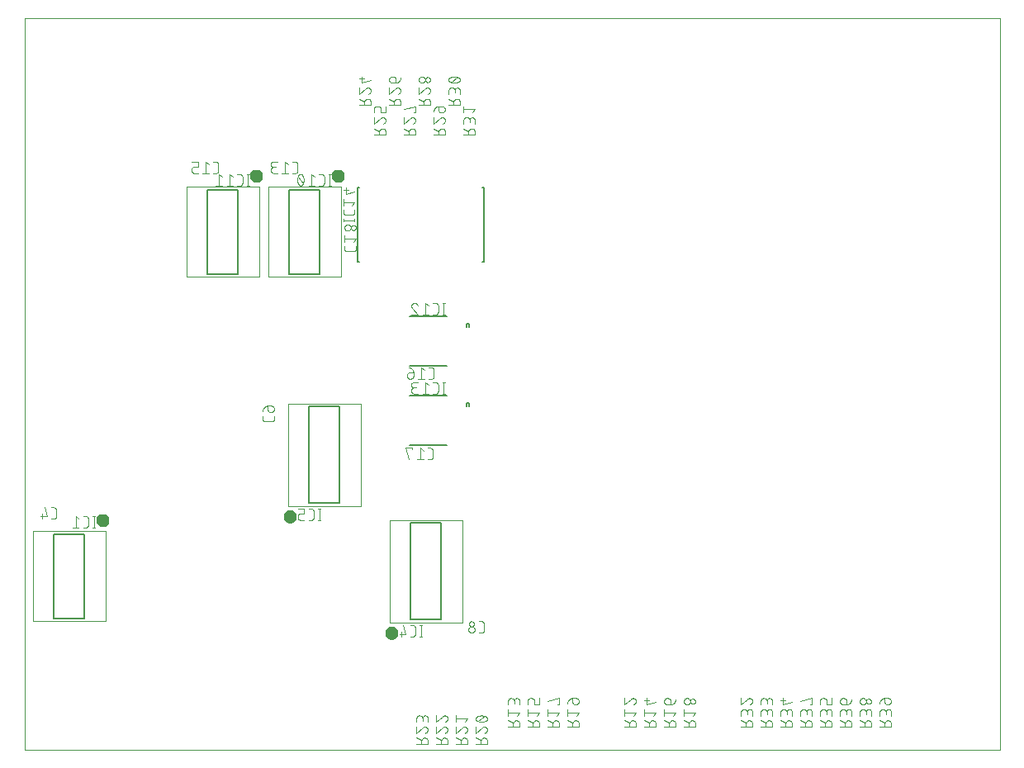
<source format=gbo>
G75*
%MOIN*%
%OFA0B0*%
%FSLAX25Y25*%
%IPPOS*%
%LPD*%
%AMOC8*
5,1,8,0,0,1.08239X$1,22.5*
%
%ADD10C,0.00000*%
%ADD11C,0.00400*%
%ADD12C,0.00197*%
%ADD13C,0.00787*%
%ADD14C,0.02500*%
%ADD15C,0.00600*%
D10*
X0056249Y0048303D02*
X0056249Y0343579D01*
X0449950Y0343579D01*
X0449950Y0048303D01*
X0056249Y0048303D01*
D11*
X0075679Y0138003D02*
X0078235Y0138003D01*
X0076957Y0138003D02*
X0076957Y0142603D01*
X0078235Y0141581D01*
X0079954Y0142603D02*
X0080976Y0142603D01*
X0081038Y0142601D01*
X0081099Y0142596D01*
X0081160Y0142586D01*
X0081221Y0142573D01*
X0081280Y0142557D01*
X0081338Y0142537D01*
X0081395Y0142513D01*
X0081451Y0142486D01*
X0081505Y0142456D01*
X0081557Y0142422D01*
X0081606Y0142386D01*
X0081654Y0142346D01*
X0081699Y0142304D01*
X0081741Y0142259D01*
X0081781Y0142211D01*
X0081817Y0142162D01*
X0081851Y0142110D01*
X0081881Y0142056D01*
X0081908Y0142000D01*
X0081932Y0141943D01*
X0081952Y0141885D01*
X0081968Y0141826D01*
X0081981Y0141765D01*
X0081991Y0141704D01*
X0081996Y0141643D01*
X0081998Y0141581D01*
X0081998Y0139025D01*
X0081996Y0138963D01*
X0081991Y0138902D01*
X0081981Y0138841D01*
X0081968Y0138780D01*
X0081952Y0138721D01*
X0081932Y0138663D01*
X0081908Y0138606D01*
X0081881Y0138550D01*
X0081851Y0138496D01*
X0081817Y0138444D01*
X0081781Y0138395D01*
X0081741Y0138347D01*
X0081699Y0138302D01*
X0081654Y0138260D01*
X0081606Y0138220D01*
X0081557Y0138184D01*
X0081505Y0138150D01*
X0081451Y0138120D01*
X0081395Y0138093D01*
X0081338Y0138069D01*
X0081280Y0138049D01*
X0081221Y0138033D01*
X0081160Y0138020D01*
X0081099Y0138010D01*
X0081038Y0138005D01*
X0080976Y0138003D01*
X0079954Y0138003D01*
X0083796Y0138003D02*
X0084818Y0138003D01*
X0084307Y0138003D02*
X0084307Y0142603D01*
X0084818Y0142603D02*
X0083796Y0142603D01*
X0069049Y0142525D02*
X0069049Y0145081D01*
X0069047Y0145143D01*
X0069042Y0145204D01*
X0069032Y0145265D01*
X0069019Y0145326D01*
X0069003Y0145385D01*
X0068983Y0145443D01*
X0068959Y0145500D01*
X0068932Y0145556D01*
X0068902Y0145610D01*
X0068868Y0145662D01*
X0068832Y0145711D01*
X0068792Y0145759D01*
X0068750Y0145804D01*
X0068705Y0145846D01*
X0068657Y0145886D01*
X0068608Y0145922D01*
X0068556Y0145956D01*
X0068502Y0145986D01*
X0068446Y0146013D01*
X0068389Y0146037D01*
X0068331Y0146057D01*
X0068272Y0146073D01*
X0068211Y0146086D01*
X0068150Y0146096D01*
X0068089Y0146101D01*
X0068027Y0146103D01*
X0067004Y0146103D01*
X0064264Y0146103D02*
X0065286Y0142525D01*
X0062730Y0142525D01*
X0063497Y0141503D02*
X0063497Y0143548D01*
X0067004Y0141503D02*
X0068027Y0141503D01*
X0068089Y0141505D01*
X0068150Y0141510D01*
X0068211Y0141520D01*
X0068272Y0141533D01*
X0068331Y0141549D01*
X0068389Y0141569D01*
X0068446Y0141593D01*
X0068502Y0141620D01*
X0068556Y0141650D01*
X0068608Y0141684D01*
X0068657Y0141720D01*
X0068705Y0141760D01*
X0068750Y0141802D01*
X0068792Y0141847D01*
X0068832Y0141895D01*
X0068868Y0141944D01*
X0068902Y0141996D01*
X0068932Y0142050D01*
X0068959Y0142106D01*
X0068983Y0142163D01*
X0069003Y0142221D01*
X0069019Y0142280D01*
X0069032Y0142341D01*
X0069042Y0142402D01*
X0069047Y0142463D01*
X0069049Y0142525D01*
X0152449Y0181807D02*
X0152449Y0182829D01*
X0152449Y0181807D02*
X0152451Y0181745D01*
X0152456Y0181684D01*
X0152466Y0181623D01*
X0152479Y0181562D01*
X0152495Y0181503D01*
X0152515Y0181445D01*
X0152539Y0181388D01*
X0152566Y0181332D01*
X0152596Y0181278D01*
X0152630Y0181226D01*
X0152666Y0181177D01*
X0152706Y0181129D01*
X0152748Y0181084D01*
X0152793Y0181042D01*
X0152841Y0181002D01*
X0152890Y0180966D01*
X0152942Y0180932D01*
X0152996Y0180902D01*
X0153052Y0180875D01*
X0153109Y0180851D01*
X0153167Y0180831D01*
X0153226Y0180815D01*
X0153287Y0180802D01*
X0153348Y0180792D01*
X0153409Y0180787D01*
X0153471Y0180785D01*
X0156027Y0180785D01*
X0156089Y0180787D01*
X0156150Y0180792D01*
X0156211Y0180802D01*
X0156272Y0180815D01*
X0156331Y0180831D01*
X0156389Y0180851D01*
X0156446Y0180875D01*
X0156502Y0180902D01*
X0156556Y0180932D01*
X0156608Y0180966D01*
X0156657Y0181002D01*
X0156705Y0181042D01*
X0156750Y0181084D01*
X0156792Y0181129D01*
X0156831Y0181177D01*
X0156868Y0181226D01*
X0156902Y0181278D01*
X0156932Y0181332D01*
X0156959Y0181388D01*
X0156983Y0181445D01*
X0157003Y0181503D01*
X0157019Y0181562D01*
X0157032Y0181623D01*
X0157042Y0181684D01*
X0157047Y0181745D01*
X0157049Y0181807D01*
X0157049Y0182829D01*
X0155771Y0184548D02*
X0155515Y0184548D01*
X0155453Y0184550D01*
X0155392Y0184555D01*
X0155331Y0184565D01*
X0155270Y0184578D01*
X0155211Y0184594D01*
X0155153Y0184614D01*
X0155096Y0184638D01*
X0155040Y0184665D01*
X0154986Y0184695D01*
X0154934Y0184729D01*
X0154885Y0184765D01*
X0154837Y0184805D01*
X0154792Y0184847D01*
X0154750Y0184892D01*
X0154710Y0184940D01*
X0154674Y0184989D01*
X0154640Y0185041D01*
X0154610Y0185095D01*
X0154583Y0185151D01*
X0154559Y0185208D01*
X0154539Y0185266D01*
X0154523Y0185325D01*
X0154510Y0185386D01*
X0154500Y0185447D01*
X0154495Y0185508D01*
X0154493Y0185570D01*
X0154493Y0187103D01*
X0155771Y0187103D01*
X0155841Y0187101D01*
X0155912Y0187095D01*
X0155981Y0187086D01*
X0156050Y0187072D01*
X0156119Y0187055D01*
X0156186Y0187034D01*
X0156252Y0187009D01*
X0156316Y0186981D01*
X0156379Y0186949D01*
X0156440Y0186914D01*
X0156499Y0186875D01*
X0156556Y0186834D01*
X0156610Y0186789D01*
X0156662Y0186741D01*
X0156711Y0186691D01*
X0156758Y0186637D01*
X0156801Y0186582D01*
X0156841Y0186524D01*
X0156878Y0186464D01*
X0156911Y0186402D01*
X0156941Y0186338D01*
X0156968Y0186273D01*
X0156991Y0186207D01*
X0157010Y0186139D01*
X0157025Y0186070D01*
X0157037Y0186001D01*
X0157045Y0185931D01*
X0157049Y0185860D01*
X0157049Y0185790D01*
X0157045Y0185719D01*
X0157037Y0185649D01*
X0157025Y0185580D01*
X0157010Y0185511D01*
X0156991Y0185443D01*
X0156968Y0185377D01*
X0156941Y0185312D01*
X0156911Y0185248D01*
X0156878Y0185186D01*
X0156841Y0185126D01*
X0156801Y0185068D01*
X0156758Y0185013D01*
X0156711Y0184959D01*
X0156662Y0184909D01*
X0156610Y0184861D01*
X0156556Y0184816D01*
X0156499Y0184775D01*
X0156440Y0184736D01*
X0156379Y0184701D01*
X0156316Y0184669D01*
X0156252Y0184641D01*
X0156186Y0184616D01*
X0156119Y0184595D01*
X0156050Y0184578D01*
X0155981Y0184564D01*
X0155912Y0184555D01*
X0155841Y0184549D01*
X0155771Y0184547D01*
X0154493Y0187103D02*
X0154404Y0187101D01*
X0154315Y0187095D01*
X0154226Y0187086D01*
X0154138Y0187072D01*
X0154051Y0187055D01*
X0153964Y0187033D01*
X0153878Y0187008D01*
X0153794Y0186980D01*
X0153711Y0186947D01*
X0153629Y0186911D01*
X0153549Y0186872D01*
X0153471Y0186829D01*
X0153395Y0186783D01*
X0153321Y0186733D01*
X0153249Y0186681D01*
X0153179Y0186625D01*
X0153112Y0186566D01*
X0153048Y0186504D01*
X0152986Y0186440D01*
X0152927Y0186373D01*
X0152871Y0186303D01*
X0152819Y0186231D01*
X0152769Y0186157D01*
X0152723Y0186081D01*
X0152680Y0186003D01*
X0152641Y0185923D01*
X0152605Y0185841D01*
X0152572Y0185758D01*
X0152544Y0185674D01*
X0152519Y0185588D01*
X0152497Y0185501D01*
X0152480Y0185414D01*
X0152466Y0185326D01*
X0152457Y0185237D01*
X0152451Y0185148D01*
X0152449Y0185059D01*
X0166679Y0145603D02*
X0169235Y0145603D01*
X0169235Y0143559D01*
X0167702Y0143559D01*
X0167702Y0143558D02*
X0167640Y0143556D01*
X0167579Y0143551D01*
X0167518Y0143541D01*
X0167457Y0143528D01*
X0167398Y0143512D01*
X0167340Y0143492D01*
X0167283Y0143468D01*
X0167227Y0143441D01*
X0167173Y0143411D01*
X0167121Y0143377D01*
X0167072Y0143341D01*
X0167024Y0143301D01*
X0166979Y0143259D01*
X0166937Y0143214D01*
X0166897Y0143166D01*
X0166861Y0143117D01*
X0166827Y0143065D01*
X0166797Y0143011D01*
X0166770Y0142955D01*
X0166746Y0142898D01*
X0166726Y0142840D01*
X0166710Y0142781D01*
X0166697Y0142720D01*
X0166687Y0142659D01*
X0166682Y0142598D01*
X0166680Y0142536D01*
X0166679Y0142536D02*
X0166679Y0142025D01*
X0166680Y0142025D02*
X0166682Y0141963D01*
X0166687Y0141902D01*
X0166697Y0141841D01*
X0166710Y0141780D01*
X0166726Y0141721D01*
X0166746Y0141663D01*
X0166770Y0141606D01*
X0166797Y0141550D01*
X0166827Y0141496D01*
X0166861Y0141444D01*
X0166897Y0141395D01*
X0166937Y0141347D01*
X0166979Y0141302D01*
X0167024Y0141260D01*
X0167072Y0141220D01*
X0167121Y0141184D01*
X0167173Y0141150D01*
X0167227Y0141120D01*
X0167283Y0141093D01*
X0167340Y0141069D01*
X0167398Y0141049D01*
X0167457Y0141033D01*
X0167518Y0141020D01*
X0167579Y0141010D01*
X0167640Y0141005D01*
X0167702Y0141003D01*
X0169235Y0141003D01*
X0170954Y0141003D02*
X0171976Y0141003D01*
X0172038Y0141005D01*
X0172099Y0141010D01*
X0172160Y0141020D01*
X0172221Y0141033D01*
X0172280Y0141049D01*
X0172338Y0141069D01*
X0172395Y0141093D01*
X0172451Y0141120D01*
X0172505Y0141150D01*
X0172557Y0141184D01*
X0172606Y0141220D01*
X0172654Y0141260D01*
X0172699Y0141302D01*
X0172741Y0141347D01*
X0172781Y0141395D01*
X0172817Y0141444D01*
X0172851Y0141496D01*
X0172881Y0141550D01*
X0172908Y0141606D01*
X0172932Y0141663D01*
X0172952Y0141721D01*
X0172968Y0141780D01*
X0172981Y0141841D01*
X0172991Y0141902D01*
X0172996Y0141963D01*
X0172998Y0142025D01*
X0172998Y0144581D01*
X0172996Y0144643D01*
X0172991Y0144704D01*
X0172981Y0144765D01*
X0172968Y0144826D01*
X0172952Y0144885D01*
X0172932Y0144943D01*
X0172908Y0145000D01*
X0172881Y0145056D01*
X0172851Y0145110D01*
X0172817Y0145162D01*
X0172781Y0145211D01*
X0172741Y0145259D01*
X0172699Y0145304D01*
X0172654Y0145346D01*
X0172606Y0145386D01*
X0172557Y0145422D01*
X0172505Y0145456D01*
X0172451Y0145486D01*
X0172395Y0145513D01*
X0172338Y0145537D01*
X0172280Y0145557D01*
X0172221Y0145573D01*
X0172160Y0145586D01*
X0172099Y0145596D01*
X0172038Y0145601D01*
X0171976Y0145603D01*
X0170954Y0145603D01*
X0174796Y0145603D02*
X0175818Y0145603D01*
X0175307Y0145603D02*
X0175307Y0141003D01*
X0175818Y0141003D02*
X0174796Y0141003D01*
X0211508Y0165503D02*
X0210230Y0170103D01*
X0212786Y0170103D01*
X0212786Y0169592D01*
X0216008Y0170103D02*
X0216008Y0165503D01*
X0217286Y0165503D02*
X0214730Y0165503D01*
X0219004Y0165503D02*
X0220027Y0165503D01*
X0220089Y0165505D01*
X0220150Y0165510D01*
X0220211Y0165520D01*
X0220272Y0165533D01*
X0220331Y0165549D01*
X0220389Y0165569D01*
X0220446Y0165593D01*
X0220502Y0165620D01*
X0220556Y0165650D01*
X0220608Y0165684D01*
X0220657Y0165720D01*
X0220705Y0165760D01*
X0220750Y0165802D01*
X0220792Y0165847D01*
X0220832Y0165895D01*
X0220868Y0165944D01*
X0220902Y0165996D01*
X0220932Y0166050D01*
X0220959Y0166106D01*
X0220983Y0166163D01*
X0221003Y0166221D01*
X0221019Y0166280D01*
X0221032Y0166341D01*
X0221042Y0166402D01*
X0221047Y0166463D01*
X0221049Y0166525D01*
X0221049Y0169081D01*
X0221047Y0169143D01*
X0221042Y0169204D01*
X0221032Y0169265D01*
X0221019Y0169326D01*
X0221003Y0169385D01*
X0220983Y0169443D01*
X0220959Y0169500D01*
X0220932Y0169556D01*
X0220902Y0169610D01*
X0220868Y0169662D01*
X0220832Y0169711D01*
X0220792Y0169759D01*
X0220750Y0169804D01*
X0220705Y0169846D01*
X0220657Y0169886D01*
X0220608Y0169922D01*
X0220556Y0169956D01*
X0220502Y0169986D01*
X0220446Y0170013D01*
X0220389Y0170037D01*
X0220331Y0170057D01*
X0220272Y0170073D01*
X0220211Y0170086D01*
X0220150Y0170096D01*
X0220089Y0170101D01*
X0220027Y0170103D01*
X0219004Y0170103D01*
X0217286Y0169081D02*
X0216008Y0170103D01*
X0216929Y0192003D02*
X0219485Y0192003D01*
X0218207Y0192003D02*
X0218207Y0196603D01*
X0219485Y0195581D01*
X0221204Y0196603D02*
X0222226Y0196603D01*
X0222288Y0196601D01*
X0222349Y0196596D01*
X0222410Y0196586D01*
X0222471Y0196573D01*
X0222530Y0196557D01*
X0222588Y0196537D01*
X0222645Y0196513D01*
X0222701Y0196486D01*
X0222755Y0196456D01*
X0222807Y0196422D01*
X0222856Y0196386D01*
X0222904Y0196346D01*
X0222949Y0196304D01*
X0222991Y0196259D01*
X0223031Y0196211D01*
X0223067Y0196162D01*
X0223101Y0196110D01*
X0223131Y0196056D01*
X0223158Y0196000D01*
X0223182Y0195943D01*
X0223202Y0195885D01*
X0223218Y0195826D01*
X0223231Y0195765D01*
X0223241Y0195704D01*
X0223246Y0195643D01*
X0223248Y0195581D01*
X0223248Y0193025D01*
X0223246Y0192963D01*
X0223241Y0192902D01*
X0223231Y0192841D01*
X0223218Y0192780D01*
X0223202Y0192721D01*
X0223182Y0192663D01*
X0223158Y0192606D01*
X0223131Y0192550D01*
X0223101Y0192496D01*
X0223067Y0192444D01*
X0223031Y0192395D01*
X0222991Y0192347D01*
X0222949Y0192302D01*
X0222904Y0192260D01*
X0222856Y0192220D01*
X0222807Y0192184D01*
X0222755Y0192150D01*
X0222701Y0192120D01*
X0222645Y0192093D01*
X0222588Y0192069D01*
X0222530Y0192049D01*
X0222471Y0192033D01*
X0222410Y0192020D01*
X0222349Y0192010D01*
X0222288Y0192005D01*
X0222226Y0192003D01*
X0221204Y0192003D01*
X0225046Y0192003D02*
X0226068Y0192003D01*
X0225557Y0192003D02*
X0225557Y0196603D01*
X0226068Y0196603D02*
X0225046Y0196603D01*
X0221549Y0199025D02*
X0221549Y0201581D01*
X0221547Y0201643D01*
X0221542Y0201704D01*
X0221532Y0201765D01*
X0221519Y0201826D01*
X0221503Y0201885D01*
X0221483Y0201943D01*
X0221459Y0202000D01*
X0221432Y0202056D01*
X0221402Y0202110D01*
X0221368Y0202162D01*
X0221332Y0202211D01*
X0221292Y0202259D01*
X0221250Y0202304D01*
X0221205Y0202346D01*
X0221157Y0202386D01*
X0221108Y0202422D01*
X0221056Y0202456D01*
X0221002Y0202486D01*
X0220946Y0202513D01*
X0220889Y0202537D01*
X0220831Y0202557D01*
X0220772Y0202573D01*
X0220711Y0202586D01*
X0220650Y0202596D01*
X0220589Y0202601D01*
X0220527Y0202603D01*
X0219504Y0202603D01*
X0217786Y0201581D02*
X0216508Y0202603D01*
X0216508Y0198003D01*
X0217786Y0198003D02*
X0215230Y0198003D01*
X0214985Y0196603D02*
X0213452Y0196603D01*
X0213389Y0196601D01*
X0213326Y0196595D01*
X0213264Y0196586D01*
X0213203Y0196572D01*
X0213142Y0196555D01*
X0213083Y0196534D01*
X0213025Y0196509D01*
X0212968Y0196481D01*
X0212914Y0196450D01*
X0212862Y0196415D01*
X0212811Y0196377D01*
X0212763Y0196336D01*
X0212718Y0196292D01*
X0212676Y0196246D01*
X0212636Y0196197D01*
X0212600Y0196146D01*
X0212567Y0196092D01*
X0212537Y0196037D01*
X0212511Y0195979D01*
X0212488Y0195921D01*
X0212469Y0195861D01*
X0212454Y0195800D01*
X0212442Y0195738D01*
X0212434Y0195675D01*
X0212430Y0195612D01*
X0212430Y0195550D01*
X0212434Y0195487D01*
X0212442Y0195424D01*
X0212454Y0195362D01*
X0212469Y0195301D01*
X0212488Y0195241D01*
X0212511Y0195183D01*
X0212537Y0195125D01*
X0212567Y0195070D01*
X0212600Y0195016D01*
X0212636Y0194965D01*
X0212676Y0194916D01*
X0212718Y0194870D01*
X0212763Y0194826D01*
X0212811Y0194785D01*
X0212862Y0194747D01*
X0212914Y0194712D01*
X0212968Y0194681D01*
X0213025Y0194653D01*
X0213083Y0194628D01*
X0213142Y0194607D01*
X0213203Y0194590D01*
X0213264Y0194576D01*
X0213326Y0194567D01*
X0213389Y0194561D01*
X0213452Y0194559D01*
X0214474Y0194559D01*
X0213707Y0194559D02*
X0213637Y0194557D01*
X0213566Y0194551D01*
X0213497Y0194542D01*
X0213428Y0194528D01*
X0213359Y0194511D01*
X0213292Y0194490D01*
X0213226Y0194465D01*
X0213162Y0194437D01*
X0213099Y0194405D01*
X0213038Y0194370D01*
X0212979Y0194331D01*
X0212922Y0194290D01*
X0212868Y0194245D01*
X0212816Y0194197D01*
X0212767Y0194147D01*
X0212720Y0194093D01*
X0212677Y0194038D01*
X0212637Y0193980D01*
X0212600Y0193920D01*
X0212567Y0193858D01*
X0212537Y0193794D01*
X0212510Y0193729D01*
X0212487Y0193663D01*
X0212468Y0193595D01*
X0212453Y0193526D01*
X0212441Y0193457D01*
X0212433Y0193387D01*
X0212429Y0193316D01*
X0212429Y0193246D01*
X0212433Y0193175D01*
X0212441Y0193105D01*
X0212453Y0193036D01*
X0212468Y0192967D01*
X0212487Y0192899D01*
X0212510Y0192833D01*
X0212537Y0192768D01*
X0212567Y0192704D01*
X0212600Y0192642D01*
X0212637Y0192582D01*
X0212677Y0192524D01*
X0212720Y0192469D01*
X0212767Y0192415D01*
X0212816Y0192365D01*
X0212868Y0192317D01*
X0212922Y0192272D01*
X0212979Y0192231D01*
X0213038Y0192192D01*
X0213099Y0192157D01*
X0213162Y0192125D01*
X0213226Y0192097D01*
X0213292Y0192072D01*
X0213359Y0192051D01*
X0213428Y0192034D01*
X0213497Y0192020D01*
X0213566Y0192011D01*
X0213637Y0192005D01*
X0213707Y0192003D01*
X0214985Y0192003D01*
X0213286Y0199281D02*
X0213286Y0200559D01*
X0211752Y0200559D01*
X0213285Y0200559D02*
X0213283Y0200648D01*
X0213277Y0200737D01*
X0213268Y0200826D01*
X0213254Y0200914D01*
X0213237Y0201001D01*
X0213215Y0201088D01*
X0213190Y0201174D01*
X0213162Y0201258D01*
X0213129Y0201341D01*
X0213093Y0201423D01*
X0213054Y0201503D01*
X0213011Y0201581D01*
X0212965Y0201657D01*
X0212915Y0201731D01*
X0212863Y0201803D01*
X0212807Y0201873D01*
X0212748Y0201940D01*
X0212686Y0202004D01*
X0212622Y0202066D01*
X0212555Y0202125D01*
X0212485Y0202181D01*
X0212413Y0202233D01*
X0212339Y0202283D01*
X0212263Y0202329D01*
X0212185Y0202372D01*
X0212105Y0202411D01*
X0212023Y0202447D01*
X0211940Y0202480D01*
X0211856Y0202508D01*
X0211770Y0202533D01*
X0211683Y0202555D01*
X0211596Y0202572D01*
X0211508Y0202586D01*
X0211419Y0202595D01*
X0211330Y0202601D01*
X0211241Y0202603D01*
X0210730Y0199536D02*
X0210730Y0199281D01*
X0210730Y0199536D02*
X0210732Y0199598D01*
X0210737Y0199659D01*
X0210747Y0199720D01*
X0210760Y0199781D01*
X0210776Y0199840D01*
X0210796Y0199898D01*
X0210820Y0199955D01*
X0210847Y0200011D01*
X0210877Y0200065D01*
X0210911Y0200117D01*
X0210947Y0200166D01*
X0210987Y0200214D01*
X0211029Y0200259D01*
X0211074Y0200301D01*
X0211122Y0200341D01*
X0211171Y0200377D01*
X0211223Y0200411D01*
X0211277Y0200441D01*
X0211333Y0200468D01*
X0211390Y0200492D01*
X0211448Y0200512D01*
X0211507Y0200528D01*
X0211568Y0200541D01*
X0211629Y0200551D01*
X0211690Y0200556D01*
X0211752Y0200558D01*
X0210730Y0199281D02*
X0210732Y0199211D01*
X0210738Y0199140D01*
X0210747Y0199071D01*
X0210761Y0199002D01*
X0210778Y0198933D01*
X0210799Y0198866D01*
X0210824Y0198800D01*
X0210852Y0198736D01*
X0210884Y0198673D01*
X0210919Y0198612D01*
X0210958Y0198553D01*
X0210999Y0198496D01*
X0211044Y0198442D01*
X0211092Y0198390D01*
X0211142Y0198341D01*
X0211196Y0198294D01*
X0211251Y0198251D01*
X0211309Y0198211D01*
X0211369Y0198174D01*
X0211431Y0198141D01*
X0211495Y0198111D01*
X0211560Y0198084D01*
X0211626Y0198061D01*
X0211694Y0198042D01*
X0211763Y0198027D01*
X0211832Y0198015D01*
X0211902Y0198007D01*
X0211973Y0198003D01*
X0212043Y0198003D01*
X0212114Y0198007D01*
X0212184Y0198015D01*
X0212253Y0198027D01*
X0212322Y0198042D01*
X0212390Y0198061D01*
X0212456Y0198084D01*
X0212521Y0198111D01*
X0212585Y0198141D01*
X0212647Y0198174D01*
X0212707Y0198211D01*
X0212765Y0198251D01*
X0212820Y0198294D01*
X0212874Y0198341D01*
X0212924Y0198390D01*
X0212972Y0198442D01*
X0213017Y0198496D01*
X0213058Y0198553D01*
X0213097Y0198612D01*
X0213132Y0198673D01*
X0213164Y0198736D01*
X0213192Y0198800D01*
X0213217Y0198866D01*
X0213238Y0198933D01*
X0213255Y0199002D01*
X0213269Y0199071D01*
X0213278Y0199140D01*
X0213284Y0199211D01*
X0213286Y0199281D01*
X0219504Y0198003D02*
X0220527Y0198003D01*
X0220589Y0198005D01*
X0220650Y0198010D01*
X0220711Y0198020D01*
X0220772Y0198033D01*
X0220831Y0198049D01*
X0220889Y0198069D01*
X0220946Y0198093D01*
X0221002Y0198120D01*
X0221056Y0198150D01*
X0221108Y0198184D01*
X0221157Y0198220D01*
X0221205Y0198260D01*
X0221250Y0198302D01*
X0221292Y0198347D01*
X0221332Y0198395D01*
X0221368Y0198444D01*
X0221402Y0198496D01*
X0221432Y0198550D01*
X0221459Y0198606D01*
X0221483Y0198663D01*
X0221503Y0198721D01*
X0221519Y0198780D01*
X0221532Y0198841D01*
X0221542Y0198902D01*
X0221547Y0198963D01*
X0221549Y0199025D01*
X0221204Y0224003D02*
X0222226Y0224003D01*
X0222288Y0224005D01*
X0222349Y0224010D01*
X0222410Y0224020D01*
X0222471Y0224033D01*
X0222530Y0224049D01*
X0222588Y0224069D01*
X0222645Y0224093D01*
X0222701Y0224120D01*
X0222755Y0224150D01*
X0222807Y0224184D01*
X0222856Y0224220D01*
X0222904Y0224260D01*
X0222949Y0224302D01*
X0222991Y0224347D01*
X0223031Y0224395D01*
X0223067Y0224444D01*
X0223101Y0224496D01*
X0223131Y0224550D01*
X0223158Y0224606D01*
X0223182Y0224663D01*
X0223202Y0224721D01*
X0223218Y0224780D01*
X0223231Y0224841D01*
X0223241Y0224902D01*
X0223246Y0224963D01*
X0223248Y0225025D01*
X0223248Y0227581D01*
X0223246Y0227643D01*
X0223241Y0227704D01*
X0223231Y0227765D01*
X0223218Y0227826D01*
X0223202Y0227885D01*
X0223182Y0227943D01*
X0223158Y0228000D01*
X0223131Y0228056D01*
X0223101Y0228110D01*
X0223067Y0228162D01*
X0223031Y0228211D01*
X0222991Y0228259D01*
X0222949Y0228304D01*
X0222904Y0228346D01*
X0222856Y0228386D01*
X0222807Y0228422D01*
X0222755Y0228456D01*
X0222701Y0228486D01*
X0222645Y0228513D01*
X0222588Y0228537D01*
X0222530Y0228557D01*
X0222471Y0228573D01*
X0222410Y0228586D01*
X0222349Y0228596D01*
X0222288Y0228601D01*
X0222226Y0228603D01*
X0221204Y0228603D01*
X0219485Y0227581D02*
X0218207Y0228603D01*
X0218207Y0224003D01*
X0219485Y0224003D02*
X0216929Y0224003D01*
X0214985Y0224003D02*
X0212813Y0226559D01*
X0213579Y0228603D02*
X0213653Y0228601D01*
X0213727Y0228596D01*
X0213801Y0228586D01*
X0213874Y0228573D01*
X0213947Y0228557D01*
X0214018Y0228536D01*
X0214088Y0228512D01*
X0214157Y0228485D01*
X0214225Y0228454D01*
X0214291Y0228420D01*
X0214355Y0228383D01*
X0214417Y0228342D01*
X0214478Y0228298D01*
X0214535Y0228252D01*
X0214591Y0228202D01*
X0214644Y0228150D01*
X0214694Y0228095D01*
X0214741Y0228038D01*
X0214785Y0227978D01*
X0214827Y0227916D01*
X0214865Y0227853D01*
X0214900Y0227787D01*
X0214931Y0227720D01*
X0214959Y0227651D01*
X0214984Y0227581D01*
X0212813Y0226559D02*
X0212766Y0226606D01*
X0212722Y0226656D01*
X0212680Y0226708D01*
X0212641Y0226762D01*
X0212606Y0226818D01*
X0212573Y0226876D01*
X0212543Y0226936D01*
X0212517Y0226997D01*
X0212494Y0227060D01*
X0212475Y0227124D01*
X0212459Y0227188D01*
X0212446Y0227254D01*
X0212437Y0227320D01*
X0212432Y0227386D01*
X0212430Y0227453D01*
X0212429Y0227453D02*
X0212431Y0227520D01*
X0212437Y0227587D01*
X0212446Y0227653D01*
X0212460Y0227718D01*
X0212477Y0227783D01*
X0212498Y0227846D01*
X0212523Y0227908D01*
X0212551Y0227969D01*
X0212583Y0228028D01*
X0212618Y0228085D01*
X0212657Y0228140D01*
X0212698Y0228192D01*
X0212743Y0228242D01*
X0212790Y0228289D01*
X0212840Y0228334D01*
X0212892Y0228375D01*
X0212947Y0228414D01*
X0213004Y0228449D01*
X0213063Y0228481D01*
X0213124Y0228509D01*
X0213186Y0228534D01*
X0213249Y0228555D01*
X0213314Y0228572D01*
X0213379Y0228586D01*
X0213445Y0228595D01*
X0213512Y0228601D01*
X0213579Y0228603D01*
X0212429Y0224003D02*
X0214985Y0224003D01*
X0225046Y0224003D02*
X0226068Y0224003D01*
X0225557Y0224003D02*
X0225557Y0228603D01*
X0226068Y0228603D02*
X0225046Y0228603D01*
X0190049Y0250525D02*
X0190049Y0251548D01*
X0190049Y0250525D02*
X0190047Y0250463D01*
X0190042Y0250402D01*
X0190032Y0250341D01*
X0190019Y0250280D01*
X0190003Y0250221D01*
X0189983Y0250163D01*
X0189959Y0250106D01*
X0189932Y0250050D01*
X0189902Y0249996D01*
X0189868Y0249944D01*
X0189831Y0249895D01*
X0189792Y0249847D01*
X0189750Y0249802D01*
X0189705Y0249760D01*
X0189657Y0249720D01*
X0189608Y0249684D01*
X0189556Y0249650D01*
X0189502Y0249620D01*
X0189446Y0249593D01*
X0189389Y0249569D01*
X0189331Y0249549D01*
X0189272Y0249533D01*
X0189211Y0249520D01*
X0189150Y0249510D01*
X0189089Y0249505D01*
X0189027Y0249503D01*
X0186471Y0249503D01*
X0186409Y0249505D01*
X0186348Y0249510D01*
X0186287Y0249520D01*
X0186226Y0249533D01*
X0186167Y0249549D01*
X0186109Y0249569D01*
X0186052Y0249593D01*
X0185996Y0249620D01*
X0185942Y0249650D01*
X0185890Y0249684D01*
X0185841Y0249720D01*
X0185793Y0249760D01*
X0185748Y0249802D01*
X0185706Y0249847D01*
X0185666Y0249895D01*
X0185630Y0249944D01*
X0185596Y0249996D01*
X0185566Y0250050D01*
X0185539Y0250106D01*
X0185515Y0250163D01*
X0185495Y0250221D01*
X0185479Y0250280D01*
X0185466Y0250341D01*
X0185456Y0250402D01*
X0185451Y0250463D01*
X0185449Y0250525D01*
X0185449Y0251548D01*
X0185449Y0253266D02*
X0185449Y0255822D01*
X0185449Y0254544D02*
X0190049Y0254544D01*
X0189027Y0253266D01*
X0189027Y0258022D02*
X0188964Y0258024D01*
X0188901Y0258030D01*
X0188839Y0258039D01*
X0188778Y0258053D01*
X0188717Y0258070D01*
X0188658Y0258091D01*
X0188600Y0258116D01*
X0188543Y0258144D01*
X0188489Y0258175D01*
X0188437Y0258210D01*
X0188386Y0258248D01*
X0188338Y0258289D01*
X0188293Y0258333D01*
X0188251Y0258379D01*
X0188211Y0258428D01*
X0188175Y0258479D01*
X0188142Y0258533D01*
X0188112Y0258588D01*
X0188086Y0258646D01*
X0188063Y0258704D01*
X0188044Y0258764D01*
X0188029Y0258825D01*
X0188017Y0258887D01*
X0188009Y0258950D01*
X0188005Y0259013D01*
X0188005Y0259075D01*
X0188009Y0259138D01*
X0188017Y0259201D01*
X0188029Y0259263D01*
X0188044Y0259324D01*
X0188063Y0259384D01*
X0188086Y0259442D01*
X0188112Y0259500D01*
X0188142Y0259555D01*
X0188175Y0259609D01*
X0188211Y0259660D01*
X0188251Y0259709D01*
X0188293Y0259755D01*
X0188338Y0259799D01*
X0188386Y0259840D01*
X0188437Y0259878D01*
X0188489Y0259913D01*
X0188543Y0259944D01*
X0188600Y0259972D01*
X0188658Y0259997D01*
X0188717Y0260018D01*
X0188778Y0260035D01*
X0188839Y0260049D01*
X0188901Y0260058D01*
X0188964Y0260064D01*
X0189027Y0260066D01*
X0189090Y0260064D01*
X0189153Y0260058D01*
X0189215Y0260049D01*
X0189276Y0260035D01*
X0189337Y0260018D01*
X0189396Y0259997D01*
X0189454Y0259972D01*
X0189511Y0259944D01*
X0189565Y0259913D01*
X0189617Y0259878D01*
X0189668Y0259840D01*
X0189716Y0259799D01*
X0189761Y0259755D01*
X0189803Y0259709D01*
X0189843Y0259660D01*
X0189879Y0259609D01*
X0189912Y0259555D01*
X0189942Y0259500D01*
X0189968Y0259442D01*
X0189991Y0259384D01*
X0190010Y0259324D01*
X0190025Y0259263D01*
X0190037Y0259201D01*
X0190045Y0259138D01*
X0190049Y0259075D01*
X0190049Y0259013D01*
X0190045Y0258950D01*
X0190037Y0258887D01*
X0190025Y0258825D01*
X0190010Y0258764D01*
X0189991Y0258704D01*
X0189968Y0258646D01*
X0189942Y0258588D01*
X0189912Y0258533D01*
X0189879Y0258479D01*
X0189843Y0258428D01*
X0189803Y0258379D01*
X0189761Y0258333D01*
X0189716Y0258289D01*
X0189668Y0258248D01*
X0189617Y0258210D01*
X0189565Y0258175D01*
X0189511Y0258144D01*
X0189454Y0258116D01*
X0189396Y0258091D01*
X0189337Y0258070D01*
X0189276Y0258053D01*
X0189215Y0258039D01*
X0189153Y0258030D01*
X0189090Y0258024D01*
X0189027Y0258022D01*
X0186727Y0257766D02*
X0186657Y0257768D01*
X0186586Y0257774D01*
X0186517Y0257783D01*
X0186448Y0257797D01*
X0186379Y0257814D01*
X0186312Y0257835D01*
X0186246Y0257860D01*
X0186182Y0257888D01*
X0186119Y0257920D01*
X0186058Y0257955D01*
X0185999Y0257994D01*
X0185942Y0258035D01*
X0185888Y0258080D01*
X0185836Y0258128D01*
X0185787Y0258178D01*
X0185740Y0258232D01*
X0185697Y0258287D01*
X0185657Y0258345D01*
X0185620Y0258405D01*
X0185587Y0258467D01*
X0185557Y0258531D01*
X0185530Y0258596D01*
X0185507Y0258662D01*
X0185488Y0258730D01*
X0185473Y0258799D01*
X0185461Y0258868D01*
X0185453Y0258938D01*
X0185449Y0259009D01*
X0185449Y0259079D01*
X0185453Y0259150D01*
X0185461Y0259220D01*
X0185473Y0259289D01*
X0185488Y0259358D01*
X0185507Y0259426D01*
X0185530Y0259492D01*
X0185557Y0259557D01*
X0185587Y0259621D01*
X0185620Y0259683D01*
X0185657Y0259743D01*
X0185697Y0259801D01*
X0185740Y0259856D01*
X0185787Y0259910D01*
X0185836Y0259960D01*
X0185888Y0260008D01*
X0185942Y0260053D01*
X0185999Y0260094D01*
X0186058Y0260133D01*
X0186119Y0260168D01*
X0186182Y0260200D01*
X0186246Y0260228D01*
X0186312Y0260253D01*
X0186379Y0260274D01*
X0186448Y0260291D01*
X0186517Y0260305D01*
X0186586Y0260314D01*
X0186657Y0260320D01*
X0186727Y0260322D01*
X0186797Y0260320D01*
X0186868Y0260314D01*
X0186937Y0260305D01*
X0187006Y0260291D01*
X0187075Y0260274D01*
X0187142Y0260253D01*
X0187208Y0260228D01*
X0187272Y0260200D01*
X0187335Y0260168D01*
X0187396Y0260133D01*
X0187455Y0260094D01*
X0187512Y0260053D01*
X0187566Y0260008D01*
X0187618Y0259960D01*
X0187667Y0259910D01*
X0187714Y0259856D01*
X0187757Y0259801D01*
X0187797Y0259743D01*
X0187834Y0259683D01*
X0187867Y0259621D01*
X0187897Y0259557D01*
X0187924Y0259492D01*
X0187947Y0259426D01*
X0187966Y0259358D01*
X0187981Y0259289D01*
X0187993Y0259220D01*
X0188001Y0259150D01*
X0188005Y0259079D01*
X0188005Y0259009D01*
X0188001Y0258938D01*
X0187993Y0258868D01*
X0187981Y0258799D01*
X0187966Y0258730D01*
X0187947Y0258662D01*
X0187924Y0258596D01*
X0187897Y0258531D01*
X0187867Y0258467D01*
X0187834Y0258405D01*
X0187797Y0258345D01*
X0187757Y0258287D01*
X0187714Y0258232D01*
X0187667Y0258178D01*
X0187618Y0258128D01*
X0187566Y0258080D01*
X0187512Y0258035D01*
X0187455Y0257994D01*
X0187396Y0257955D01*
X0187335Y0257920D01*
X0187272Y0257888D01*
X0187208Y0257860D01*
X0187142Y0257835D01*
X0187075Y0257814D01*
X0187006Y0257797D01*
X0186937Y0257783D01*
X0186868Y0257774D01*
X0186797Y0257768D01*
X0186727Y0257766D01*
X0184949Y0261484D02*
X0184949Y0262506D01*
X0184949Y0261995D02*
X0189549Y0261995D01*
X0189549Y0261484D02*
X0189549Y0262506D01*
X0188527Y0264304D02*
X0185971Y0264304D01*
X0185909Y0264306D01*
X0185848Y0264311D01*
X0185787Y0264321D01*
X0185726Y0264334D01*
X0185667Y0264350D01*
X0185609Y0264370D01*
X0185552Y0264394D01*
X0185496Y0264421D01*
X0185442Y0264451D01*
X0185390Y0264485D01*
X0185341Y0264521D01*
X0185293Y0264561D01*
X0185248Y0264603D01*
X0185206Y0264648D01*
X0185166Y0264696D01*
X0185130Y0264745D01*
X0185096Y0264797D01*
X0185066Y0264851D01*
X0185039Y0264907D01*
X0185015Y0264964D01*
X0184995Y0265022D01*
X0184979Y0265081D01*
X0184966Y0265142D01*
X0184956Y0265203D01*
X0184951Y0265264D01*
X0184949Y0265326D01*
X0184949Y0266348D01*
X0184949Y0268067D02*
X0184949Y0270623D01*
X0184949Y0269345D02*
X0189549Y0269345D01*
X0188527Y0268067D01*
X0189549Y0266348D02*
X0189549Y0265326D01*
X0189547Y0265264D01*
X0189542Y0265203D01*
X0189532Y0265142D01*
X0189519Y0265081D01*
X0189503Y0265022D01*
X0189483Y0264964D01*
X0189459Y0264907D01*
X0189432Y0264851D01*
X0189402Y0264797D01*
X0189368Y0264745D01*
X0189331Y0264696D01*
X0189292Y0264648D01*
X0189250Y0264603D01*
X0189205Y0264561D01*
X0189157Y0264521D01*
X0189108Y0264485D01*
X0189056Y0264451D01*
X0189002Y0264421D01*
X0188946Y0264394D01*
X0188889Y0264370D01*
X0188831Y0264350D01*
X0188772Y0264334D01*
X0188711Y0264321D01*
X0188650Y0264311D01*
X0188589Y0264306D01*
X0188527Y0264304D01*
X0185971Y0272567D02*
X0185971Y0275123D01*
X0186993Y0274356D02*
X0184949Y0274356D01*
X0185971Y0272567D02*
X0189549Y0273589D01*
X0180068Y0276003D02*
X0179046Y0276003D01*
X0179557Y0276003D02*
X0179557Y0280603D01*
X0180068Y0280603D02*
X0179046Y0280603D01*
X0177248Y0279581D02*
X0177248Y0277025D01*
X0177246Y0276963D01*
X0177241Y0276902D01*
X0177231Y0276841D01*
X0177218Y0276780D01*
X0177202Y0276721D01*
X0177182Y0276663D01*
X0177158Y0276606D01*
X0177131Y0276550D01*
X0177101Y0276496D01*
X0177067Y0276444D01*
X0177031Y0276395D01*
X0176991Y0276347D01*
X0176949Y0276302D01*
X0176904Y0276260D01*
X0176856Y0276220D01*
X0176807Y0276184D01*
X0176755Y0276150D01*
X0176701Y0276120D01*
X0176645Y0276093D01*
X0176588Y0276069D01*
X0176530Y0276049D01*
X0176471Y0276033D01*
X0176410Y0276020D01*
X0176349Y0276010D01*
X0176288Y0276005D01*
X0176226Y0276003D01*
X0175204Y0276003D01*
X0173485Y0276003D02*
X0170929Y0276003D01*
X0172207Y0276003D02*
X0172207Y0280603D01*
X0173485Y0279581D01*
X0175204Y0280603D02*
X0176226Y0280603D01*
X0176288Y0280601D01*
X0176349Y0280596D01*
X0176410Y0280586D01*
X0176471Y0280573D01*
X0176530Y0280557D01*
X0176588Y0280537D01*
X0176645Y0280513D01*
X0176701Y0280486D01*
X0176755Y0280456D01*
X0176807Y0280422D01*
X0176856Y0280386D01*
X0176904Y0280346D01*
X0176949Y0280304D01*
X0176991Y0280259D01*
X0177031Y0280211D01*
X0177067Y0280162D01*
X0177101Y0280110D01*
X0177131Y0280056D01*
X0177158Y0280000D01*
X0177182Y0279943D01*
X0177202Y0279885D01*
X0177218Y0279826D01*
X0177231Y0279765D01*
X0177241Y0279704D01*
X0177246Y0279643D01*
X0177248Y0279581D01*
X0166812Y0276642D02*
X0166764Y0276746D01*
X0166718Y0276851D01*
X0166676Y0276957D01*
X0166637Y0277065D01*
X0166601Y0277174D01*
X0166569Y0277284D01*
X0166539Y0277395D01*
X0166514Y0277507D01*
X0166491Y0277619D01*
X0166472Y0277732D01*
X0166457Y0277846D01*
X0166445Y0277960D01*
X0166436Y0278074D01*
X0166431Y0278188D01*
X0166429Y0278303D01*
X0168985Y0278303D02*
X0168983Y0278418D01*
X0168978Y0278532D01*
X0168969Y0278646D01*
X0168957Y0278760D01*
X0168942Y0278874D01*
X0168923Y0278987D01*
X0168900Y0279099D01*
X0168875Y0279211D01*
X0168845Y0279322D01*
X0168813Y0279432D01*
X0168777Y0279541D01*
X0168738Y0279649D01*
X0168696Y0279755D01*
X0168650Y0279860D01*
X0168602Y0279964D01*
X0168602Y0279965D02*
X0168581Y0280020D01*
X0168557Y0280073D01*
X0168530Y0280125D01*
X0168499Y0280175D01*
X0168466Y0280223D01*
X0168429Y0280269D01*
X0168390Y0280313D01*
X0168348Y0280354D01*
X0168304Y0280392D01*
X0168257Y0280428D01*
X0168208Y0280460D01*
X0168157Y0280490D01*
X0168105Y0280516D01*
X0168051Y0280539D01*
X0167996Y0280559D01*
X0167939Y0280575D01*
X0167882Y0280588D01*
X0167824Y0280597D01*
X0167766Y0280602D01*
X0167707Y0280604D01*
X0167648Y0280602D01*
X0167590Y0280597D01*
X0167532Y0280588D01*
X0167475Y0280575D01*
X0167418Y0280559D01*
X0167363Y0280539D01*
X0167309Y0280516D01*
X0167257Y0280490D01*
X0167206Y0280460D01*
X0167157Y0280428D01*
X0167110Y0280392D01*
X0167066Y0280354D01*
X0167024Y0280313D01*
X0166985Y0280269D01*
X0166948Y0280223D01*
X0166915Y0280175D01*
X0166884Y0280125D01*
X0166857Y0280073D01*
X0166833Y0280020D01*
X0166812Y0279965D01*
X0166685Y0279581D02*
X0168729Y0277025D01*
X0167707Y0276003D02*
X0167648Y0276005D01*
X0167590Y0276010D01*
X0167532Y0276019D01*
X0167475Y0276032D01*
X0167418Y0276048D01*
X0167363Y0276068D01*
X0167309Y0276091D01*
X0167257Y0276117D01*
X0167206Y0276147D01*
X0167157Y0276179D01*
X0167111Y0276215D01*
X0167066Y0276253D01*
X0167024Y0276294D01*
X0166985Y0276338D01*
X0166948Y0276384D01*
X0166915Y0276432D01*
X0166884Y0276482D01*
X0166857Y0276534D01*
X0166833Y0276587D01*
X0166812Y0276642D01*
X0167707Y0276003D02*
X0167766Y0276005D01*
X0167824Y0276010D01*
X0167882Y0276019D01*
X0167939Y0276032D01*
X0167996Y0276048D01*
X0168051Y0276068D01*
X0168105Y0276091D01*
X0168157Y0276117D01*
X0168208Y0276147D01*
X0168257Y0276179D01*
X0168304Y0276215D01*
X0168348Y0276253D01*
X0168390Y0276294D01*
X0168429Y0276338D01*
X0168466Y0276384D01*
X0168499Y0276432D01*
X0168530Y0276482D01*
X0168557Y0276534D01*
X0168581Y0276587D01*
X0168602Y0276642D01*
X0166429Y0278303D02*
X0166431Y0278418D01*
X0166436Y0278532D01*
X0166445Y0278646D01*
X0166457Y0278760D01*
X0166472Y0278874D01*
X0166491Y0278987D01*
X0166514Y0279099D01*
X0166539Y0279211D01*
X0166569Y0279322D01*
X0166601Y0279432D01*
X0166637Y0279541D01*
X0166676Y0279649D01*
X0166718Y0279755D01*
X0166764Y0279860D01*
X0166812Y0279964D01*
X0165527Y0281003D02*
X0164504Y0281003D01*
X0165527Y0281003D02*
X0165589Y0281005D01*
X0165650Y0281010D01*
X0165711Y0281020D01*
X0165772Y0281033D01*
X0165831Y0281049D01*
X0165889Y0281069D01*
X0165946Y0281093D01*
X0166002Y0281120D01*
X0166056Y0281150D01*
X0166108Y0281184D01*
X0166157Y0281220D01*
X0166205Y0281260D01*
X0166250Y0281302D01*
X0166292Y0281347D01*
X0166332Y0281395D01*
X0166368Y0281444D01*
X0166402Y0281496D01*
X0166432Y0281550D01*
X0166459Y0281606D01*
X0166483Y0281663D01*
X0166503Y0281721D01*
X0166519Y0281780D01*
X0166532Y0281841D01*
X0166542Y0281902D01*
X0166547Y0281963D01*
X0166549Y0282025D01*
X0166549Y0284581D01*
X0166547Y0284643D01*
X0166542Y0284704D01*
X0166532Y0284765D01*
X0166519Y0284826D01*
X0166503Y0284885D01*
X0166483Y0284943D01*
X0166459Y0285000D01*
X0166432Y0285056D01*
X0166402Y0285110D01*
X0166368Y0285162D01*
X0166332Y0285211D01*
X0166292Y0285259D01*
X0166250Y0285304D01*
X0166205Y0285346D01*
X0166157Y0285386D01*
X0166108Y0285422D01*
X0166056Y0285456D01*
X0166002Y0285486D01*
X0165946Y0285513D01*
X0165889Y0285537D01*
X0165831Y0285557D01*
X0165772Y0285573D01*
X0165711Y0285586D01*
X0165650Y0285596D01*
X0165589Y0285601D01*
X0165527Y0285603D01*
X0164504Y0285603D01*
X0162786Y0284581D02*
X0161508Y0285603D01*
X0161508Y0281003D01*
X0162786Y0281003D02*
X0160230Y0281003D01*
X0158286Y0281003D02*
X0157008Y0281003D01*
X0156938Y0281005D01*
X0156867Y0281011D01*
X0156798Y0281020D01*
X0156729Y0281034D01*
X0156660Y0281051D01*
X0156593Y0281072D01*
X0156527Y0281097D01*
X0156463Y0281125D01*
X0156400Y0281157D01*
X0156339Y0281192D01*
X0156280Y0281231D01*
X0156223Y0281272D01*
X0156169Y0281317D01*
X0156117Y0281365D01*
X0156068Y0281415D01*
X0156021Y0281469D01*
X0155978Y0281524D01*
X0155938Y0281582D01*
X0155901Y0281642D01*
X0155868Y0281704D01*
X0155838Y0281768D01*
X0155811Y0281833D01*
X0155788Y0281899D01*
X0155769Y0281967D01*
X0155754Y0282036D01*
X0155742Y0282105D01*
X0155734Y0282175D01*
X0155730Y0282246D01*
X0155730Y0282316D01*
X0155734Y0282387D01*
X0155742Y0282457D01*
X0155754Y0282526D01*
X0155769Y0282595D01*
X0155788Y0282663D01*
X0155811Y0282729D01*
X0155838Y0282794D01*
X0155868Y0282858D01*
X0155901Y0282920D01*
X0155938Y0282980D01*
X0155978Y0283038D01*
X0156021Y0283093D01*
X0156068Y0283147D01*
X0156117Y0283197D01*
X0156169Y0283245D01*
X0156223Y0283290D01*
X0156280Y0283331D01*
X0156339Y0283370D01*
X0156400Y0283405D01*
X0156463Y0283437D01*
X0156527Y0283465D01*
X0156593Y0283490D01*
X0156660Y0283511D01*
X0156729Y0283528D01*
X0156798Y0283542D01*
X0156867Y0283551D01*
X0156938Y0283557D01*
X0157008Y0283559D01*
X0156752Y0283559D02*
X0157775Y0283559D01*
X0156752Y0283559D02*
X0156689Y0283561D01*
X0156626Y0283567D01*
X0156564Y0283576D01*
X0156503Y0283590D01*
X0156442Y0283607D01*
X0156383Y0283628D01*
X0156325Y0283653D01*
X0156268Y0283681D01*
X0156214Y0283712D01*
X0156162Y0283747D01*
X0156111Y0283785D01*
X0156063Y0283826D01*
X0156018Y0283870D01*
X0155976Y0283916D01*
X0155936Y0283965D01*
X0155900Y0284016D01*
X0155867Y0284070D01*
X0155837Y0284125D01*
X0155811Y0284183D01*
X0155788Y0284241D01*
X0155769Y0284301D01*
X0155754Y0284362D01*
X0155742Y0284424D01*
X0155734Y0284487D01*
X0155730Y0284550D01*
X0155730Y0284612D01*
X0155734Y0284675D01*
X0155742Y0284738D01*
X0155754Y0284800D01*
X0155769Y0284861D01*
X0155788Y0284921D01*
X0155811Y0284979D01*
X0155837Y0285037D01*
X0155867Y0285092D01*
X0155900Y0285146D01*
X0155936Y0285197D01*
X0155976Y0285246D01*
X0156018Y0285292D01*
X0156063Y0285336D01*
X0156111Y0285377D01*
X0156162Y0285415D01*
X0156214Y0285450D01*
X0156268Y0285481D01*
X0156325Y0285509D01*
X0156383Y0285534D01*
X0156442Y0285555D01*
X0156503Y0285572D01*
X0156564Y0285586D01*
X0156626Y0285595D01*
X0156689Y0285601D01*
X0156752Y0285603D01*
X0158286Y0285603D01*
X0168985Y0278303D02*
X0168983Y0278188D01*
X0168978Y0278074D01*
X0168969Y0277960D01*
X0168957Y0277846D01*
X0168942Y0277732D01*
X0168923Y0277619D01*
X0168900Y0277507D01*
X0168875Y0277395D01*
X0168845Y0277284D01*
X0168813Y0277174D01*
X0168777Y0277065D01*
X0168738Y0276957D01*
X0168696Y0276851D01*
X0168650Y0276746D01*
X0168602Y0276642D01*
X0147068Y0276003D02*
X0146046Y0276003D01*
X0146557Y0276003D02*
X0146557Y0280603D01*
X0147068Y0280603D02*
X0146046Y0280603D01*
X0144248Y0279581D02*
X0144248Y0277025D01*
X0144246Y0276963D01*
X0144241Y0276902D01*
X0144231Y0276841D01*
X0144218Y0276780D01*
X0144202Y0276721D01*
X0144182Y0276663D01*
X0144158Y0276606D01*
X0144131Y0276550D01*
X0144101Y0276496D01*
X0144067Y0276444D01*
X0144031Y0276395D01*
X0143991Y0276347D01*
X0143949Y0276302D01*
X0143904Y0276260D01*
X0143856Y0276220D01*
X0143807Y0276184D01*
X0143755Y0276150D01*
X0143701Y0276120D01*
X0143645Y0276093D01*
X0143588Y0276069D01*
X0143530Y0276049D01*
X0143471Y0276033D01*
X0143410Y0276020D01*
X0143349Y0276010D01*
X0143288Y0276005D01*
X0143226Y0276003D01*
X0142204Y0276003D01*
X0140485Y0276003D02*
X0137929Y0276003D01*
X0139207Y0276003D02*
X0139207Y0280603D01*
X0140485Y0279581D01*
X0142204Y0280603D02*
X0143226Y0280603D01*
X0143288Y0280601D01*
X0143349Y0280596D01*
X0143410Y0280586D01*
X0143471Y0280573D01*
X0143530Y0280557D01*
X0143588Y0280537D01*
X0143645Y0280513D01*
X0143701Y0280486D01*
X0143755Y0280456D01*
X0143807Y0280422D01*
X0143856Y0280386D01*
X0143904Y0280346D01*
X0143949Y0280304D01*
X0143991Y0280259D01*
X0144031Y0280211D01*
X0144067Y0280162D01*
X0144101Y0280110D01*
X0144131Y0280056D01*
X0144158Y0280000D01*
X0144182Y0279943D01*
X0144202Y0279885D01*
X0144218Y0279826D01*
X0144231Y0279765D01*
X0144241Y0279704D01*
X0144246Y0279643D01*
X0144248Y0279581D01*
X0135985Y0279581D02*
X0134707Y0280603D01*
X0134707Y0276003D01*
X0135985Y0276003D02*
X0133429Y0276003D01*
X0133527Y0281003D02*
X0132504Y0281003D01*
X0133527Y0281003D02*
X0133589Y0281005D01*
X0133650Y0281010D01*
X0133711Y0281020D01*
X0133772Y0281033D01*
X0133831Y0281049D01*
X0133889Y0281069D01*
X0133946Y0281093D01*
X0134002Y0281120D01*
X0134056Y0281150D01*
X0134108Y0281184D01*
X0134157Y0281220D01*
X0134205Y0281260D01*
X0134250Y0281302D01*
X0134292Y0281347D01*
X0134332Y0281395D01*
X0134368Y0281444D01*
X0134402Y0281496D01*
X0134432Y0281550D01*
X0134459Y0281606D01*
X0134483Y0281663D01*
X0134503Y0281721D01*
X0134519Y0281780D01*
X0134532Y0281841D01*
X0134542Y0281902D01*
X0134547Y0281963D01*
X0134549Y0282025D01*
X0134549Y0284581D01*
X0134547Y0284643D01*
X0134542Y0284704D01*
X0134532Y0284765D01*
X0134519Y0284826D01*
X0134503Y0284885D01*
X0134483Y0284943D01*
X0134459Y0285000D01*
X0134432Y0285056D01*
X0134402Y0285110D01*
X0134368Y0285162D01*
X0134332Y0285211D01*
X0134292Y0285259D01*
X0134250Y0285304D01*
X0134205Y0285346D01*
X0134157Y0285386D01*
X0134108Y0285422D01*
X0134056Y0285456D01*
X0134002Y0285486D01*
X0133946Y0285513D01*
X0133889Y0285537D01*
X0133831Y0285557D01*
X0133772Y0285573D01*
X0133711Y0285586D01*
X0133650Y0285596D01*
X0133589Y0285601D01*
X0133527Y0285603D01*
X0132504Y0285603D01*
X0130786Y0284581D02*
X0129508Y0285603D01*
X0129508Y0281003D01*
X0130786Y0281003D02*
X0128230Y0281003D01*
X0126286Y0281003D02*
X0124752Y0281003D01*
X0124690Y0281005D01*
X0124629Y0281010D01*
X0124568Y0281020D01*
X0124507Y0281033D01*
X0124448Y0281049D01*
X0124390Y0281069D01*
X0124333Y0281093D01*
X0124277Y0281120D01*
X0124223Y0281150D01*
X0124171Y0281184D01*
X0124122Y0281220D01*
X0124074Y0281260D01*
X0124029Y0281302D01*
X0123987Y0281347D01*
X0123947Y0281395D01*
X0123911Y0281444D01*
X0123877Y0281496D01*
X0123847Y0281550D01*
X0123820Y0281606D01*
X0123796Y0281663D01*
X0123776Y0281721D01*
X0123760Y0281780D01*
X0123747Y0281841D01*
X0123737Y0281902D01*
X0123732Y0281963D01*
X0123730Y0282025D01*
X0123730Y0282536D01*
X0123732Y0282598D01*
X0123737Y0282659D01*
X0123747Y0282720D01*
X0123760Y0282781D01*
X0123776Y0282840D01*
X0123796Y0282898D01*
X0123820Y0282955D01*
X0123847Y0283011D01*
X0123877Y0283065D01*
X0123911Y0283117D01*
X0123947Y0283166D01*
X0123987Y0283214D01*
X0124029Y0283259D01*
X0124074Y0283301D01*
X0124122Y0283341D01*
X0124171Y0283377D01*
X0124223Y0283411D01*
X0124277Y0283441D01*
X0124333Y0283468D01*
X0124390Y0283492D01*
X0124448Y0283512D01*
X0124507Y0283528D01*
X0124568Y0283541D01*
X0124629Y0283551D01*
X0124690Y0283556D01*
X0124752Y0283558D01*
X0124752Y0283559D02*
X0126286Y0283559D01*
X0126286Y0285603D01*
X0123730Y0285603D01*
X0191449Y0308503D02*
X0196049Y0308503D01*
X0196049Y0309781D01*
X0196047Y0309851D01*
X0196041Y0309922D01*
X0196032Y0309991D01*
X0196018Y0310060D01*
X0196001Y0310129D01*
X0195980Y0310196D01*
X0195955Y0310262D01*
X0195927Y0310326D01*
X0195895Y0310389D01*
X0195860Y0310450D01*
X0195821Y0310509D01*
X0195780Y0310566D01*
X0195735Y0310620D01*
X0195687Y0310672D01*
X0195637Y0310721D01*
X0195583Y0310768D01*
X0195528Y0310811D01*
X0195470Y0310851D01*
X0195410Y0310888D01*
X0195348Y0310921D01*
X0195284Y0310951D01*
X0195219Y0310978D01*
X0195153Y0311001D01*
X0195085Y0311020D01*
X0195016Y0311035D01*
X0194947Y0311047D01*
X0194877Y0311055D01*
X0194806Y0311059D01*
X0194736Y0311059D01*
X0194665Y0311055D01*
X0194595Y0311047D01*
X0194526Y0311035D01*
X0194457Y0311020D01*
X0194389Y0311001D01*
X0194323Y0310978D01*
X0194258Y0310951D01*
X0194194Y0310921D01*
X0194132Y0310888D01*
X0194072Y0310851D01*
X0194014Y0310811D01*
X0193959Y0310768D01*
X0193905Y0310721D01*
X0193855Y0310672D01*
X0193807Y0310620D01*
X0193762Y0310566D01*
X0193721Y0310509D01*
X0193682Y0310450D01*
X0193647Y0310389D01*
X0193615Y0310326D01*
X0193587Y0310262D01*
X0193562Y0310196D01*
X0193541Y0310129D01*
X0193524Y0310060D01*
X0193510Y0309991D01*
X0193501Y0309922D01*
X0193495Y0309851D01*
X0193493Y0309781D01*
X0193493Y0308503D01*
X0193493Y0310036D02*
X0191449Y0311059D01*
X0191449Y0312974D02*
X0191449Y0315530D01*
X0192471Y0317474D02*
X0192471Y0320030D01*
X0193493Y0319263D02*
X0191449Y0319263D01*
X0192471Y0317474D02*
X0196049Y0318496D01*
X0194004Y0315146D02*
X0191449Y0312974D01*
X0195026Y0312975D02*
X0195096Y0313000D01*
X0195165Y0313028D01*
X0195232Y0313059D01*
X0195298Y0313094D01*
X0195361Y0313132D01*
X0195423Y0313174D01*
X0195483Y0313218D01*
X0195540Y0313265D01*
X0195595Y0313315D01*
X0195647Y0313368D01*
X0195697Y0313424D01*
X0195743Y0313482D01*
X0195787Y0313542D01*
X0195828Y0313604D01*
X0195865Y0313668D01*
X0195899Y0313734D01*
X0195930Y0313802D01*
X0195957Y0313871D01*
X0195981Y0313941D01*
X0196002Y0314012D01*
X0196018Y0314085D01*
X0196031Y0314158D01*
X0196041Y0314232D01*
X0196046Y0314306D01*
X0196048Y0314380D01*
X0196049Y0314380D02*
X0196047Y0314447D01*
X0196041Y0314514D01*
X0196032Y0314580D01*
X0196018Y0314645D01*
X0196001Y0314710D01*
X0195980Y0314773D01*
X0195955Y0314835D01*
X0195927Y0314896D01*
X0195895Y0314955D01*
X0195860Y0315012D01*
X0195821Y0315067D01*
X0195780Y0315119D01*
X0195735Y0315169D01*
X0195688Y0315216D01*
X0195638Y0315261D01*
X0195586Y0315302D01*
X0195531Y0315341D01*
X0195474Y0315376D01*
X0195415Y0315408D01*
X0195354Y0315436D01*
X0195292Y0315461D01*
X0195229Y0315482D01*
X0195164Y0315499D01*
X0195099Y0315513D01*
X0195033Y0315522D01*
X0194966Y0315528D01*
X0194899Y0315530D01*
X0194899Y0315529D02*
X0194832Y0315527D01*
X0194766Y0315522D01*
X0194700Y0315513D01*
X0194634Y0315500D01*
X0194570Y0315484D01*
X0194506Y0315465D01*
X0194443Y0315442D01*
X0194382Y0315416D01*
X0194322Y0315386D01*
X0194264Y0315353D01*
X0194208Y0315318D01*
X0194154Y0315279D01*
X0194102Y0315237D01*
X0194052Y0315193D01*
X0194005Y0315146D01*
X0198471Y0308030D02*
X0198982Y0308030D01*
X0198982Y0308029D02*
X0199044Y0308027D01*
X0199105Y0308022D01*
X0199166Y0308012D01*
X0199227Y0307999D01*
X0199286Y0307983D01*
X0199344Y0307963D01*
X0199401Y0307939D01*
X0199457Y0307912D01*
X0199511Y0307882D01*
X0199563Y0307848D01*
X0199612Y0307812D01*
X0199660Y0307772D01*
X0199705Y0307730D01*
X0199747Y0307685D01*
X0199787Y0307637D01*
X0199823Y0307588D01*
X0199857Y0307536D01*
X0199887Y0307482D01*
X0199914Y0307426D01*
X0199938Y0307369D01*
X0199958Y0307311D01*
X0199974Y0307252D01*
X0199987Y0307191D01*
X0199997Y0307130D01*
X0200002Y0307069D01*
X0200004Y0307007D01*
X0200004Y0305474D01*
X0202049Y0305474D01*
X0202049Y0308030D01*
X0203449Y0308503D02*
X0208049Y0308503D01*
X0208049Y0309781D01*
X0208047Y0309851D01*
X0208041Y0309922D01*
X0208032Y0309991D01*
X0208018Y0310060D01*
X0208001Y0310129D01*
X0207980Y0310196D01*
X0207955Y0310262D01*
X0207927Y0310326D01*
X0207895Y0310389D01*
X0207860Y0310450D01*
X0207821Y0310509D01*
X0207780Y0310566D01*
X0207735Y0310620D01*
X0207687Y0310672D01*
X0207637Y0310721D01*
X0207583Y0310768D01*
X0207528Y0310811D01*
X0207470Y0310851D01*
X0207410Y0310888D01*
X0207348Y0310921D01*
X0207284Y0310951D01*
X0207219Y0310978D01*
X0207153Y0311001D01*
X0207085Y0311020D01*
X0207016Y0311035D01*
X0206947Y0311047D01*
X0206877Y0311055D01*
X0206806Y0311059D01*
X0206736Y0311059D01*
X0206665Y0311055D01*
X0206595Y0311047D01*
X0206526Y0311035D01*
X0206457Y0311020D01*
X0206389Y0311001D01*
X0206323Y0310978D01*
X0206258Y0310951D01*
X0206194Y0310921D01*
X0206132Y0310888D01*
X0206072Y0310851D01*
X0206014Y0310811D01*
X0205959Y0310768D01*
X0205905Y0310721D01*
X0205855Y0310672D01*
X0205807Y0310620D01*
X0205762Y0310566D01*
X0205721Y0310509D01*
X0205682Y0310450D01*
X0205647Y0310389D01*
X0205615Y0310326D01*
X0205587Y0310262D01*
X0205562Y0310196D01*
X0205541Y0310129D01*
X0205524Y0310060D01*
X0205510Y0309991D01*
X0205501Y0309922D01*
X0205495Y0309851D01*
X0205493Y0309781D01*
X0205493Y0308503D01*
X0205493Y0310036D02*
X0203449Y0311059D01*
X0203449Y0312974D02*
X0203449Y0315530D01*
X0204727Y0317474D02*
X0206004Y0317474D01*
X0206004Y0319007D01*
X0206004Y0317475D02*
X0206093Y0317477D01*
X0206182Y0317483D01*
X0206271Y0317492D01*
X0206359Y0317506D01*
X0206446Y0317523D01*
X0206533Y0317545D01*
X0206619Y0317570D01*
X0206703Y0317598D01*
X0206786Y0317631D01*
X0206868Y0317667D01*
X0206948Y0317706D01*
X0207026Y0317749D01*
X0207102Y0317795D01*
X0207176Y0317845D01*
X0207248Y0317897D01*
X0207318Y0317953D01*
X0207385Y0318012D01*
X0207449Y0318074D01*
X0207511Y0318138D01*
X0207570Y0318205D01*
X0207626Y0318275D01*
X0207678Y0318347D01*
X0207728Y0318421D01*
X0207774Y0318497D01*
X0207817Y0318575D01*
X0207856Y0318655D01*
X0207892Y0318737D01*
X0207925Y0318820D01*
X0207953Y0318904D01*
X0207978Y0318990D01*
X0208000Y0319077D01*
X0208017Y0319164D01*
X0208031Y0319252D01*
X0208040Y0319341D01*
X0208046Y0319430D01*
X0208048Y0319519D01*
X0204982Y0320030D02*
X0204727Y0320030D01*
X0204982Y0320029D02*
X0205044Y0320027D01*
X0205105Y0320022D01*
X0205166Y0320012D01*
X0205227Y0319999D01*
X0205286Y0319983D01*
X0205344Y0319963D01*
X0205401Y0319939D01*
X0205457Y0319912D01*
X0205511Y0319882D01*
X0205563Y0319848D01*
X0205612Y0319812D01*
X0205660Y0319772D01*
X0205705Y0319730D01*
X0205747Y0319685D01*
X0205787Y0319637D01*
X0205823Y0319588D01*
X0205857Y0319536D01*
X0205887Y0319482D01*
X0205914Y0319426D01*
X0205938Y0319369D01*
X0205958Y0319311D01*
X0205974Y0319252D01*
X0205987Y0319191D01*
X0205997Y0319130D01*
X0206002Y0319069D01*
X0206004Y0319007D01*
X0204727Y0320030D02*
X0204657Y0320028D01*
X0204586Y0320022D01*
X0204517Y0320013D01*
X0204448Y0319999D01*
X0204379Y0319982D01*
X0204312Y0319961D01*
X0204246Y0319936D01*
X0204182Y0319908D01*
X0204119Y0319876D01*
X0204058Y0319841D01*
X0203999Y0319802D01*
X0203942Y0319761D01*
X0203888Y0319716D01*
X0203836Y0319668D01*
X0203787Y0319618D01*
X0203740Y0319564D01*
X0203697Y0319509D01*
X0203657Y0319451D01*
X0203620Y0319391D01*
X0203587Y0319329D01*
X0203557Y0319265D01*
X0203530Y0319200D01*
X0203507Y0319134D01*
X0203488Y0319066D01*
X0203473Y0318997D01*
X0203461Y0318928D01*
X0203453Y0318858D01*
X0203449Y0318787D01*
X0203449Y0318717D01*
X0203453Y0318646D01*
X0203461Y0318576D01*
X0203473Y0318507D01*
X0203488Y0318438D01*
X0203507Y0318370D01*
X0203530Y0318304D01*
X0203557Y0318239D01*
X0203587Y0318175D01*
X0203620Y0318113D01*
X0203657Y0318053D01*
X0203697Y0317995D01*
X0203740Y0317940D01*
X0203787Y0317886D01*
X0203836Y0317836D01*
X0203888Y0317788D01*
X0203942Y0317743D01*
X0203999Y0317702D01*
X0204058Y0317663D01*
X0204119Y0317628D01*
X0204182Y0317596D01*
X0204246Y0317568D01*
X0204312Y0317543D01*
X0204379Y0317522D01*
X0204448Y0317505D01*
X0204517Y0317491D01*
X0204586Y0317482D01*
X0204657Y0317476D01*
X0204727Y0317474D01*
X0206004Y0315146D02*
X0203449Y0312974D01*
X0207026Y0312975D02*
X0207096Y0313000D01*
X0207165Y0313028D01*
X0207232Y0313059D01*
X0207298Y0313094D01*
X0207361Y0313132D01*
X0207423Y0313174D01*
X0207483Y0313218D01*
X0207540Y0313265D01*
X0207595Y0313315D01*
X0207647Y0313368D01*
X0207697Y0313424D01*
X0207743Y0313482D01*
X0207787Y0313542D01*
X0207828Y0313604D01*
X0207865Y0313668D01*
X0207899Y0313734D01*
X0207930Y0313802D01*
X0207957Y0313871D01*
X0207981Y0313941D01*
X0208002Y0314012D01*
X0208018Y0314085D01*
X0208031Y0314158D01*
X0208041Y0314232D01*
X0208046Y0314306D01*
X0208048Y0314380D01*
X0208049Y0314380D02*
X0208047Y0314447D01*
X0208041Y0314514D01*
X0208032Y0314580D01*
X0208018Y0314645D01*
X0208001Y0314710D01*
X0207980Y0314773D01*
X0207955Y0314835D01*
X0207927Y0314896D01*
X0207895Y0314955D01*
X0207860Y0315012D01*
X0207821Y0315067D01*
X0207780Y0315119D01*
X0207735Y0315169D01*
X0207688Y0315216D01*
X0207638Y0315261D01*
X0207586Y0315302D01*
X0207531Y0315341D01*
X0207474Y0315376D01*
X0207415Y0315408D01*
X0207354Y0315436D01*
X0207292Y0315461D01*
X0207229Y0315482D01*
X0207164Y0315499D01*
X0207099Y0315513D01*
X0207033Y0315522D01*
X0206966Y0315528D01*
X0206899Y0315530D01*
X0206899Y0315529D02*
X0206832Y0315527D01*
X0206766Y0315522D01*
X0206700Y0315513D01*
X0206634Y0315500D01*
X0206570Y0315484D01*
X0206506Y0315465D01*
X0206443Y0315442D01*
X0206382Y0315416D01*
X0206322Y0315386D01*
X0206264Y0315353D01*
X0206208Y0315318D01*
X0206154Y0315279D01*
X0206102Y0315237D01*
X0206052Y0315193D01*
X0206005Y0315146D01*
X0209449Y0306752D02*
X0214049Y0308030D01*
X0214049Y0305474D01*
X0213538Y0305474D01*
X0212004Y0303146D02*
X0209449Y0300974D01*
X0209449Y0303530D01*
X0213026Y0300975D02*
X0213096Y0301000D01*
X0213165Y0301028D01*
X0213232Y0301059D01*
X0213298Y0301094D01*
X0213361Y0301132D01*
X0213423Y0301174D01*
X0213483Y0301218D01*
X0213540Y0301265D01*
X0213595Y0301315D01*
X0213647Y0301368D01*
X0213697Y0301424D01*
X0213743Y0301482D01*
X0213787Y0301542D01*
X0213828Y0301604D01*
X0213865Y0301668D01*
X0213899Y0301734D01*
X0213930Y0301802D01*
X0213957Y0301871D01*
X0213981Y0301941D01*
X0214002Y0302012D01*
X0214018Y0302085D01*
X0214031Y0302158D01*
X0214041Y0302232D01*
X0214046Y0302306D01*
X0214048Y0302380D01*
X0214049Y0302380D02*
X0214047Y0302447D01*
X0214041Y0302514D01*
X0214032Y0302580D01*
X0214018Y0302645D01*
X0214001Y0302710D01*
X0213980Y0302773D01*
X0213955Y0302835D01*
X0213927Y0302896D01*
X0213895Y0302955D01*
X0213860Y0303012D01*
X0213821Y0303067D01*
X0213780Y0303119D01*
X0213735Y0303169D01*
X0213688Y0303216D01*
X0213638Y0303261D01*
X0213586Y0303302D01*
X0213531Y0303341D01*
X0213474Y0303376D01*
X0213415Y0303408D01*
X0213354Y0303436D01*
X0213292Y0303461D01*
X0213229Y0303482D01*
X0213164Y0303499D01*
X0213099Y0303513D01*
X0213033Y0303522D01*
X0212966Y0303528D01*
X0212899Y0303530D01*
X0212899Y0303529D02*
X0212832Y0303527D01*
X0212766Y0303522D01*
X0212700Y0303513D01*
X0212634Y0303500D01*
X0212570Y0303484D01*
X0212506Y0303465D01*
X0212443Y0303442D01*
X0212382Y0303416D01*
X0212322Y0303386D01*
X0212264Y0303353D01*
X0212208Y0303318D01*
X0212154Y0303279D01*
X0212102Y0303237D01*
X0212052Y0303193D01*
X0212005Y0303146D01*
X0209449Y0299059D02*
X0211493Y0298036D01*
X0211493Y0297781D02*
X0211493Y0296503D01*
X0211493Y0297781D02*
X0211495Y0297851D01*
X0211501Y0297922D01*
X0211510Y0297991D01*
X0211524Y0298060D01*
X0211541Y0298129D01*
X0211562Y0298196D01*
X0211587Y0298262D01*
X0211615Y0298326D01*
X0211647Y0298389D01*
X0211682Y0298450D01*
X0211721Y0298509D01*
X0211762Y0298566D01*
X0211807Y0298620D01*
X0211855Y0298672D01*
X0211905Y0298721D01*
X0211959Y0298768D01*
X0212014Y0298811D01*
X0212072Y0298851D01*
X0212132Y0298888D01*
X0212194Y0298921D01*
X0212258Y0298951D01*
X0212323Y0298978D01*
X0212389Y0299001D01*
X0212457Y0299020D01*
X0212526Y0299035D01*
X0212595Y0299047D01*
X0212665Y0299055D01*
X0212736Y0299059D01*
X0212806Y0299059D01*
X0212877Y0299055D01*
X0212947Y0299047D01*
X0213016Y0299035D01*
X0213085Y0299020D01*
X0213153Y0299001D01*
X0213219Y0298978D01*
X0213284Y0298951D01*
X0213348Y0298921D01*
X0213410Y0298888D01*
X0213470Y0298851D01*
X0213528Y0298811D01*
X0213583Y0298768D01*
X0213637Y0298721D01*
X0213687Y0298672D01*
X0213735Y0298620D01*
X0213780Y0298566D01*
X0213821Y0298509D01*
X0213860Y0298450D01*
X0213895Y0298389D01*
X0213927Y0298326D01*
X0213955Y0298262D01*
X0213980Y0298196D01*
X0214001Y0298129D01*
X0214018Y0298060D01*
X0214032Y0297991D01*
X0214041Y0297922D01*
X0214047Y0297851D01*
X0214049Y0297781D01*
X0214049Y0296503D01*
X0209449Y0296503D01*
X0202049Y0296503D02*
X0202049Y0297781D01*
X0202049Y0296503D02*
X0197449Y0296503D01*
X0199493Y0296503D02*
X0199493Y0297781D01*
X0199493Y0298036D02*
X0197449Y0299059D01*
X0197449Y0300974D02*
X0197449Y0303530D01*
X0197449Y0305474D02*
X0197449Y0307007D01*
X0197451Y0307069D01*
X0197456Y0307130D01*
X0197466Y0307191D01*
X0197479Y0307252D01*
X0197495Y0307311D01*
X0197515Y0307369D01*
X0197539Y0307426D01*
X0197566Y0307482D01*
X0197596Y0307536D01*
X0197630Y0307588D01*
X0197666Y0307637D01*
X0197706Y0307685D01*
X0197748Y0307730D01*
X0197793Y0307772D01*
X0197841Y0307812D01*
X0197890Y0307848D01*
X0197942Y0307882D01*
X0197996Y0307912D01*
X0198052Y0307939D01*
X0198109Y0307963D01*
X0198167Y0307983D01*
X0198226Y0307999D01*
X0198287Y0308012D01*
X0198348Y0308022D01*
X0198409Y0308027D01*
X0198471Y0308029D01*
X0200004Y0303146D02*
X0197449Y0300974D01*
X0201026Y0300975D02*
X0201096Y0301000D01*
X0201165Y0301028D01*
X0201232Y0301059D01*
X0201298Y0301094D01*
X0201361Y0301132D01*
X0201423Y0301174D01*
X0201483Y0301218D01*
X0201540Y0301265D01*
X0201595Y0301315D01*
X0201647Y0301368D01*
X0201697Y0301424D01*
X0201743Y0301482D01*
X0201787Y0301542D01*
X0201828Y0301604D01*
X0201865Y0301668D01*
X0201899Y0301734D01*
X0201930Y0301802D01*
X0201957Y0301871D01*
X0201981Y0301941D01*
X0202002Y0302012D01*
X0202018Y0302085D01*
X0202031Y0302158D01*
X0202041Y0302232D01*
X0202046Y0302306D01*
X0202048Y0302380D01*
X0202049Y0302380D02*
X0202047Y0302447D01*
X0202041Y0302514D01*
X0202032Y0302580D01*
X0202018Y0302645D01*
X0202001Y0302710D01*
X0201980Y0302773D01*
X0201955Y0302835D01*
X0201927Y0302896D01*
X0201895Y0302955D01*
X0201860Y0303012D01*
X0201821Y0303067D01*
X0201780Y0303119D01*
X0201735Y0303169D01*
X0201688Y0303216D01*
X0201638Y0303261D01*
X0201586Y0303302D01*
X0201531Y0303341D01*
X0201474Y0303376D01*
X0201415Y0303408D01*
X0201354Y0303436D01*
X0201292Y0303461D01*
X0201229Y0303482D01*
X0201164Y0303499D01*
X0201099Y0303513D01*
X0201033Y0303522D01*
X0200966Y0303528D01*
X0200899Y0303530D01*
X0200899Y0303529D02*
X0200832Y0303527D01*
X0200766Y0303522D01*
X0200700Y0303513D01*
X0200634Y0303500D01*
X0200570Y0303484D01*
X0200506Y0303465D01*
X0200443Y0303442D01*
X0200382Y0303416D01*
X0200322Y0303386D01*
X0200264Y0303353D01*
X0200208Y0303318D01*
X0200154Y0303279D01*
X0200102Y0303237D01*
X0200052Y0303193D01*
X0200005Y0303146D01*
X0199493Y0297781D02*
X0199495Y0297851D01*
X0199501Y0297922D01*
X0199510Y0297991D01*
X0199524Y0298060D01*
X0199541Y0298129D01*
X0199562Y0298196D01*
X0199587Y0298262D01*
X0199615Y0298326D01*
X0199647Y0298389D01*
X0199682Y0298450D01*
X0199721Y0298509D01*
X0199762Y0298566D01*
X0199807Y0298620D01*
X0199855Y0298672D01*
X0199905Y0298721D01*
X0199959Y0298768D01*
X0200014Y0298811D01*
X0200072Y0298851D01*
X0200132Y0298888D01*
X0200194Y0298921D01*
X0200258Y0298951D01*
X0200323Y0298978D01*
X0200389Y0299001D01*
X0200457Y0299020D01*
X0200526Y0299035D01*
X0200595Y0299047D01*
X0200665Y0299055D01*
X0200736Y0299059D01*
X0200806Y0299059D01*
X0200877Y0299055D01*
X0200947Y0299047D01*
X0201016Y0299035D01*
X0201085Y0299020D01*
X0201153Y0299001D01*
X0201219Y0298978D01*
X0201284Y0298951D01*
X0201348Y0298921D01*
X0201410Y0298888D01*
X0201470Y0298851D01*
X0201528Y0298811D01*
X0201583Y0298768D01*
X0201637Y0298721D01*
X0201687Y0298672D01*
X0201735Y0298620D01*
X0201780Y0298566D01*
X0201821Y0298509D01*
X0201860Y0298450D01*
X0201895Y0298389D01*
X0201927Y0298326D01*
X0201955Y0298262D01*
X0201980Y0298196D01*
X0202001Y0298129D01*
X0202018Y0298060D01*
X0202032Y0297991D01*
X0202041Y0297922D01*
X0202047Y0297851D01*
X0202049Y0297781D01*
X0215449Y0308503D02*
X0220049Y0308503D01*
X0220049Y0309781D01*
X0220047Y0309851D01*
X0220041Y0309922D01*
X0220032Y0309991D01*
X0220018Y0310060D01*
X0220001Y0310129D01*
X0219980Y0310196D01*
X0219955Y0310262D01*
X0219927Y0310326D01*
X0219895Y0310389D01*
X0219860Y0310450D01*
X0219821Y0310509D01*
X0219780Y0310566D01*
X0219735Y0310620D01*
X0219687Y0310672D01*
X0219637Y0310721D01*
X0219583Y0310768D01*
X0219528Y0310811D01*
X0219470Y0310851D01*
X0219410Y0310888D01*
X0219348Y0310921D01*
X0219284Y0310951D01*
X0219219Y0310978D01*
X0219153Y0311001D01*
X0219085Y0311020D01*
X0219016Y0311035D01*
X0218947Y0311047D01*
X0218877Y0311055D01*
X0218806Y0311059D01*
X0218736Y0311059D01*
X0218665Y0311055D01*
X0218595Y0311047D01*
X0218526Y0311035D01*
X0218457Y0311020D01*
X0218389Y0311001D01*
X0218323Y0310978D01*
X0218258Y0310951D01*
X0218194Y0310921D01*
X0218132Y0310888D01*
X0218072Y0310851D01*
X0218014Y0310811D01*
X0217959Y0310768D01*
X0217905Y0310721D01*
X0217855Y0310672D01*
X0217807Y0310620D01*
X0217762Y0310566D01*
X0217721Y0310509D01*
X0217682Y0310450D01*
X0217647Y0310389D01*
X0217615Y0310326D01*
X0217587Y0310262D01*
X0217562Y0310196D01*
X0217541Y0310129D01*
X0217524Y0310060D01*
X0217510Y0309991D01*
X0217501Y0309922D01*
X0217495Y0309851D01*
X0217493Y0309781D01*
X0217493Y0308503D01*
X0217493Y0310036D02*
X0215449Y0311059D01*
X0215449Y0312974D02*
X0215449Y0315530D01*
X0215449Y0312974D02*
X0218004Y0315146D01*
X0220048Y0314380D02*
X0220046Y0314306D01*
X0220041Y0314232D01*
X0220031Y0314158D01*
X0220018Y0314085D01*
X0220002Y0314012D01*
X0219981Y0313941D01*
X0219957Y0313871D01*
X0219930Y0313802D01*
X0219899Y0313734D01*
X0219865Y0313668D01*
X0219828Y0313604D01*
X0219787Y0313542D01*
X0219743Y0313482D01*
X0219697Y0313424D01*
X0219647Y0313368D01*
X0219595Y0313315D01*
X0219540Y0313265D01*
X0219483Y0313218D01*
X0219423Y0313174D01*
X0219361Y0313132D01*
X0219298Y0313094D01*
X0219232Y0313059D01*
X0219165Y0313028D01*
X0219096Y0313000D01*
X0219026Y0312975D01*
X0218005Y0315146D02*
X0218052Y0315193D01*
X0218102Y0315237D01*
X0218154Y0315279D01*
X0218208Y0315318D01*
X0218264Y0315353D01*
X0218322Y0315386D01*
X0218382Y0315416D01*
X0218443Y0315442D01*
X0218506Y0315465D01*
X0218570Y0315484D01*
X0218634Y0315500D01*
X0218700Y0315513D01*
X0218766Y0315522D01*
X0218832Y0315527D01*
X0218899Y0315529D01*
X0218899Y0315530D02*
X0218966Y0315528D01*
X0219033Y0315522D01*
X0219099Y0315513D01*
X0219164Y0315499D01*
X0219229Y0315482D01*
X0219292Y0315461D01*
X0219354Y0315436D01*
X0219415Y0315408D01*
X0219474Y0315376D01*
X0219531Y0315341D01*
X0219586Y0315302D01*
X0219638Y0315261D01*
X0219688Y0315216D01*
X0219735Y0315169D01*
X0219780Y0315119D01*
X0219821Y0315067D01*
X0219860Y0315012D01*
X0219895Y0314955D01*
X0219927Y0314896D01*
X0219955Y0314835D01*
X0219980Y0314773D01*
X0220001Y0314710D01*
X0220018Y0314645D01*
X0220032Y0314580D01*
X0220041Y0314514D01*
X0220047Y0314447D01*
X0220049Y0314380D01*
X0223493Y0308030D02*
X0224771Y0308030D01*
X0223493Y0308030D02*
X0223493Y0306496D01*
X0223493Y0308029D02*
X0223404Y0308027D01*
X0223315Y0308021D01*
X0223226Y0308012D01*
X0223138Y0307998D01*
X0223051Y0307981D01*
X0222964Y0307959D01*
X0222878Y0307934D01*
X0222794Y0307906D01*
X0222711Y0307873D01*
X0222629Y0307837D01*
X0222549Y0307798D01*
X0222471Y0307755D01*
X0222395Y0307709D01*
X0222321Y0307659D01*
X0222249Y0307607D01*
X0222179Y0307551D01*
X0222112Y0307492D01*
X0222048Y0307430D01*
X0221986Y0307366D01*
X0221927Y0307299D01*
X0221871Y0307229D01*
X0221819Y0307157D01*
X0221769Y0307083D01*
X0221723Y0307007D01*
X0221680Y0306929D01*
X0221641Y0306849D01*
X0221605Y0306767D01*
X0221572Y0306684D01*
X0221544Y0306600D01*
X0221519Y0306514D01*
X0221497Y0306427D01*
X0221480Y0306340D01*
X0221466Y0306252D01*
X0221457Y0306163D01*
X0221451Y0306074D01*
X0221449Y0305985D01*
X0221449Y0303530D02*
X0221449Y0300974D01*
X0224004Y0303146D01*
X0226048Y0302380D02*
X0226046Y0302306D01*
X0226041Y0302232D01*
X0226031Y0302158D01*
X0226018Y0302085D01*
X0226002Y0302012D01*
X0225981Y0301941D01*
X0225957Y0301871D01*
X0225930Y0301802D01*
X0225899Y0301734D01*
X0225865Y0301668D01*
X0225828Y0301604D01*
X0225787Y0301542D01*
X0225743Y0301482D01*
X0225697Y0301424D01*
X0225647Y0301368D01*
X0225595Y0301315D01*
X0225540Y0301265D01*
X0225483Y0301218D01*
X0225423Y0301174D01*
X0225361Y0301132D01*
X0225298Y0301094D01*
X0225232Y0301059D01*
X0225165Y0301028D01*
X0225096Y0301000D01*
X0225026Y0300975D01*
X0224005Y0303146D02*
X0224052Y0303193D01*
X0224102Y0303237D01*
X0224154Y0303279D01*
X0224208Y0303318D01*
X0224264Y0303353D01*
X0224322Y0303386D01*
X0224382Y0303416D01*
X0224443Y0303442D01*
X0224506Y0303465D01*
X0224570Y0303484D01*
X0224634Y0303500D01*
X0224700Y0303513D01*
X0224766Y0303522D01*
X0224832Y0303527D01*
X0224899Y0303529D01*
X0224899Y0303530D02*
X0224966Y0303528D01*
X0225033Y0303522D01*
X0225099Y0303513D01*
X0225164Y0303499D01*
X0225229Y0303482D01*
X0225292Y0303461D01*
X0225354Y0303436D01*
X0225415Y0303408D01*
X0225474Y0303376D01*
X0225531Y0303341D01*
X0225586Y0303302D01*
X0225638Y0303261D01*
X0225688Y0303216D01*
X0225735Y0303169D01*
X0225780Y0303119D01*
X0225821Y0303067D01*
X0225860Y0303012D01*
X0225895Y0302955D01*
X0225927Y0302896D01*
X0225955Y0302835D01*
X0225980Y0302773D01*
X0226001Y0302710D01*
X0226018Y0302645D01*
X0226032Y0302580D01*
X0226041Y0302514D01*
X0226047Y0302447D01*
X0226049Y0302380D01*
X0224771Y0305474D02*
X0224515Y0305474D01*
X0224453Y0305476D01*
X0224392Y0305481D01*
X0224331Y0305491D01*
X0224270Y0305504D01*
X0224211Y0305520D01*
X0224153Y0305540D01*
X0224096Y0305564D01*
X0224040Y0305591D01*
X0223986Y0305621D01*
X0223934Y0305655D01*
X0223885Y0305691D01*
X0223837Y0305731D01*
X0223792Y0305773D01*
X0223750Y0305818D01*
X0223710Y0305866D01*
X0223674Y0305915D01*
X0223640Y0305967D01*
X0223610Y0306021D01*
X0223583Y0306077D01*
X0223559Y0306134D01*
X0223539Y0306192D01*
X0223523Y0306251D01*
X0223510Y0306312D01*
X0223500Y0306373D01*
X0223495Y0306434D01*
X0223493Y0306496D01*
X0224771Y0305474D02*
X0224841Y0305476D01*
X0224912Y0305482D01*
X0224981Y0305491D01*
X0225050Y0305505D01*
X0225119Y0305522D01*
X0225186Y0305543D01*
X0225252Y0305568D01*
X0225316Y0305596D01*
X0225379Y0305628D01*
X0225440Y0305663D01*
X0225499Y0305702D01*
X0225556Y0305743D01*
X0225610Y0305788D01*
X0225662Y0305836D01*
X0225711Y0305886D01*
X0225758Y0305940D01*
X0225801Y0305995D01*
X0225841Y0306053D01*
X0225878Y0306113D01*
X0225911Y0306175D01*
X0225941Y0306239D01*
X0225968Y0306304D01*
X0225991Y0306370D01*
X0226010Y0306438D01*
X0226025Y0306507D01*
X0226037Y0306576D01*
X0226045Y0306646D01*
X0226049Y0306717D01*
X0226049Y0306787D01*
X0226045Y0306858D01*
X0226037Y0306928D01*
X0226025Y0306997D01*
X0226010Y0307066D01*
X0225991Y0307134D01*
X0225968Y0307200D01*
X0225941Y0307265D01*
X0225911Y0307329D01*
X0225878Y0307391D01*
X0225841Y0307451D01*
X0225801Y0307509D01*
X0225758Y0307564D01*
X0225711Y0307618D01*
X0225662Y0307668D01*
X0225610Y0307716D01*
X0225556Y0307761D01*
X0225499Y0307802D01*
X0225440Y0307841D01*
X0225379Y0307876D01*
X0225316Y0307908D01*
X0225252Y0307936D01*
X0225186Y0307961D01*
X0225119Y0307982D01*
X0225050Y0307999D01*
X0224981Y0308013D01*
X0224912Y0308022D01*
X0224841Y0308028D01*
X0224771Y0308030D01*
X0227449Y0308503D02*
X0232049Y0308503D01*
X0232049Y0309781D01*
X0232047Y0309851D01*
X0232041Y0309922D01*
X0232032Y0309991D01*
X0232018Y0310060D01*
X0232001Y0310129D01*
X0231980Y0310196D01*
X0231955Y0310262D01*
X0231927Y0310326D01*
X0231895Y0310389D01*
X0231860Y0310450D01*
X0231821Y0310509D01*
X0231780Y0310566D01*
X0231735Y0310620D01*
X0231687Y0310672D01*
X0231637Y0310721D01*
X0231583Y0310768D01*
X0231528Y0310811D01*
X0231470Y0310851D01*
X0231410Y0310888D01*
X0231348Y0310921D01*
X0231284Y0310951D01*
X0231219Y0310978D01*
X0231153Y0311001D01*
X0231085Y0311020D01*
X0231016Y0311035D01*
X0230947Y0311047D01*
X0230877Y0311055D01*
X0230806Y0311059D01*
X0230736Y0311059D01*
X0230665Y0311055D01*
X0230595Y0311047D01*
X0230526Y0311035D01*
X0230457Y0311020D01*
X0230389Y0311001D01*
X0230323Y0310978D01*
X0230258Y0310951D01*
X0230194Y0310921D01*
X0230132Y0310888D01*
X0230072Y0310851D01*
X0230014Y0310811D01*
X0229959Y0310768D01*
X0229905Y0310721D01*
X0229855Y0310672D01*
X0229807Y0310620D01*
X0229762Y0310566D01*
X0229721Y0310509D01*
X0229682Y0310450D01*
X0229647Y0310389D01*
X0229615Y0310326D01*
X0229587Y0310262D01*
X0229562Y0310196D01*
X0229541Y0310129D01*
X0229524Y0310060D01*
X0229510Y0309991D01*
X0229501Y0309922D01*
X0229495Y0309851D01*
X0229493Y0309781D01*
X0229493Y0308503D01*
X0229493Y0310036D02*
X0227449Y0311059D01*
X0227449Y0312974D02*
X0227449Y0314252D01*
X0227451Y0314322D01*
X0227457Y0314393D01*
X0227466Y0314462D01*
X0227480Y0314531D01*
X0227497Y0314600D01*
X0227518Y0314667D01*
X0227543Y0314733D01*
X0227571Y0314797D01*
X0227603Y0314860D01*
X0227638Y0314921D01*
X0227677Y0314980D01*
X0227718Y0315037D01*
X0227763Y0315091D01*
X0227811Y0315143D01*
X0227861Y0315192D01*
X0227915Y0315239D01*
X0227970Y0315282D01*
X0228028Y0315322D01*
X0228088Y0315359D01*
X0228150Y0315392D01*
X0228214Y0315422D01*
X0228279Y0315449D01*
X0228345Y0315472D01*
X0228413Y0315491D01*
X0228482Y0315506D01*
X0228551Y0315518D01*
X0228621Y0315526D01*
X0228692Y0315530D01*
X0228762Y0315530D01*
X0228833Y0315526D01*
X0228903Y0315518D01*
X0228972Y0315506D01*
X0229041Y0315491D01*
X0229109Y0315472D01*
X0229175Y0315449D01*
X0229240Y0315422D01*
X0229304Y0315392D01*
X0229366Y0315359D01*
X0229426Y0315322D01*
X0229484Y0315282D01*
X0229539Y0315239D01*
X0229593Y0315192D01*
X0229643Y0315143D01*
X0229691Y0315091D01*
X0229736Y0315037D01*
X0229777Y0314980D01*
X0229816Y0314921D01*
X0229851Y0314860D01*
X0229883Y0314797D01*
X0229911Y0314733D01*
X0229936Y0314667D01*
X0229957Y0314600D01*
X0229974Y0314531D01*
X0229988Y0314462D01*
X0229997Y0314393D01*
X0230003Y0314322D01*
X0230005Y0314252D01*
X0230004Y0314507D02*
X0230004Y0313485D01*
X0230005Y0314507D02*
X0230007Y0314570D01*
X0230013Y0314633D01*
X0230022Y0314695D01*
X0230036Y0314756D01*
X0230053Y0314817D01*
X0230074Y0314876D01*
X0230099Y0314934D01*
X0230127Y0314991D01*
X0230158Y0315045D01*
X0230193Y0315097D01*
X0230231Y0315148D01*
X0230272Y0315196D01*
X0230316Y0315241D01*
X0230362Y0315283D01*
X0230411Y0315323D01*
X0230462Y0315359D01*
X0230516Y0315392D01*
X0230571Y0315422D01*
X0230629Y0315448D01*
X0230687Y0315471D01*
X0230747Y0315490D01*
X0230808Y0315505D01*
X0230870Y0315517D01*
X0230933Y0315525D01*
X0230996Y0315529D01*
X0231058Y0315529D01*
X0231121Y0315525D01*
X0231184Y0315517D01*
X0231246Y0315505D01*
X0231307Y0315490D01*
X0231367Y0315471D01*
X0231425Y0315448D01*
X0231483Y0315422D01*
X0231538Y0315392D01*
X0231592Y0315359D01*
X0231643Y0315323D01*
X0231692Y0315283D01*
X0231738Y0315241D01*
X0231782Y0315196D01*
X0231823Y0315148D01*
X0231861Y0315097D01*
X0231896Y0315045D01*
X0231927Y0314991D01*
X0231955Y0314934D01*
X0231980Y0314876D01*
X0232001Y0314817D01*
X0232018Y0314756D01*
X0232032Y0314695D01*
X0232041Y0314633D01*
X0232047Y0314570D01*
X0232049Y0314507D01*
X0232049Y0312974D01*
X0229749Y0320030D02*
X0229634Y0320028D01*
X0229520Y0320023D01*
X0229406Y0320014D01*
X0229292Y0320002D01*
X0229178Y0319987D01*
X0229065Y0319968D01*
X0228953Y0319945D01*
X0228841Y0319920D01*
X0228730Y0319890D01*
X0228620Y0319858D01*
X0228511Y0319822D01*
X0228403Y0319783D01*
X0228297Y0319741D01*
X0228192Y0319695D01*
X0228088Y0319647D01*
X0228087Y0319647D02*
X0228032Y0319626D01*
X0227979Y0319602D01*
X0227927Y0319575D01*
X0227877Y0319544D01*
X0227829Y0319511D01*
X0227783Y0319474D01*
X0227739Y0319435D01*
X0227698Y0319393D01*
X0227660Y0319349D01*
X0227624Y0319302D01*
X0227592Y0319253D01*
X0227562Y0319202D01*
X0227536Y0319150D01*
X0227513Y0319096D01*
X0227493Y0319041D01*
X0227477Y0318984D01*
X0227464Y0318927D01*
X0227455Y0318869D01*
X0227450Y0318811D01*
X0227448Y0318752D01*
X0227450Y0318693D01*
X0227455Y0318635D01*
X0227464Y0318577D01*
X0227477Y0318520D01*
X0227493Y0318463D01*
X0227513Y0318408D01*
X0227536Y0318354D01*
X0227562Y0318302D01*
X0227592Y0318251D01*
X0227624Y0318202D01*
X0227660Y0318155D01*
X0227698Y0318111D01*
X0227739Y0318069D01*
X0227783Y0318030D01*
X0227829Y0317993D01*
X0227877Y0317960D01*
X0227927Y0317929D01*
X0227979Y0317902D01*
X0228032Y0317878D01*
X0228087Y0317857D01*
X0228471Y0317730D02*
X0231027Y0319774D01*
X0231410Y0319647D02*
X0231465Y0319626D01*
X0231518Y0319602D01*
X0231570Y0319575D01*
X0231620Y0319544D01*
X0231668Y0319511D01*
X0231714Y0319474D01*
X0231758Y0319435D01*
X0231799Y0319393D01*
X0231837Y0319349D01*
X0231873Y0319302D01*
X0231905Y0319253D01*
X0231935Y0319202D01*
X0231961Y0319150D01*
X0231984Y0319096D01*
X0232004Y0319041D01*
X0232020Y0318984D01*
X0232033Y0318927D01*
X0232042Y0318869D01*
X0232047Y0318811D01*
X0232049Y0318752D01*
X0232047Y0318693D01*
X0232042Y0318635D01*
X0232033Y0318577D01*
X0232020Y0318520D01*
X0232004Y0318463D01*
X0231984Y0318408D01*
X0231961Y0318354D01*
X0231935Y0318302D01*
X0231905Y0318251D01*
X0231873Y0318202D01*
X0231837Y0318155D01*
X0231799Y0318111D01*
X0231758Y0318069D01*
X0231714Y0318030D01*
X0231668Y0317993D01*
X0231620Y0317960D01*
X0231570Y0317929D01*
X0231518Y0317902D01*
X0231465Y0317878D01*
X0231410Y0317857D01*
X0231410Y0319647D02*
X0231306Y0319695D01*
X0231201Y0319741D01*
X0231095Y0319783D01*
X0230987Y0319822D01*
X0230878Y0319858D01*
X0230768Y0319890D01*
X0230657Y0319920D01*
X0230545Y0319945D01*
X0230433Y0319968D01*
X0230320Y0319987D01*
X0230206Y0320002D01*
X0230092Y0320014D01*
X0229978Y0320023D01*
X0229864Y0320028D01*
X0229749Y0320030D01*
X0229749Y0317474D02*
X0229864Y0317476D01*
X0229978Y0317481D01*
X0230092Y0317490D01*
X0230206Y0317502D01*
X0230320Y0317517D01*
X0230433Y0317536D01*
X0230545Y0317559D01*
X0230657Y0317584D01*
X0230768Y0317614D01*
X0230878Y0317646D01*
X0230987Y0317682D01*
X0231095Y0317721D01*
X0231201Y0317763D01*
X0231306Y0317809D01*
X0231410Y0317857D01*
X0229749Y0317474D02*
X0229634Y0317476D01*
X0229520Y0317481D01*
X0229406Y0317490D01*
X0229292Y0317502D01*
X0229178Y0317517D01*
X0229065Y0317536D01*
X0228953Y0317559D01*
X0228841Y0317584D01*
X0228730Y0317614D01*
X0228620Y0317646D01*
X0228511Y0317682D01*
X0228403Y0317721D01*
X0228297Y0317763D01*
X0228192Y0317809D01*
X0228088Y0317857D01*
X0219027Y0317730D02*
X0218964Y0317732D01*
X0218901Y0317738D01*
X0218839Y0317747D01*
X0218778Y0317761D01*
X0218717Y0317778D01*
X0218658Y0317799D01*
X0218600Y0317824D01*
X0218543Y0317852D01*
X0218489Y0317883D01*
X0218437Y0317918D01*
X0218386Y0317956D01*
X0218338Y0317997D01*
X0218293Y0318041D01*
X0218251Y0318087D01*
X0218211Y0318136D01*
X0218175Y0318187D01*
X0218142Y0318241D01*
X0218112Y0318296D01*
X0218086Y0318354D01*
X0218063Y0318412D01*
X0218044Y0318472D01*
X0218029Y0318533D01*
X0218017Y0318595D01*
X0218009Y0318658D01*
X0218005Y0318721D01*
X0218005Y0318783D01*
X0218009Y0318846D01*
X0218017Y0318909D01*
X0218029Y0318971D01*
X0218044Y0319032D01*
X0218063Y0319092D01*
X0218086Y0319150D01*
X0218112Y0319208D01*
X0218142Y0319263D01*
X0218175Y0319317D01*
X0218211Y0319368D01*
X0218251Y0319417D01*
X0218293Y0319463D01*
X0218338Y0319507D01*
X0218386Y0319548D01*
X0218437Y0319586D01*
X0218489Y0319621D01*
X0218543Y0319652D01*
X0218600Y0319680D01*
X0218658Y0319705D01*
X0218717Y0319726D01*
X0218778Y0319743D01*
X0218839Y0319757D01*
X0218901Y0319766D01*
X0218964Y0319772D01*
X0219027Y0319774D01*
X0219090Y0319772D01*
X0219153Y0319766D01*
X0219215Y0319757D01*
X0219276Y0319743D01*
X0219337Y0319726D01*
X0219396Y0319705D01*
X0219454Y0319680D01*
X0219511Y0319652D01*
X0219565Y0319621D01*
X0219617Y0319586D01*
X0219668Y0319548D01*
X0219716Y0319507D01*
X0219761Y0319463D01*
X0219803Y0319417D01*
X0219843Y0319368D01*
X0219879Y0319317D01*
X0219912Y0319263D01*
X0219942Y0319208D01*
X0219968Y0319150D01*
X0219991Y0319092D01*
X0220010Y0319032D01*
X0220025Y0318971D01*
X0220037Y0318909D01*
X0220045Y0318846D01*
X0220049Y0318783D01*
X0220049Y0318721D01*
X0220045Y0318658D01*
X0220037Y0318595D01*
X0220025Y0318533D01*
X0220010Y0318472D01*
X0219991Y0318412D01*
X0219968Y0318354D01*
X0219942Y0318296D01*
X0219912Y0318241D01*
X0219879Y0318187D01*
X0219843Y0318136D01*
X0219803Y0318087D01*
X0219761Y0318041D01*
X0219716Y0317997D01*
X0219668Y0317956D01*
X0219617Y0317918D01*
X0219565Y0317883D01*
X0219511Y0317852D01*
X0219454Y0317824D01*
X0219396Y0317799D01*
X0219337Y0317778D01*
X0219276Y0317761D01*
X0219215Y0317747D01*
X0219153Y0317738D01*
X0219090Y0317732D01*
X0219027Y0317730D01*
X0216727Y0317474D02*
X0216657Y0317476D01*
X0216586Y0317482D01*
X0216517Y0317491D01*
X0216448Y0317505D01*
X0216379Y0317522D01*
X0216312Y0317543D01*
X0216246Y0317568D01*
X0216182Y0317596D01*
X0216119Y0317628D01*
X0216058Y0317663D01*
X0215999Y0317702D01*
X0215942Y0317743D01*
X0215888Y0317788D01*
X0215836Y0317836D01*
X0215787Y0317886D01*
X0215740Y0317940D01*
X0215697Y0317995D01*
X0215657Y0318053D01*
X0215620Y0318113D01*
X0215587Y0318175D01*
X0215557Y0318239D01*
X0215530Y0318304D01*
X0215507Y0318370D01*
X0215488Y0318438D01*
X0215473Y0318507D01*
X0215461Y0318576D01*
X0215453Y0318646D01*
X0215449Y0318717D01*
X0215449Y0318787D01*
X0215453Y0318858D01*
X0215461Y0318928D01*
X0215473Y0318997D01*
X0215488Y0319066D01*
X0215507Y0319134D01*
X0215530Y0319200D01*
X0215557Y0319265D01*
X0215587Y0319329D01*
X0215620Y0319391D01*
X0215657Y0319451D01*
X0215697Y0319509D01*
X0215740Y0319564D01*
X0215787Y0319618D01*
X0215836Y0319668D01*
X0215888Y0319716D01*
X0215942Y0319761D01*
X0215999Y0319802D01*
X0216058Y0319841D01*
X0216119Y0319876D01*
X0216182Y0319908D01*
X0216246Y0319936D01*
X0216312Y0319961D01*
X0216379Y0319982D01*
X0216448Y0319999D01*
X0216517Y0320013D01*
X0216586Y0320022D01*
X0216657Y0320028D01*
X0216727Y0320030D01*
X0216797Y0320028D01*
X0216868Y0320022D01*
X0216937Y0320013D01*
X0217006Y0319999D01*
X0217075Y0319982D01*
X0217142Y0319961D01*
X0217208Y0319936D01*
X0217272Y0319908D01*
X0217335Y0319876D01*
X0217396Y0319841D01*
X0217455Y0319802D01*
X0217512Y0319761D01*
X0217566Y0319716D01*
X0217618Y0319668D01*
X0217667Y0319618D01*
X0217714Y0319564D01*
X0217757Y0319509D01*
X0217797Y0319451D01*
X0217834Y0319391D01*
X0217867Y0319329D01*
X0217897Y0319265D01*
X0217924Y0319200D01*
X0217947Y0319134D01*
X0217966Y0319066D01*
X0217981Y0318997D01*
X0217993Y0318928D01*
X0218001Y0318858D01*
X0218005Y0318787D01*
X0218005Y0318717D01*
X0218001Y0318646D01*
X0217993Y0318576D01*
X0217981Y0318507D01*
X0217966Y0318438D01*
X0217947Y0318370D01*
X0217924Y0318304D01*
X0217897Y0318239D01*
X0217867Y0318175D01*
X0217834Y0318113D01*
X0217797Y0318053D01*
X0217757Y0317995D01*
X0217714Y0317940D01*
X0217667Y0317886D01*
X0217618Y0317836D01*
X0217566Y0317788D01*
X0217512Y0317743D01*
X0217455Y0317702D01*
X0217396Y0317663D01*
X0217335Y0317628D01*
X0217272Y0317596D01*
X0217208Y0317568D01*
X0217142Y0317543D01*
X0217075Y0317522D01*
X0217006Y0317505D01*
X0216937Y0317491D01*
X0216868Y0317482D01*
X0216797Y0317476D01*
X0216727Y0317474D01*
X0233449Y0308030D02*
X0233449Y0305474D01*
X0233449Y0306752D02*
X0238049Y0306752D01*
X0237027Y0305474D01*
X0238049Y0302507D02*
X0238047Y0302570D01*
X0238041Y0302633D01*
X0238032Y0302695D01*
X0238018Y0302756D01*
X0238001Y0302817D01*
X0237980Y0302876D01*
X0237955Y0302934D01*
X0237927Y0302991D01*
X0237896Y0303045D01*
X0237861Y0303097D01*
X0237823Y0303148D01*
X0237782Y0303196D01*
X0237738Y0303241D01*
X0237692Y0303283D01*
X0237643Y0303323D01*
X0237592Y0303359D01*
X0237538Y0303392D01*
X0237483Y0303422D01*
X0237425Y0303448D01*
X0237367Y0303471D01*
X0237307Y0303490D01*
X0237246Y0303505D01*
X0237184Y0303517D01*
X0237121Y0303525D01*
X0237058Y0303529D01*
X0236996Y0303529D01*
X0236933Y0303525D01*
X0236870Y0303517D01*
X0236808Y0303505D01*
X0236747Y0303490D01*
X0236687Y0303471D01*
X0236629Y0303448D01*
X0236571Y0303422D01*
X0236516Y0303392D01*
X0236462Y0303359D01*
X0236411Y0303323D01*
X0236362Y0303283D01*
X0236316Y0303241D01*
X0236272Y0303196D01*
X0236231Y0303148D01*
X0236193Y0303097D01*
X0236158Y0303045D01*
X0236127Y0302991D01*
X0236099Y0302934D01*
X0236074Y0302876D01*
X0236053Y0302817D01*
X0236036Y0302756D01*
X0236022Y0302695D01*
X0236013Y0302633D01*
X0236007Y0302570D01*
X0236005Y0302507D01*
X0236004Y0302507D02*
X0236004Y0301485D01*
X0236005Y0302252D02*
X0236003Y0302322D01*
X0235997Y0302393D01*
X0235988Y0302462D01*
X0235974Y0302531D01*
X0235957Y0302600D01*
X0235936Y0302667D01*
X0235911Y0302733D01*
X0235883Y0302797D01*
X0235851Y0302860D01*
X0235816Y0302921D01*
X0235777Y0302980D01*
X0235736Y0303037D01*
X0235691Y0303091D01*
X0235643Y0303143D01*
X0235593Y0303192D01*
X0235539Y0303239D01*
X0235484Y0303282D01*
X0235426Y0303322D01*
X0235366Y0303359D01*
X0235304Y0303392D01*
X0235240Y0303422D01*
X0235175Y0303449D01*
X0235109Y0303472D01*
X0235041Y0303491D01*
X0234972Y0303506D01*
X0234903Y0303518D01*
X0234833Y0303526D01*
X0234762Y0303530D01*
X0234692Y0303530D01*
X0234621Y0303526D01*
X0234551Y0303518D01*
X0234482Y0303506D01*
X0234413Y0303491D01*
X0234345Y0303472D01*
X0234279Y0303449D01*
X0234214Y0303422D01*
X0234150Y0303392D01*
X0234088Y0303359D01*
X0234028Y0303322D01*
X0233970Y0303282D01*
X0233915Y0303239D01*
X0233861Y0303192D01*
X0233811Y0303143D01*
X0233763Y0303091D01*
X0233718Y0303037D01*
X0233677Y0302980D01*
X0233638Y0302921D01*
X0233603Y0302860D01*
X0233571Y0302797D01*
X0233543Y0302733D01*
X0233518Y0302667D01*
X0233497Y0302600D01*
X0233480Y0302531D01*
X0233466Y0302462D01*
X0233457Y0302393D01*
X0233451Y0302322D01*
X0233449Y0302252D01*
X0233449Y0300974D01*
X0233449Y0299059D02*
X0235493Y0298036D01*
X0235493Y0297781D02*
X0235493Y0296503D01*
X0235493Y0297781D02*
X0235495Y0297851D01*
X0235501Y0297922D01*
X0235510Y0297991D01*
X0235524Y0298060D01*
X0235541Y0298129D01*
X0235562Y0298196D01*
X0235587Y0298262D01*
X0235615Y0298326D01*
X0235647Y0298389D01*
X0235682Y0298450D01*
X0235721Y0298509D01*
X0235762Y0298566D01*
X0235807Y0298620D01*
X0235855Y0298672D01*
X0235905Y0298721D01*
X0235959Y0298768D01*
X0236014Y0298811D01*
X0236072Y0298851D01*
X0236132Y0298888D01*
X0236194Y0298921D01*
X0236258Y0298951D01*
X0236323Y0298978D01*
X0236389Y0299001D01*
X0236457Y0299020D01*
X0236526Y0299035D01*
X0236595Y0299047D01*
X0236665Y0299055D01*
X0236736Y0299059D01*
X0236806Y0299059D01*
X0236877Y0299055D01*
X0236947Y0299047D01*
X0237016Y0299035D01*
X0237085Y0299020D01*
X0237153Y0299001D01*
X0237219Y0298978D01*
X0237284Y0298951D01*
X0237348Y0298921D01*
X0237410Y0298888D01*
X0237470Y0298851D01*
X0237528Y0298811D01*
X0237583Y0298768D01*
X0237637Y0298721D01*
X0237687Y0298672D01*
X0237735Y0298620D01*
X0237780Y0298566D01*
X0237821Y0298509D01*
X0237860Y0298450D01*
X0237895Y0298389D01*
X0237927Y0298326D01*
X0237955Y0298262D01*
X0237980Y0298196D01*
X0238001Y0298129D01*
X0238018Y0298060D01*
X0238032Y0297991D01*
X0238041Y0297922D01*
X0238047Y0297851D01*
X0238049Y0297781D01*
X0238049Y0296503D01*
X0233449Y0296503D01*
X0226049Y0296503D02*
X0226049Y0297781D01*
X0226049Y0296503D02*
X0221449Y0296503D01*
X0223493Y0296503D02*
X0223493Y0297781D01*
X0223493Y0298036D02*
X0221449Y0299059D01*
X0223493Y0297781D02*
X0223495Y0297851D01*
X0223501Y0297922D01*
X0223510Y0297991D01*
X0223524Y0298060D01*
X0223541Y0298129D01*
X0223562Y0298196D01*
X0223587Y0298262D01*
X0223615Y0298326D01*
X0223647Y0298389D01*
X0223682Y0298450D01*
X0223721Y0298509D01*
X0223762Y0298566D01*
X0223807Y0298620D01*
X0223855Y0298672D01*
X0223905Y0298721D01*
X0223959Y0298768D01*
X0224014Y0298811D01*
X0224072Y0298851D01*
X0224132Y0298888D01*
X0224194Y0298921D01*
X0224258Y0298951D01*
X0224323Y0298978D01*
X0224389Y0299001D01*
X0224457Y0299020D01*
X0224526Y0299035D01*
X0224595Y0299047D01*
X0224665Y0299055D01*
X0224736Y0299059D01*
X0224806Y0299059D01*
X0224877Y0299055D01*
X0224947Y0299047D01*
X0225016Y0299035D01*
X0225085Y0299020D01*
X0225153Y0299001D01*
X0225219Y0298978D01*
X0225284Y0298951D01*
X0225348Y0298921D01*
X0225410Y0298888D01*
X0225470Y0298851D01*
X0225528Y0298811D01*
X0225583Y0298768D01*
X0225637Y0298721D01*
X0225687Y0298672D01*
X0225735Y0298620D01*
X0225780Y0298566D01*
X0225821Y0298509D01*
X0225860Y0298450D01*
X0225895Y0298389D01*
X0225927Y0298326D01*
X0225955Y0298262D01*
X0225980Y0298196D01*
X0226001Y0298129D01*
X0226018Y0298060D01*
X0226032Y0297991D01*
X0226041Y0297922D01*
X0226047Y0297851D01*
X0226049Y0297781D01*
X0238049Y0300974D02*
X0238049Y0302507D01*
X0239723Y0100103D02*
X0240745Y0100103D01*
X0240807Y0100101D01*
X0240868Y0100096D01*
X0240929Y0100086D01*
X0240990Y0100073D01*
X0241049Y0100057D01*
X0241107Y0100037D01*
X0241164Y0100013D01*
X0241220Y0099986D01*
X0241274Y0099956D01*
X0241326Y0099922D01*
X0241375Y0099886D01*
X0241423Y0099846D01*
X0241468Y0099804D01*
X0241510Y0099759D01*
X0241550Y0099711D01*
X0241586Y0099662D01*
X0241620Y0099610D01*
X0241650Y0099556D01*
X0241677Y0099500D01*
X0241701Y0099443D01*
X0241721Y0099385D01*
X0241737Y0099326D01*
X0241750Y0099265D01*
X0241760Y0099204D01*
X0241765Y0099143D01*
X0241767Y0099081D01*
X0241767Y0096525D01*
X0241765Y0096463D01*
X0241760Y0096402D01*
X0241750Y0096341D01*
X0241737Y0096280D01*
X0241721Y0096221D01*
X0241701Y0096163D01*
X0241677Y0096106D01*
X0241650Y0096050D01*
X0241620Y0095996D01*
X0241586Y0095944D01*
X0241550Y0095895D01*
X0241510Y0095847D01*
X0241468Y0095802D01*
X0241423Y0095760D01*
X0241375Y0095720D01*
X0241326Y0095684D01*
X0241274Y0095650D01*
X0241220Y0095620D01*
X0241164Y0095593D01*
X0241107Y0095569D01*
X0241049Y0095549D01*
X0240990Y0095533D01*
X0240929Y0095520D01*
X0240868Y0095510D01*
X0240807Y0095505D01*
X0240745Y0095503D01*
X0239723Y0095503D01*
X0238005Y0096781D02*
X0238003Y0096711D01*
X0237997Y0096640D01*
X0237988Y0096571D01*
X0237974Y0096502D01*
X0237957Y0096433D01*
X0237936Y0096366D01*
X0237911Y0096300D01*
X0237883Y0096236D01*
X0237851Y0096173D01*
X0237816Y0096112D01*
X0237777Y0096053D01*
X0237736Y0095996D01*
X0237691Y0095942D01*
X0237643Y0095890D01*
X0237593Y0095841D01*
X0237539Y0095794D01*
X0237484Y0095751D01*
X0237426Y0095711D01*
X0237366Y0095674D01*
X0237304Y0095641D01*
X0237240Y0095611D01*
X0237175Y0095584D01*
X0237109Y0095561D01*
X0237041Y0095542D01*
X0236972Y0095527D01*
X0236903Y0095515D01*
X0236833Y0095507D01*
X0236762Y0095503D01*
X0236692Y0095503D01*
X0236621Y0095507D01*
X0236551Y0095515D01*
X0236482Y0095527D01*
X0236413Y0095542D01*
X0236345Y0095561D01*
X0236279Y0095584D01*
X0236214Y0095611D01*
X0236150Y0095641D01*
X0236088Y0095674D01*
X0236028Y0095711D01*
X0235970Y0095751D01*
X0235915Y0095794D01*
X0235861Y0095841D01*
X0235811Y0095890D01*
X0235763Y0095942D01*
X0235718Y0095996D01*
X0235677Y0096053D01*
X0235638Y0096112D01*
X0235603Y0096173D01*
X0235571Y0096236D01*
X0235543Y0096300D01*
X0235518Y0096366D01*
X0235497Y0096433D01*
X0235480Y0096502D01*
X0235466Y0096571D01*
X0235457Y0096640D01*
X0235451Y0096711D01*
X0235449Y0096781D01*
X0235451Y0096851D01*
X0235457Y0096922D01*
X0235466Y0096991D01*
X0235480Y0097060D01*
X0235497Y0097129D01*
X0235518Y0097196D01*
X0235543Y0097262D01*
X0235571Y0097326D01*
X0235603Y0097389D01*
X0235638Y0097450D01*
X0235677Y0097509D01*
X0235718Y0097566D01*
X0235763Y0097620D01*
X0235811Y0097672D01*
X0235861Y0097721D01*
X0235915Y0097768D01*
X0235970Y0097811D01*
X0236028Y0097851D01*
X0236088Y0097888D01*
X0236150Y0097921D01*
X0236214Y0097951D01*
X0236279Y0097978D01*
X0236345Y0098001D01*
X0236413Y0098020D01*
X0236482Y0098035D01*
X0236551Y0098047D01*
X0236621Y0098055D01*
X0236692Y0098059D01*
X0236762Y0098059D01*
X0236833Y0098055D01*
X0236903Y0098047D01*
X0236972Y0098035D01*
X0237041Y0098020D01*
X0237109Y0098001D01*
X0237175Y0097978D01*
X0237240Y0097951D01*
X0237304Y0097921D01*
X0237366Y0097888D01*
X0237426Y0097851D01*
X0237484Y0097811D01*
X0237539Y0097768D01*
X0237593Y0097721D01*
X0237643Y0097672D01*
X0237691Y0097620D01*
X0237736Y0097566D01*
X0237777Y0097509D01*
X0237816Y0097450D01*
X0237851Y0097389D01*
X0237883Y0097326D01*
X0237911Y0097262D01*
X0237936Y0097196D01*
X0237957Y0097129D01*
X0237974Y0097060D01*
X0237988Y0096991D01*
X0237997Y0096922D01*
X0238003Y0096851D01*
X0238005Y0096781D01*
X0237749Y0099081D02*
X0237747Y0099018D01*
X0237741Y0098955D01*
X0237732Y0098893D01*
X0237718Y0098832D01*
X0237701Y0098771D01*
X0237680Y0098712D01*
X0237655Y0098654D01*
X0237627Y0098597D01*
X0237596Y0098543D01*
X0237561Y0098491D01*
X0237523Y0098440D01*
X0237482Y0098392D01*
X0237438Y0098347D01*
X0237392Y0098305D01*
X0237343Y0098265D01*
X0237292Y0098229D01*
X0237238Y0098196D01*
X0237183Y0098166D01*
X0237125Y0098140D01*
X0237067Y0098117D01*
X0237007Y0098098D01*
X0236946Y0098083D01*
X0236884Y0098071D01*
X0236821Y0098063D01*
X0236758Y0098059D01*
X0236696Y0098059D01*
X0236633Y0098063D01*
X0236570Y0098071D01*
X0236508Y0098083D01*
X0236447Y0098098D01*
X0236387Y0098117D01*
X0236329Y0098140D01*
X0236271Y0098166D01*
X0236216Y0098196D01*
X0236162Y0098229D01*
X0236111Y0098265D01*
X0236062Y0098305D01*
X0236016Y0098347D01*
X0235972Y0098392D01*
X0235931Y0098440D01*
X0235893Y0098491D01*
X0235858Y0098543D01*
X0235827Y0098597D01*
X0235799Y0098654D01*
X0235774Y0098712D01*
X0235753Y0098771D01*
X0235736Y0098832D01*
X0235722Y0098893D01*
X0235713Y0098955D01*
X0235707Y0099018D01*
X0235705Y0099081D01*
X0235707Y0099144D01*
X0235713Y0099207D01*
X0235722Y0099269D01*
X0235736Y0099330D01*
X0235753Y0099391D01*
X0235774Y0099450D01*
X0235799Y0099508D01*
X0235827Y0099565D01*
X0235858Y0099619D01*
X0235893Y0099671D01*
X0235931Y0099722D01*
X0235972Y0099770D01*
X0236016Y0099815D01*
X0236062Y0099857D01*
X0236111Y0099897D01*
X0236162Y0099933D01*
X0236216Y0099966D01*
X0236271Y0099996D01*
X0236329Y0100022D01*
X0236387Y0100045D01*
X0236447Y0100064D01*
X0236508Y0100079D01*
X0236570Y0100091D01*
X0236633Y0100099D01*
X0236696Y0100103D01*
X0236758Y0100103D01*
X0236821Y0100099D01*
X0236884Y0100091D01*
X0236946Y0100079D01*
X0237007Y0100064D01*
X0237067Y0100045D01*
X0237125Y0100022D01*
X0237183Y0099996D01*
X0237238Y0099966D01*
X0237292Y0099933D01*
X0237343Y0099897D01*
X0237392Y0099857D01*
X0237438Y0099815D01*
X0237482Y0099770D01*
X0237523Y0099722D01*
X0237561Y0099671D01*
X0237596Y0099619D01*
X0237627Y0099565D01*
X0237655Y0099508D01*
X0237680Y0099450D01*
X0237701Y0099391D01*
X0237718Y0099330D01*
X0237732Y0099269D01*
X0237741Y0099207D01*
X0237747Y0099144D01*
X0237749Y0099081D01*
X0216818Y0098603D02*
X0215796Y0098603D01*
X0216307Y0098603D02*
X0216307Y0094003D01*
X0216818Y0094003D02*
X0215796Y0094003D01*
X0213998Y0095025D02*
X0213998Y0097581D01*
X0213996Y0097643D01*
X0213991Y0097704D01*
X0213981Y0097765D01*
X0213968Y0097826D01*
X0213952Y0097885D01*
X0213932Y0097943D01*
X0213908Y0098000D01*
X0213881Y0098056D01*
X0213851Y0098110D01*
X0213817Y0098162D01*
X0213781Y0098211D01*
X0213741Y0098259D01*
X0213699Y0098304D01*
X0213654Y0098346D01*
X0213606Y0098386D01*
X0213557Y0098422D01*
X0213505Y0098456D01*
X0213451Y0098486D01*
X0213395Y0098513D01*
X0213338Y0098537D01*
X0213280Y0098557D01*
X0213221Y0098573D01*
X0213160Y0098586D01*
X0213099Y0098596D01*
X0213038Y0098601D01*
X0212976Y0098603D01*
X0211954Y0098603D01*
X0209213Y0098603D02*
X0210235Y0095025D01*
X0207679Y0095025D01*
X0208446Y0094003D02*
X0208446Y0096048D01*
X0211954Y0094003D02*
X0212976Y0094003D01*
X0213038Y0094005D01*
X0213099Y0094010D01*
X0213160Y0094020D01*
X0213221Y0094033D01*
X0213280Y0094049D01*
X0213338Y0094069D01*
X0213395Y0094093D01*
X0213451Y0094120D01*
X0213505Y0094150D01*
X0213557Y0094184D01*
X0213606Y0094220D01*
X0213654Y0094260D01*
X0213699Y0094302D01*
X0213741Y0094347D01*
X0213781Y0094395D01*
X0213817Y0094444D01*
X0213851Y0094496D01*
X0213881Y0094550D01*
X0213908Y0094606D01*
X0213932Y0094663D01*
X0213952Y0094721D01*
X0213968Y0094780D01*
X0213981Y0094841D01*
X0213991Y0094902D01*
X0213996Y0094963D01*
X0213998Y0095025D01*
X0251449Y0067825D02*
X0251449Y0066548D01*
X0251449Y0067825D02*
X0251451Y0067895D01*
X0251457Y0067966D01*
X0251466Y0068035D01*
X0251480Y0068104D01*
X0251497Y0068173D01*
X0251518Y0068240D01*
X0251543Y0068306D01*
X0251571Y0068370D01*
X0251603Y0068433D01*
X0251638Y0068494D01*
X0251677Y0068553D01*
X0251718Y0068610D01*
X0251763Y0068664D01*
X0251811Y0068716D01*
X0251861Y0068765D01*
X0251915Y0068812D01*
X0251970Y0068855D01*
X0252028Y0068895D01*
X0252088Y0068932D01*
X0252150Y0068965D01*
X0252214Y0068995D01*
X0252279Y0069022D01*
X0252345Y0069045D01*
X0252413Y0069064D01*
X0252482Y0069079D01*
X0252551Y0069091D01*
X0252621Y0069099D01*
X0252692Y0069103D01*
X0252762Y0069103D01*
X0252833Y0069099D01*
X0252903Y0069091D01*
X0252972Y0069079D01*
X0253041Y0069064D01*
X0253109Y0069045D01*
X0253175Y0069022D01*
X0253240Y0068995D01*
X0253304Y0068965D01*
X0253366Y0068932D01*
X0253426Y0068895D01*
X0253484Y0068855D01*
X0253539Y0068812D01*
X0253593Y0068765D01*
X0253643Y0068716D01*
X0253691Y0068664D01*
X0253736Y0068610D01*
X0253777Y0068553D01*
X0253816Y0068494D01*
X0253851Y0068433D01*
X0253883Y0068370D01*
X0253911Y0068306D01*
X0253936Y0068240D01*
X0253957Y0068173D01*
X0253974Y0068104D01*
X0253988Y0068035D01*
X0253997Y0067966D01*
X0254003Y0067895D01*
X0254005Y0067825D01*
X0254004Y0068081D02*
X0254004Y0067059D01*
X0254005Y0068081D02*
X0254007Y0068144D01*
X0254013Y0068207D01*
X0254022Y0068269D01*
X0254036Y0068330D01*
X0254053Y0068391D01*
X0254074Y0068450D01*
X0254099Y0068508D01*
X0254127Y0068565D01*
X0254158Y0068619D01*
X0254193Y0068671D01*
X0254231Y0068722D01*
X0254272Y0068770D01*
X0254316Y0068815D01*
X0254362Y0068857D01*
X0254411Y0068897D01*
X0254462Y0068933D01*
X0254516Y0068966D01*
X0254571Y0068996D01*
X0254629Y0069022D01*
X0254687Y0069045D01*
X0254747Y0069064D01*
X0254808Y0069079D01*
X0254870Y0069091D01*
X0254933Y0069099D01*
X0254996Y0069103D01*
X0255058Y0069103D01*
X0255121Y0069099D01*
X0255184Y0069091D01*
X0255246Y0069079D01*
X0255307Y0069064D01*
X0255367Y0069045D01*
X0255425Y0069022D01*
X0255483Y0068996D01*
X0255538Y0068966D01*
X0255592Y0068933D01*
X0255643Y0068897D01*
X0255692Y0068857D01*
X0255738Y0068815D01*
X0255782Y0068770D01*
X0255823Y0068722D01*
X0255861Y0068671D01*
X0255896Y0068619D01*
X0255927Y0068565D01*
X0255955Y0068508D01*
X0255980Y0068450D01*
X0256001Y0068391D01*
X0256018Y0068330D01*
X0256032Y0068269D01*
X0256041Y0068207D01*
X0256047Y0068144D01*
X0256049Y0068081D01*
X0256049Y0066548D01*
X0256049Y0063325D02*
X0251449Y0063325D01*
X0251449Y0062048D02*
X0251449Y0064603D01*
X0255027Y0062048D02*
X0256049Y0063325D01*
X0259449Y0063325D02*
X0264049Y0063325D01*
X0263027Y0062048D01*
X0264049Y0058854D02*
X0264047Y0058924D01*
X0264041Y0058995D01*
X0264032Y0059064D01*
X0264018Y0059133D01*
X0264001Y0059202D01*
X0263980Y0059269D01*
X0263955Y0059335D01*
X0263927Y0059399D01*
X0263895Y0059462D01*
X0263860Y0059523D01*
X0263821Y0059582D01*
X0263780Y0059639D01*
X0263735Y0059693D01*
X0263687Y0059745D01*
X0263637Y0059794D01*
X0263583Y0059841D01*
X0263528Y0059884D01*
X0263470Y0059924D01*
X0263410Y0059961D01*
X0263348Y0059994D01*
X0263284Y0060024D01*
X0263219Y0060051D01*
X0263153Y0060074D01*
X0263085Y0060093D01*
X0263016Y0060108D01*
X0262947Y0060120D01*
X0262877Y0060128D01*
X0262806Y0060132D01*
X0262736Y0060132D01*
X0262665Y0060128D01*
X0262595Y0060120D01*
X0262526Y0060108D01*
X0262457Y0060093D01*
X0262389Y0060074D01*
X0262323Y0060051D01*
X0262258Y0060024D01*
X0262194Y0059994D01*
X0262132Y0059961D01*
X0262072Y0059924D01*
X0262014Y0059884D01*
X0261959Y0059841D01*
X0261905Y0059794D01*
X0261855Y0059745D01*
X0261807Y0059693D01*
X0261762Y0059639D01*
X0261721Y0059582D01*
X0261682Y0059523D01*
X0261647Y0059462D01*
X0261615Y0059399D01*
X0261587Y0059335D01*
X0261562Y0059269D01*
X0261541Y0059202D01*
X0261524Y0059133D01*
X0261510Y0059064D01*
X0261501Y0058995D01*
X0261495Y0058924D01*
X0261493Y0058854D01*
X0261493Y0057577D01*
X0261493Y0059110D02*
X0259449Y0060132D01*
X0259449Y0062048D02*
X0259449Y0064603D01*
X0259449Y0066548D02*
X0259449Y0068081D01*
X0259451Y0068143D01*
X0259456Y0068204D01*
X0259466Y0068265D01*
X0259479Y0068326D01*
X0259495Y0068385D01*
X0259515Y0068443D01*
X0259539Y0068500D01*
X0259566Y0068556D01*
X0259596Y0068610D01*
X0259630Y0068662D01*
X0259666Y0068711D01*
X0259706Y0068759D01*
X0259748Y0068804D01*
X0259793Y0068846D01*
X0259841Y0068886D01*
X0259890Y0068922D01*
X0259942Y0068956D01*
X0259996Y0068986D01*
X0260052Y0069013D01*
X0260109Y0069037D01*
X0260167Y0069057D01*
X0260226Y0069073D01*
X0260287Y0069086D01*
X0260348Y0069096D01*
X0260409Y0069101D01*
X0260471Y0069103D01*
X0260982Y0069103D01*
X0261044Y0069101D01*
X0261105Y0069096D01*
X0261166Y0069086D01*
X0261227Y0069073D01*
X0261286Y0069057D01*
X0261344Y0069037D01*
X0261401Y0069013D01*
X0261457Y0068986D01*
X0261511Y0068956D01*
X0261563Y0068922D01*
X0261612Y0068886D01*
X0261660Y0068846D01*
X0261705Y0068804D01*
X0261747Y0068759D01*
X0261787Y0068711D01*
X0261823Y0068662D01*
X0261857Y0068610D01*
X0261887Y0068556D01*
X0261914Y0068500D01*
X0261938Y0068443D01*
X0261958Y0068385D01*
X0261974Y0068326D01*
X0261987Y0068265D01*
X0261997Y0068204D01*
X0262002Y0068143D01*
X0262004Y0068081D01*
X0262004Y0066548D01*
X0264049Y0066548D01*
X0264049Y0069103D01*
X0267449Y0067825D02*
X0272049Y0069103D01*
X0272049Y0066548D01*
X0271538Y0066548D01*
X0272049Y0063325D02*
X0267449Y0063325D01*
X0267449Y0062048D02*
X0267449Y0064603D01*
X0271027Y0062048D02*
X0272049Y0063325D01*
X0275449Y0063325D02*
X0280049Y0063325D01*
X0279027Y0062048D01*
X0280049Y0058854D02*
X0280047Y0058924D01*
X0280041Y0058995D01*
X0280032Y0059064D01*
X0280018Y0059133D01*
X0280001Y0059202D01*
X0279980Y0059269D01*
X0279955Y0059335D01*
X0279927Y0059399D01*
X0279895Y0059462D01*
X0279860Y0059523D01*
X0279821Y0059582D01*
X0279780Y0059639D01*
X0279735Y0059693D01*
X0279687Y0059745D01*
X0279637Y0059794D01*
X0279583Y0059841D01*
X0279528Y0059884D01*
X0279470Y0059924D01*
X0279410Y0059961D01*
X0279348Y0059994D01*
X0279284Y0060024D01*
X0279219Y0060051D01*
X0279153Y0060074D01*
X0279085Y0060093D01*
X0279016Y0060108D01*
X0278947Y0060120D01*
X0278877Y0060128D01*
X0278806Y0060132D01*
X0278736Y0060132D01*
X0278665Y0060128D01*
X0278595Y0060120D01*
X0278526Y0060108D01*
X0278457Y0060093D01*
X0278389Y0060074D01*
X0278323Y0060051D01*
X0278258Y0060024D01*
X0278194Y0059994D01*
X0278132Y0059961D01*
X0278072Y0059924D01*
X0278014Y0059884D01*
X0277959Y0059841D01*
X0277905Y0059794D01*
X0277855Y0059745D01*
X0277807Y0059693D01*
X0277762Y0059639D01*
X0277721Y0059582D01*
X0277682Y0059523D01*
X0277647Y0059462D01*
X0277615Y0059399D01*
X0277587Y0059335D01*
X0277562Y0059269D01*
X0277541Y0059202D01*
X0277524Y0059133D01*
X0277510Y0059064D01*
X0277501Y0058995D01*
X0277495Y0058924D01*
X0277493Y0058854D01*
X0277493Y0057577D01*
X0277493Y0059110D02*
X0275449Y0060132D01*
X0275449Y0062048D02*
X0275449Y0064603D01*
X0275449Y0067059D02*
X0275451Y0067148D01*
X0275457Y0067237D01*
X0275466Y0067326D01*
X0275480Y0067414D01*
X0275497Y0067501D01*
X0275519Y0067588D01*
X0275544Y0067674D01*
X0275572Y0067758D01*
X0275605Y0067841D01*
X0275641Y0067923D01*
X0275680Y0068003D01*
X0275723Y0068081D01*
X0275769Y0068157D01*
X0275819Y0068231D01*
X0275871Y0068303D01*
X0275927Y0068373D01*
X0275986Y0068440D01*
X0276048Y0068504D01*
X0276112Y0068566D01*
X0276179Y0068625D01*
X0276249Y0068681D01*
X0276321Y0068733D01*
X0276395Y0068783D01*
X0276471Y0068829D01*
X0276549Y0068872D01*
X0276629Y0068911D01*
X0276711Y0068947D01*
X0276794Y0068980D01*
X0276878Y0069008D01*
X0276964Y0069033D01*
X0277051Y0069055D01*
X0277138Y0069072D01*
X0277226Y0069086D01*
X0277315Y0069095D01*
X0277404Y0069101D01*
X0277493Y0069103D01*
X0278771Y0069103D01*
X0278841Y0069101D01*
X0278912Y0069095D01*
X0278981Y0069086D01*
X0279050Y0069072D01*
X0279119Y0069055D01*
X0279186Y0069034D01*
X0279252Y0069009D01*
X0279316Y0068981D01*
X0279379Y0068949D01*
X0279440Y0068914D01*
X0279499Y0068875D01*
X0279556Y0068834D01*
X0279610Y0068789D01*
X0279662Y0068741D01*
X0279711Y0068691D01*
X0279758Y0068637D01*
X0279801Y0068582D01*
X0279841Y0068524D01*
X0279878Y0068464D01*
X0279911Y0068402D01*
X0279941Y0068338D01*
X0279968Y0068273D01*
X0279991Y0068207D01*
X0280010Y0068139D01*
X0280025Y0068070D01*
X0280037Y0068001D01*
X0280045Y0067931D01*
X0280049Y0067860D01*
X0280049Y0067790D01*
X0280045Y0067719D01*
X0280037Y0067649D01*
X0280025Y0067580D01*
X0280010Y0067511D01*
X0279991Y0067443D01*
X0279968Y0067377D01*
X0279941Y0067312D01*
X0279911Y0067248D01*
X0279878Y0067186D01*
X0279841Y0067126D01*
X0279801Y0067068D01*
X0279758Y0067013D01*
X0279711Y0066959D01*
X0279662Y0066909D01*
X0279610Y0066861D01*
X0279556Y0066816D01*
X0279499Y0066775D01*
X0279440Y0066736D01*
X0279379Y0066701D01*
X0279316Y0066669D01*
X0279252Y0066641D01*
X0279186Y0066616D01*
X0279119Y0066595D01*
X0279050Y0066578D01*
X0278981Y0066564D01*
X0278912Y0066555D01*
X0278841Y0066549D01*
X0278771Y0066547D01*
X0278771Y0066548D02*
X0278515Y0066548D01*
X0278453Y0066550D01*
X0278392Y0066555D01*
X0278331Y0066565D01*
X0278270Y0066578D01*
X0278211Y0066594D01*
X0278153Y0066614D01*
X0278096Y0066638D01*
X0278040Y0066665D01*
X0277986Y0066695D01*
X0277934Y0066729D01*
X0277885Y0066765D01*
X0277837Y0066805D01*
X0277792Y0066847D01*
X0277750Y0066892D01*
X0277710Y0066940D01*
X0277674Y0066989D01*
X0277640Y0067041D01*
X0277610Y0067095D01*
X0277583Y0067151D01*
X0277559Y0067208D01*
X0277539Y0067266D01*
X0277523Y0067325D01*
X0277510Y0067386D01*
X0277500Y0067447D01*
X0277495Y0067508D01*
X0277493Y0067570D01*
X0277493Y0069103D01*
X0280049Y0058854D02*
X0280049Y0057577D01*
X0275449Y0057577D01*
X0272049Y0057577D02*
X0272049Y0058854D01*
X0272049Y0057577D02*
X0267449Y0057577D01*
X0269493Y0057577D02*
X0269493Y0058854D01*
X0269493Y0059110D02*
X0267449Y0060132D01*
X0269493Y0058854D02*
X0269495Y0058924D01*
X0269501Y0058995D01*
X0269510Y0059064D01*
X0269524Y0059133D01*
X0269541Y0059202D01*
X0269562Y0059269D01*
X0269587Y0059335D01*
X0269615Y0059399D01*
X0269647Y0059462D01*
X0269682Y0059523D01*
X0269721Y0059582D01*
X0269762Y0059639D01*
X0269807Y0059693D01*
X0269855Y0059745D01*
X0269905Y0059794D01*
X0269959Y0059841D01*
X0270014Y0059884D01*
X0270072Y0059924D01*
X0270132Y0059961D01*
X0270194Y0059994D01*
X0270258Y0060024D01*
X0270323Y0060051D01*
X0270389Y0060074D01*
X0270457Y0060093D01*
X0270526Y0060108D01*
X0270595Y0060120D01*
X0270665Y0060128D01*
X0270736Y0060132D01*
X0270806Y0060132D01*
X0270877Y0060128D01*
X0270947Y0060120D01*
X0271016Y0060108D01*
X0271085Y0060093D01*
X0271153Y0060074D01*
X0271219Y0060051D01*
X0271284Y0060024D01*
X0271348Y0059994D01*
X0271410Y0059961D01*
X0271470Y0059924D01*
X0271528Y0059884D01*
X0271583Y0059841D01*
X0271637Y0059794D01*
X0271687Y0059745D01*
X0271735Y0059693D01*
X0271780Y0059639D01*
X0271821Y0059582D01*
X0271860Y0059523D01*
X0271895Y0059462D01*
X0271927Y0059399D01*
X0271955Y0059335D01*
X0271980Y0059269D01*
X0272001Y0059202D01*
X0272018Y0059133D01*
X0272032Y0059064D01*
X0272041Y0058995D01*
X0272047Y0058924D01*
X0272049Y0058854D01*
X0264049Y0058854D02*
X0264049Y0057577D01*
X0259449Y0057577D01*
X0256049Y0057577D02*
X0256049Y0058854D01*
X0256049Y0057577D02*
X0251449Y0057577D01*
X0253493Y0057577D02*
X0253493Y0058854D01*
X0253493Y0059110D02*
X0251449Y0060132D01*
X0253493Y0058854D02*
X0253495Y0058924D01*
X0253501Y0058995D01*
X0253510Y0059064D01*
X0253524Y0059133D01*
X0253541Y0059202D01*
X0253562Y0059269D01*
X0253587Y0059335D01*
X0253615Y0059399D01*
X0253647Y0059462D01*
X0253682Y0059523D01*
X0253721Y0059582D01*
X0253762Y0059639D01*
X0253807Y0059693D01*
X0253855Y0059745D01*
X0253905Y0059794D01*
X0253959Y0059841D01*
X0254014Y0059884D01*
X0254072Y0059924D01*
X0254132Y0059961D01*
X0254194Y0059994D01*
X0254258Y0060024D01*
X0254323Y0060051D01*
X0254389Y0060074D01*
X0254457Y0060093D01*
X0254526Y0060108D01*
X0254595Y0060120D01*
X0254665Y0060128D01*
X0254736Y0060132D01*
X0254806Y0060132D01*
X0254877Y0060128D01*
X0254947Y0060120D01*
X0255016Y0060108D01*
X0255085Y0060093D01*
X0255153Y0060074D01*
X0255219Y0060051D01*
X0255284Y0060024D01*
X0255348Y0059994D01*
X0255410Y0059961D01*
X0255470Y0059924D01*
X0255528Y0059884D01*
X0255583Y0059841D01*
X0255637Y0059794D01*
X0255687Y0059745D01*
X0255735Y0059693D01*
X0255780Y0059639D01*
X0255821Y0059582D01*
X0255860Y0059523D01*
X0255895Y0059462D01*
X0255927Y0059399D01*
X0255955Y0059335D01*
X0255980Y0059269D01*
X0256001Y0059202D01*
X0256018Y0059133D01*
X0256032Y0059064D01*
X0256041Y0058995D01*
X0256047Y0058924D01*
X0256049Y0058854D01*
X0243049Y0060825D02*
X0243047Y0060884D01*
X0243042Y0060942D01*
X0243033Y0061000D01*
X0243020Y0061057D01*
X0243004Y0061114D01*
X0242984Y0061169D01*
X0242961Y0061223D01*
X0242935Y0061275D01*
X0242905Y0061326D01*
X0242873Y0061375D01*
X0242837Y0061422D01*
X0242799Y0061466D01*
X0242758Y0061508D01*
X0242714Y0061547D01*
X0242668Y0061584D01*
X0242620Y0061617D01*
X0242570Y0061648D01*
X0242518Y0061675D01*
X0242465Y0061699D01*
X0242410Y0061720D01*
X0242027Y0061848D02*
X0239471Y0059803D01*
X0238448Y0060825D02*
X0238450Y0060884D01*
X0238455Y0060942D01*
X0238464Y0061000D01*
X0238477Y0061057D01*
X0238493Y0061114D01*
X0238513Y0061169D01*
X0238536Y0061223D01*
X0238562Y0061275D01*
X0238592Y0061326D01*
X0238624Y0061375D01*
X0238660Y0061422D01*
X0238698Y0061466D01*
X0238739Y0061508D01*
X0238783Y0061547D01*
X0238829Y0061584D01*
X0238877Y0061617D01*
X0238927Y0061648D01*
X0238979Y0061675D01*
X0239032Y0061699D01*
X0239087Y0061720D01*
X0238448Y0060825D02*
X0238450Y0060766D01*
X0238455Y0060708D01*
X0238464Y0060650D01*
X0238477Y0060593D01*
X0238493Y0060536D01*
X0238513Y0060481D01*
X0238536Y0060427D01*
X0238562Y0060375D01*
X0238592Y0060324D01*
X0238624Y0060275D01*
X0238660Y0060228D01*
X0238698Y0060184D01*
X0238739Y0060142D01*
X0238783Y0060103D01*
X0238829Y0060066D01*
X0238877Y0060033D01*
X0238927Y0060002D01*
X0238979Y0059975D01*
X0239032Y0059951D01*
X0239087Y0059930D01*
X0240749Y0062103D02*
X0240864Y0062101D01*
X0240978Y0062096D01*
X0241092Y0062087D01*
X0241206Y0062075D01*
X0241320Y0062060D01*
X0241433Y0062041D01*
X0241545Y0062018D01*
X0241657Y0061993D01*
X0241768Y0061963D01*
X0241878Y0061931D01*
X0241987Y0061895D01*
X0242095Y0061856D01*
X0242201Y0061814D01*
X0242306Y0061768D01*
X0242410Y0061720D01*
X0243049Y0060825D02*
X0243047Y0060766D01*
X0243042Y0060708D01*
X0243033Y0060650D01*
X0243020Y0060593D01*
X0243004Y0060536D01*
X0242984Y0060481D01*
X0242961Y0060427D01*
X0242935Y0060375D01*
X0242905Y0060324D01*
X0242873Y0060275D01*
X0242837Y0060228D01*
X0242799Y0060184D01*
X0242758Y0060142D01*
X0242714Y0060103D01*
X0242668Y0060066D01*
X0242620Y0060033D01*
X0242570Y0060002D01*
X0242518Y0059975D01*
X0242465Y0059951D01*
X0242410Y0059930D01*
X0240749Y0062103D02*
X0240634Y0062101D01*
X0240520Y0062096D01*
X0240406Y0062087D01*
X0240292Y0062075D01*
X0240178Y0062060D01*
X0240065Y0062041D01*
X0239953Y0062018D01*
X0239841Y0061993D01*
X0239730Y0061963D01*
X0239620Y0061931D01*
X0239511Y0061895D01*
X0239403Y0061856D01*
X0239297Y0061814D01*
X0239192Y0061768D01*
X0239088Y0061720D01*
X0240749Y0059547D02*
X0240864Y0059549D01*
X0240978Y0059554D01*
X0241092Y0059563D01*
X0241206Y0059575D01*
X0241320Y0059590D01*
X0241433Y0059609D01*
X0241545Y0059632D01*
X0241657Y0059657D01*
X0241768Y0059687D01*
X0241878Y0059719D01*
X0241987Y0059755D01*
X0242095Y0059794D01*
X0242201Y0059836D01*
X0242306Y0059882D01*
X0242410Y0059930D01*
X0241004Y0057220D02*
X0238449Y0055048D01*
X0238449Y0057603D01*
X0242026Y0055048D02*
X0242096Y0055073D01*
X0242165Y0055101D01*
X0242232Y0055132D01*
X0242298Y0055167D01*
X0242361Y0055205D01*
X0242423Y0055247D01*
X0242483Y0055291D01*
X0242540Y0055338D01*
X0242595Y0055388D01*
X0242647Y0055441D01*
X0242697Y0055497D01*
X0242743Y0055555D01*
X0242787Y0055615D01*
X0242828Y0055677D01*
X0242865Y0055741D01*
X0242899Y0055807D01*
X0242930Y0055875D01*
X0242957Y0055944D01*
X0242981Y0056014D01*
X0243002Y0056085D01*
X0243018Y0056158D01*
X0243031Y0056231D01*
X0243041Y0056305D01*
X0243046Y0056379D01*
X0243048Y0056453D01*
X0243049Y0056453D02*
X0243047Y0056520D01*
X0243041Y0056587D01*
X0243032Y0056653D01*
X0243018Y0056718D01*
X0243001Y0056783D01*
X0242980Y0056846D01*
X0242955Y0056908D01*
X0242927Y0056969D01*
X0242895Y0057028D01*
X0242860Y0057085D01*
X0242821Y0057140D01*
X0242780Y0057192D01*
X0242735Y0057242D01*
X0242688Y0057289D01*
X0242638Y0057334D01*
X0242586Y0057375D01*
X0242531Y0057414D01*
X0242474Y0057449D01*
X0242415Y0057481D01*
X0242354Y0057509D01*
X0242292Y0057534D01*
X0242229Y0057555D01*
X0242164Y0057572D01*
X0242099Y0057586D01*
X0242033Y0057595D01*
X0241966Y0057601D01*
X0241899Y0057603D01*
X0241832Y0057601D01*
X0241766Y0057596D01*
X0241700Y0057587D01*
X0241634Y0057574D01*
X0241570Y0057558D01*
X0241506Y0057539D01*
X0241443Y0057516D01*
X0241382Y0057490D01*
X0241322Y0057460D01*
X0241264Y0057427D01*
X0241208Y0057392D01*
X0241154Y0057353D01*
X0241102Y0057311D01*
X0241052Y0057267D01*
X0241005Y0057220D01*
X0238449Y0053132D02*
X0240493Y0052110D01*
X0240493Y0051854D02*
X0240493Y0050577D01*
X0240493Y0051854D02*
X0240495Y0051924D01*
X0240501Y0051995D01*
X0240510Y0052064D01*
X0240524Y0052133D01*
X0240541Y0052202D01*
X0240562Y0052269D01*
X0240587Y0052335D01*
X0240615Y0052399D01*
X0240647Y0052462D01*
X0240682Y0052523D01*
X0240721Y0052582D01*
X0240762Y0052639D01*
X0240807Y0052693D01*
X0240855Y0052745D01*
X0240905Y0052794D01*
X0240959Y0052841D01*
X0241014Y0052884D01*
X0241072Y0052924D01*
X0241132Y0052961D01*
X0241194Y0052994D01*
X0241258Y0053024D01*
X0241323Y0053051D01*
X0241389Y0053074D01*
X0241457Y0053093D01*
X0241526Y0053108D01*
X0241595Y0053120D01*
X0241665Y0053128D01*
X0241736Y0053132D01*
X0241806Y0053132D01*
X0241877Y0053128D01*
X0241947Y0053120D01*
X0242016Y0053108D01*
X0242085Y0053093D01*
X0242153Y0053074D01*
X0242219Y0053051D01*
X0242284Y0053024D01*
X0242348Y0052994D01*
X0242410Y0052961D01*
X0242470Y0052924D01*
X0242528Y0052884D01*
X0242583Y0052841D01*
X0242637Y0052794D01*
X0242687Y0052745D01*
X0242735Y0052693D01*
X0242780Y0052639D01*
X0242821Y0052582D01*
X0242860Y0052523D01*
X0242895Y0052462D01*
X0242927Y0052399D01*
X0242955Y0052335D01*
X0242980Y0052269D01*
X0243001Y0052202D01*
X0243018Y0052133D01*
X0243032Y0052064D01*
X0243041Y0051995D01*
X0243047Y0051924D01*
X0243049Y0051854D01*
X0243049Y0050577D01*
X0238449Y0050577D01*
X0235049Y0050577D02*
X0235049Y0051854D01*
X0235049Y0050577D02*
X0230449Y0050577D01*
X0232493Y0050577D02*
X0232493Y0051854D01*
X0232493Y0052110D02*
X0230449Y0053132D01*
X0230449Y0055048D02*
X0230449Y0057603D01*
X0230449Y0059548D02*
X0230449Y0062103D01*
X0230449Y0060825D02*
X0235049Y0060825D01*
X0234027Y0059548D01*
X0233004Y0057220D02*
X0230449Y0055048D01*
X0234026Y0055048D02*
X0234096Y0055073D01*
X0234165Y0055101D01*
X0234232Y0055132D01*
X0234298Y0055167D01*
X0234361Y0055205D01*
X0234423Y0055247D01*
X0234483Y0055291D01*
X0234540Y0055338D01*
X0234595Y0055388D01*
X0234647Y0055441D01*
X0234697Y0055497D01*
X0234743Y0055555D01*
X0234787Y0055615D01*
X0234828Y0055677D01*
X0234865Y0055741D01*
X0234899Y0055807D01*
X0234930Y0055875D01*
X0234957Y0055944D01*
X0234981Y0056014D01*
X0235002Y0056085D01*
X0235018Y0056158D01*
X0235031Y0056231D01*
X0235041Y0056305D01*
X0235046Y0056379D01*
X0235048Y0056453D01*
X0235049Y0056453D02*
X0235047Y0056520D01*
X0235041Y0056587D01*
X0235032Y0056653D01*
X0235018Y0056718D01*
X0235001Y0056783D01*
X0234980Y0056846D01*
X0234955Y0056908D01*
X0234927Y0056969D01*
X0234895Y0057028D01*
X0234860Y0057085D01*
X0234821Y0057140D01*
X0234780Y0057192D01*
X0234735Y0057242D01*
X0234688Y0057289D01*
X0234638Y0057334D01*
X0234586Y0057375D01*
X0234531Y0057414D01*
X0234474Y0057449D01*
X0234415Y0057481D01*
X0234354Y0057509D01*
X0234292Y0057534D01*
X0234229Y0057555D01*
X0234164Y0057572D01*
X0234099Y0057586D01*
X0234033Y0057595D01*
X0233966Y0057601D01*
X0233899Y0057603D01*
X0233832Y0057601D01*
X0233766Y0057596D01*
X0233700Y0057587D01*
X0233634Y0057574D01*
X0233570Y0057558D01*
X0233506Y0057539D01*
X0233443Y0057516D01*
X0233382Y0057490D01*
X0233322Y0057460D01*
X0233264Y0057427D01*
X0233208Y0057392D01*
X0233154Y0057353D01*
X0233102Y0057311D01*
X0233052Y0057267D01*
X0233005Y0057220D01*
X0227049Y0056453D02*
X0227047Y0056520D01*
X0227041Y0056587D01*
X0227032Y0056653D01*
X0227018Y0056718D01*
X0227001Y0056783D01*
X0226980Y0056846D01*
X0226955Y0056908D01*
X0226927Y0056969D01*
X0226895Y0057028D01*
X0226860Y0057085D01*
X0226821Y0057140D01*
X0226780Y0057192D01*
X0226735Y0057242D01*
X0226688Y0057289D01*
X0226638Y0057334D01*
X0226586Y0057375D01*
X0226531Y0057414D01*
X0226474Y0057449D01*
X0226415Y0057481D01*
X0226354Y0057509D01*
X0226292Y0057534D01*
X0226229Y0057555D01*
X0226164Y0057572D01*
X0226099Y0057586D01*
X0226033Y0057595D01*
X0225966Y0057601D01*
X0225899Y0057603D01*
X0225004Y0057220D02*
X0222449Y0055048D01*
X0222449Y0057603D01*
X0222449Y0059548D02*
X0222449Y0062103D01*
X0222449Y0059548D02*
X0225004Y0061720D01*
X0227048Y0060953D02*
X0227046Y0060879D01*
X0227041Y0060805D01*
X0227031Y0060731D01*
X0227018Y0060658D01*
X0227002Y0060585D01*
X0226981Y0060514D01*
X0226957Y0060444D01*
X0226930Y0060375D01*
X0226899Y0060307D01*
X0226865Y0060241D01*
X0226828Y0060177D01*
X0226787Y0060115D01*
X0226743Y0060055D01*
X0226697Y0059997D01*
X0226647Y0059941D01*
X0226595Y0059888D01*
X0226540Y0059838D01*
X0226483Y0059791D01*
X0226423Y0059747D01*
X0226361Y0059705D01*
X0226298Y0059667D01*
X0226232Y0059632D01*
X0226165Y0059601D01*
X0226096Y0059573D01*
X0226026Y0059548D01*
X0225005Y0061720D02*
X0225052Y0061767D01*
X0225102Y0061811D01*
X0225154Y0061853D01*
X0225208Y0061892D01*
X0225264Y0061927D01*
X0225322Y0061960D01*
X0225382Y0061990D01*
X0225443Y0062016D01*
X0225506Y0062039D01*
X0225570Y0062058D01*
X0225634Y0062074D01*
X0225700Y0062087D01*
X0225766Y0062096D01*
X0225832Y0062101D01*
X0225899Y0062103D01*
X0225966Y0062101D01*
X0226033Y0062095D01*
X0226099Y0062086D01*
X0226164Y0062072D01*
X0226229Y0062055D01*
X0226292Y0062034D01*
X0226354Y0062009D01*
X0226415Y0061981D01*
X0226474Y0061949D01*
X0226531Y0061914D01*
X0226586Y0061875D01*
X0226638Y0061834D01*
X0226688Y0061789D01*
X0226735Y0061742D01*
X0226780Y0061692D01*
X0226821Y0061640D01*
X0226860Y0061585D01*
X0226895Y0061528D01*
X0226927Y0061469D01*
X0226955Y0061408D01*
X0226980Y0061346D01*
X0227001Y0061283D01*
X0227018Y0061218D01*
X0227032Y0061153D01*
X0227041Y0061087D01*
X0227047Y0061020D01*
X0227049Y0060953D01*
X0225899Y0057603D02*
X0225832Y0057601D01*
X0225766Y0057596D01*
X0225700Y0057587D01*
X0225634Y0057574D01*
X0225570Y0057558D01*
X0225506Y0057539D01*
X0225443Y0057516D01*
X0225382Y0057490D01*
X0225322Y0057460D01*
X0225264Y0057427D01*
X0225208Y0057392D01*
X0225154Y0057353D01*
X0225102Y0057311D01*
X0225052Y0057267D01*
X0225005Y0057220D01*
X0227048Y0056453D02*
X0227046Y0056379D01*
X0227041Y0056305D01*
X0227031Y0056231D01*
X0227018Y0056158D01*
X0227002Y0056085D01*
X0226981Y0056014D01*
X0226957Y0055944D01*
X0226930Y0055875D01*
X0226899Y0055807D01*
X0226865Y0055741D01*
X0226828Y0055677D01*
X0226787Y0055615D01*
X0226743Y0055555D01*
X0226697Y0055497D01*
X0226647Y0055441D01*
X0226595Y0055388D01*
X0226540Y0055338D01*
X0226483Y0055291D01*
X0226423Y0055247D01*
X0226361Y0055205D01*
X0226298Y0055167D01*
X0226232Y0055132D01*
X0226165Y0055101D01*
X0226096Y0055073D01*
X0226026Y0055048D01*
X0227049Y0051854D02*
X0227047Y0051924D01*
X0227041Y0051995D01*
X0227032Y0052064D01*
X0227018Y0052133D01*
X0227001Y0052202D01*
X0226980Y0052269D01*
X0226955Y0052335D01*
X0226927Y0052399D01*
X0226895Y0052462D01*
X0226860Y0052523D01*
X0226821Y0052582D01*
X0226780Y0052639D01*
X0226735Y0052693D01*
X0226687Y0052745D01*
X0226637Y0052794D01*
X0226583Y0052841D01*
X0226528Y0052884D01*
X0226470Y0052924D01*
X0226410Y0052961D01*
X0226348Y0052994D01*
X0226284Y0053024D01*
X0226219Y0053051D01*
X0226153Y0053074D01*
X0226085Y0053093D01*
X0226016Y0053108D01*
X0225947Y0053120D01*
X0225877Y0053128D01*
X0225806Y0053132D01*
X0225736Y0053132D01*
X0225665Y0053128D01*
X0225595Y0053120D01*
X0225526Y0053108D01*
X0225457Y0053093D01*
X0225389Y0053074D01*
X0225323Y0053051D01*
X0225258Y0053024D01*
X0225194Y0052994D01*
X0225132Y0052961D01*
X0225072Y0052924D01*
X0225014Y0052884D01*
X0224959Y0052841D01*
X0224905Y0052794D01*
X0224855Y0052745D01*
X0224807Y0052693D01*
X0224762Y0052639D01*
X0224721Y0052582D01*
X0224682Y0052523D01*
X0224647Y0052462D01*
X0224615Y0052399D01*
X0224587Y0052335D01*
X0224562Y0052269D01*
X0224541Y0052202D01*
X0224524Y0052133D01*
X0224510Y0052064D01*
X0224501Y0051995D01*
X0224495Y0051924D01*
X0224493Y0051854D01*
X0224493Y0050577D01*
X0224493Y0052110D02*
X0222449Y0053132D01*
X0222449Y0050577D02*
X0227049Y0050577D01*
X0227049Y0051854D01*
X0232493Y0051854D02*
X0232495Y0051924D01*
X0232501Y0051995D01*
X0232510Y0052064D01*
X0232524Y0052133D01*
X0232541Y0052202D01*
X0232562Y0052269D01*
X0232587Y0052335D01*
X0232615Y0052399D01*
X0232647Y0052462D01*
X0232682Y0052523D01*
X0232721Y0052582D01*
X0232762Y0052639D01*
X0232807Y0052693D01*
X0232855Y0052745D01*
X0232905Y0052794D01*
X0232959Y0052841D01*
X0233014Y0052884D01*
X0233072Y0052924D01*
X0233132Y0052961D01*
X0233194Y0052994D01*
X0233258Y0053024D01*
X0233323Y0053051D01*
X0233389Y0053074D01*
X0233457Y0053093D01*
X0233526Y0053108D01*
X0233595Y0053120D01*
X0233665Y0053128D01*
X0233736Y0053132D01*
X0233806Y0053132D01*
X0233877Y0053128D01*
X0233947Y0053120D01*
X0234016Y0053108D01*
X0234085Y0053093D01*
X0234153Y0053074D01*
X0234219Y0053051D01*
X0234284Y0053024D01*
X0234348Y0052994D01*
X0234410Y0052961D01*
X0234470Y0052924D01*
X0234528Y0052884D01*
X0234583Y0052841D01*
X0234637Y0052794D01*
X0234687Y0052745D01*
X0234735Y0052693D01*
X0234780Y0052639D01*
X0234821Y0052582D01*
X0234860Y0052523D01*
X0234895Y0052462D01*
X0234927Y0052399D01*
X0234955Y0052335D01*
X0234980Y0052269D01*
X0235001Y0052202D01*
X0235018Y0052133D01*
X0235032Y0052064D01*
X0235041Y0051995D01*
X0235047Y0051924D01*
X0235049Y0051854D01*
X0239088Y0059930D02*
X0239192Y0059882D01*
X0239297Y0059836D01*
X0239403Y0059794D01*
X0239511Y0059755D01*
X0239620Y0059719D01*
X0239730Y0059687D01*
X0239841Y0059657D01*
X0239953Y0059632D01*
X0240065Y0059609D01*
X0240178Y0059590D01*
X0240292Y0059575D01*
X0240406Y0059563D01*
X0240520Y0059554D01*
X0240634Y0059549D01*
X0240749Y0059547D01*
X0219049Y0059548D02*
X0219049Y0061081D01*
X0219047Y0061144D01*
X0219041Y0061207D01*
X0219032Y0061269D01*
X0219018Y0061330D01*
X0219001Y0061391D01*
X0218980Y0061450D01*
X0218955Y0061508D01*
X0218927Y0061565D01*
X0218896Y0061619D01*
X0218861Y0061671D01*
X0218823Y0061722D01*
X0218782Y0061770D01*
X0218738Y0061815D01*
X0218692Y0061857D01*
X0218643Y0061897D01*
X0218592Y0061933D01*
X0218538Y0061966D01*
X0218483Y0061996D01*
X0218425Y0062022D01*
X0218367Y0062045D01*
X0218307Y0062064D01*
X0218246Y0062079D01*
X0218184Y0062091D01*
X0218121Y0062099D01*
X0218058Y0062103D01*
X0217996Y0062103D01*
X0217933Y0062099D01*
X0217870Y0062091D01*
X0217808Y0062079D01*
X0217747Y0062064D01*
X0217687Y0062045D01*
X0217629Y0062022D01*
X0217571Y0061996D01*
X0217516Y0061966D01*
X0217462Y0061933D01*
X0217411Y0061897D01*
X0217362Y0061857D01*
X0217316Y0061815D01*
X0217272Y0061770D01*
X0217231Y0061722D01*
X0217193Y0061671D01*
X0217158Y0061619D01*
X0217127Y0061565D01*
X0217099Y0061508D01*
X0217074Y0061450D01*
X0217053Y0061391D01*
X0217036Y0061330D01*
X0217022Y0061269D01*
X0217013Y0061207D01*
X0217007Y0061144D01*
X0217005Y0061081D01*
X0217004Y0061081D02*
X0217004Y0060059D01*
X0217005Y0060825D02*
X0217003Y0060895D01*
X0216997Y0060966D01*
X0216988Y0061035D01*
X0216974Y0061104D01*
X0216957Y0061173D01*
X0216936Y0061240D01*
X0216911Y0061306D01*
X0216883Y0061370D01*
X0216851Y0061433D01*
X0216816Y0061494D01*
X0216777Y0061553D01*
X0216736Y0061610D01*
X0216691Y0061664D01*
X0216643Y0061716D01*
X0216593Y0061765D01*
X0216539Y0061812D01*
X0216484Y0061855D01*
X0216426Y0061895D01*
X0216366Y0061932D01*
X0216304Y0061965D01*
X0216240Y0061995D01*
X0216175Y0062022D01*
X0216109Y0062045D01*
X0216041Y0062064D01*
X0215972Y0062079D01*
X0215903Y0062091D01*
X0215833Y0062099D01*
X0215762Y0062103D01*
X0215692Y0062103D01*
X0215621Y0062099D01*
X0215551Y0062091D01*
X0215482Y0062079D01*
X0215413Y0062064D01*
X0215345Y0062045D01*
X0215279Y0062022D01*
X0215214Y0061995D01*
X0215150Y0061965D01*
X0215088Y0061932D01*
X0215028Y0061895D01*
X0214970Y0061855D01*
X0214915Y0061812D01*
X0214861Y0061765D01*
X0214811Y0061716D01*
X0214763Y0061664D01*
X0214718Y0061610D01*
X0214677Y0061553D01*
X0214638Y0061494D01*
X0214603Y0061433D01*
X0214571Y0061370D01*
X0214543Y0061306D01*
X0214518Y0061240D01*
X0214497Y0061173D01*
X0214480Y0061104D01*
X0214466Y0061035D01*
X0214457Y0060966D01*
X0214451Y0060895D01*
X0214449Y0060825D01*
X0214449Y0059548D01*
X0214449Y0057603D02*
X0214449Y0055048D01*
X0217004Y0057220D01*
X0219048Y0056453D02*
X0219046Y0056379D01*
X0219041Y0056305D01*
X0219031Y0056231D01*
X0219018Y0056158D01*
X0219002Y0056085D01*
X0218981Y0056014D01*
X0218957Y0055944D01*
X0218930Y0055875D01*
X0218899Y0055807D01*
X0218865Y0055741D01*
X0218828Y0055677D01*
X0218787Y0055615D01*
X0218743Y0055555D01*
X0218697Y0055497D01*
X0218647Y0055441D01*
X0218595Y0055388D01*
X0218540Y0055338D01*
X0218483Y0055291D01*
X0218423Y0055247D01*
X0218361Y0055205D01*
X0218298Y0055167D01*
X0218232Y0055132D01*
X0218165Y0055101D01*
X0218096Y0055073D01*
X0218026Y0055048D01*
X0217005Y0057220D02*
X0217052Y0057267D01*
X0217102Y0057311D01*
X0217154Y0057353D01*
X0217208Y0057392D01*
X0217264Y0057427D01*
X0217322Y0057460D01*
X0217382Y0057490D01*
X0217443Y0057516D01*
X0217506Y0057539D01*
X0217570Y0057558D01*
X0217634Y0057574D01*
X0217700Y0057587D01*
X0217766Y0057596D01*
X0217832Y0057601D01*
X0217899Y0057603D01*
X0217966Y0057601D01*
X0218033Y0057595D01*
X0218099Y0057586D01*
X0218164Y0057572D01*
X0218229Y0057555D01*
X0218292Y0057534D01*
X0218354Y0057509D01*
X0218415Y0057481D01*
X0218474Y0057449D01*
X0218531Y0057414D01*
X0218586Y0057375D01*
X0218638Y0057334D01*
X0218688Y0057289D01*
X0218735Y0057242D01*
X0218780Y0057192D01*
X0218821Y0057140D01*
X0218860Y0057085D01*
X0218895Y0057028D01*
X0218927Y0056969D01*
X0218955Y0056908D01*
X0218980Y0056846D01*
X0219001Y0056783D01*
X0219018Y0056718D01*
X0219032Y0056653D01*
X0219041Y0056587D01*
X0219047Y0056520D01*
X0219049Y0056453D01*
X0216493Y0052110D02*
X0214449Y0053132D01*
X0216493Y0051854D02*
X0216493Y0050577D01*
X0216493Y0051854D02*
X0216495Y0051924D01*
X0216501Y0051995D01*
X0216510Y0052064D01*
X0216524Y0052133D01*
X0216541Y0052202D01*
X0216562Y0052269D01*
X0216587Y0052335D01*
X0216615Y0052399D01*
X0216647Y0052462D01*
X0216682Y0052523D01*
X0216721Y0052582D01*
X0216762Y0052639D01*
X0216807Y0052693D01*
X0216855Y0052745D01*
X0216905Y0052794D01*
X0216959Y0052841D01*
X0217014Y0052884D01*
X0217072Y0052924D01*
X0217132Y0052961D01*
X0217194Y0052994D01*
X0217258Y0053024D01*
X0217323Y0053051D01*
X0217389Y0053074D01*
X0217457Y0053093D01*
X0217526Y0053108D01*
X0217595Y0053120D01*
X0217665Y0053128D01*
X0217736Y0053132D01*
X0217806Y0053132D01*
X0217877Y0053128D01*
X0217947Y0053120D01*
X0218016Y0053108D01*
X0218085Y0053093D01*
X0218153Y0053074D01*
X0218219Y0053051D01*
X0218284Y0053024D01*
X0218348Y0052994D01*
X0218410Y0052961D01*
X0218470Y0052924D01*
X0218528Y0052884D01*
X0218583Y0052841D01*
X0218637Y0052794D01*
X0218687Y0052745D01*
X0218735Y0052693D01*
X0218780Y0052639D01*
X0218821Y0052582D01*
X0218860Y0052523D01*
X0218895Y0052462D01*
X0218927Y0052399D01*
X0218955Y0052335D01*
X0218980Y0052269D01*
X0219001Y0052202D01*
X0219018Y0052133D01*
X0219032Y0052064D01*
X0219041Y0051995D01*
X0219047Y0051924D01*
X0219049Y0051854D01*
X0219049Y0050577D01*
X0214449Y0050577D01*
X0298449Y0057577D02*
X0303049Y0057577D01*
X0303049Y0058854D01*
X0303047Y0058924D01*
X0303041Y0058995D01*
X0303032Y0059064D01*
X0303018Y0059133D01*
X0303001Y0059202D01*
X0302980Y0059269D01*
X0302955Y0059335D01*
X0302927Y0059399D01*
X0302895Y0059462D01*
X0302860Y0059523D01*
X0302821Y0059582D01*
X0302780Y0059639D01*
X0302735Y0059693D01*
X0302687Y0059745D01*
X0302637Y0059794D01*
X0302583Y0059841D01*
X0302528Y0059884D01*
X0302470Y0059924D01*
X0302410Y0059961D01*
X0302348Y0059994D01*
X0302284Y0060024D01*
X0302219Y0060051D01*
X0302153Y0060074D01*
X0302085Y0060093D01*
X0302016Y0060108D01*
X0301947Y0060120D01*
X0301877Y0060128D01*
X0301806Y0060132D01*
X0301736Y0060132D01*
X0301665Y0060128D01*
X0301595Y0060120D01*
X0301526Y0060108D01*
X0301457Y0060093D01*
X0301389Y0060074D01*
X0301323Y0060051D01*
X0301258Y0060024D01*
X0301194Y0059994D01*
X0301132Y0059961D01*
X0301072Y0059924D01*
X0301014Y0059884D01*
X0300959Y0059841D01*
X0300905Y0059794D01*
X0300855Y0059745D01*
X0300807Y0059693D01*
X0300762Y0059639D01*
X0300721Y0059582D01*
X0300682Y0059523D01*
X0300647Y0059462D01*
X0300615Y0059399D01*
X0300587Y0059335D01*
X0300562Y0059269D01*
X0300541Y0059202D01*
X0300524Y0059133D01*
X0300510Y0059064D01*
X0300501Y0058995D01*
X0300495Y0058924D01*
X0300493Y0058854D01*
X0300493Y0057577D01*
X0300493Y0059110D02*
X0298449Y0060132D01*
X0298449Y0062048D02*
X0298449Y0064603D01*
X0298449Y0063325D02*
X0303049Y0063325D01*
X0302027Y0062048D01*
X0306449Y0062048D02*
X0306449Y0064603D01*
X0306449Y0063325D02*
X0311049Y0063325D01*
X0310027Y0062048D01*
X0311049Y0058854D02*
X0311047Y0058924D01*
X0311041Y0058995D01*
X0311032Y0059064D01*
X0311018Y0059133D01*
X0311001Y0059202D01*
X0310980Y0059269D01*
X0310955Y0059335D01*
X0310927Y0059399D01*
X0310895Y0059462D01*
X0310860Y0059523D01*
X0310821Y0059582D01*
X0310780Y0059639D01*
X0310735Y0059693D01*
X0310687Y0059745D01*
X0310637Y0059794D01*
X0310583Y0059841D01*
X0310528Y0059884D01*
X0310470Y0059924D01*
X0310410Y0059961D01*
X0310348Y0059994D01*
X0310284Y0060024D01*
X0310219Y0060051D01*
X0310153Y0060074D01*
X0310085Y0060093D01*
X0310016Y0060108D01*
X0309947Y0060120D01*
X0309877Y0060128D01*
X0309806Y0060132D01*
X0309736Y0060132D01*
X0309665Y0060128D01*
X0309595Y0060120D01*
X0309526Y0060108D01*
X0309457Y0060093D01*
X0309389Y0060074D01*
X0309323Y0060051D01*
X0309258Y0060024D01*
X0309194Y0059994D01*
X0309132Y0059961D01*
X0309072Y0059924D01*
X0309014Y0059884D01*
X0308959Y0059841D01*
X0308905Y0059794D01*
X0308855Y0059745D01*
X0308807Y0059693D01*
X0308762Y0059639D01*
X0308721Y0059582D01*
X0308682Y0059523D01*
X0308647Y0059462D01*
X0308615Y0059399D01*
X0308587Y0059335D01*
X0308562Y0059269D01*
X0308541Y0059202D01*
X0308524Y0059133D01*
X0308510Y0059064D01*
X0308501Y0058995D01*
X0308495Y0058924D01*
X0308493Y0058854D01*
X0308493Y0057577D01*
X0308493Y0059110D02*
X0306449Y0060132D01*
X0306449Y0057577D02*
X0311049Y0057577D01*
X0311049Y0058854D01*
X0314449Y0057577D02*
X0319049Y0057577D01*
X0319049Y0058854D01*
X0319047Y0058924D01*
X0319041Y0058995D01*
X0319032Y0059064D01*
X0319018Y0059133D01*
X0319001Y0059202D01*
X0318980Y0059269D01*
X0318955Y0059335D01*
X0318927Y0059399D01*
X0318895Y0059462D01*
X0318860Y0059523D01*
X0318821Y0059582D01*
X0318780Y0059639D01*
X0318735Y0059693D01*
X0318687Y0059745D01*
X0318637Y0059794D01*
X0318583Y0059841D01*
X0318528Y0059884D01*
X0318470Y0059924D01*
X0318410Y0059961D01*
X0318348Y0059994D01*
X0318284Y0060024D01*
X0318219Y0060051D01*
X0318153Y0060074D01*
X0318085Y0060093D01*
X0318016Y0060108D01*
X0317947Y0060120D01*
X0317877Y0060128D01*
X0317806Y0060132D01*
X0317736Y0060132D01*
X0317665Y0060128D01*
X0317595Y0060120D01*
X0317526Y0060108D01*
X0317457Y0060093D01*
X0317389Y0060074D01*
X0317323Y0060051D01*
X0317258Y0060024D01*
X0317194Y0059994D01*
X0317132Y0059961D01*
X0317072Y0059924D01*
X0317014Y0059884D01*
X0316959Y0059841D01*
X0316905Y0059794D01*
X0316855Y0059745D01*
X0316807Y0059693D01*
X0316762Y0059639D01*
X0316721Y0059582D01*
X0316682Y0059523D01*
X0316647Y0059462D01*
X0316615Y0059399D01*
X0316587Y0059335D01*
X0316562Y0059269D01*
X0316541Y0059202D01*
X0316524Y0059133D01*
X0316510Y0059064D01*
X0316501Y0058995D01*
X0316495Y0058924D01*
X0316493Y0058854D01*
X0316493Y0057577D01*
X0316493Y0059110D02*
X0314449Y0060132D01*
X0314449Y0062048D02*
X0314449Y0064603D01*
X0314449Y0063325D02*
X0319049Y0063325D01*
X0318027Y0062048D01*
X0322449Y0062048D02*
X0322449Y0064603D01*
X0322449Y0063325D02*
X0327049Y0063325D01*
X0326027Y0062048D01*
X0327049Y0058854D02*
X0327047Y0058924D01*
X0327041Y0058995D01*
X0327032Y0059064D01*
X0327018Y0059133D01*
X0327001Y0059202D01*
X0326980Y0059269D01*
X0326955Y0059335D01*
X0326927Y0059399D01*
X0326895Y0059462D01*
X0326860Y0059523D01*
X0326821Y0059582D01*
X0326780Y0059639D01*
X0326735Y0059693D01*
X0326687Y0059745D01*
X0326637Y0059794D01*
X0326583Y0059841D01*
X0326528Y0059884D01*
X0326470Y0059924D01*
X0326410Y0059961D01*
X0326348Y0059994D01*
X0326284Y0060024D01*
X0326219Y0060051D01*
X0326153Y0060074D01*
X0326085Y0060093D01*
X0326016Y0060108D01*
X0325947Y0060120D01*
X0325877Y0060128D01*
X0325806Y0060132D01*
X0325736Y0060132D01*
X0325665Y0060128D01*
X0325595Y0060120D01*
X0325526Y0060108D01*
X0325457Y0060093D01*
X0325389Y0060074D01*
X0325323Y0060051D01*
X0325258Y0060024D01*
X0325194Y0059994D01*
X0325132Y0059961D01*
X0325072Y0059924D01*
X0325014Y0059884D01*
X0324959Y0059841D01*
X0324905Y0059794D01*
X0324855Y0059745D01*
X0324807Y0059693D01*
X0324762Y0059639D01*
X0324721Y0059582D01*
X0324682Y0059523D01*
X0324647Y0059462D01*
X0324615Y0059399D01*
X0324587Y0059335D01*
X0324562Y0059269D01*
X0324541Y0059202D01*
X0324524Y0059133D01*
X0324510Y0059064D01*
X0324501Y0058995D01*
X0324495Y0058924D01*
X0324493Y0058854D01*
X0324493Y0057577D01*
X0324493Y0059110D02*
X0322449Y0060132D01*
X0322449Y0057577D02*
X0327049Y0057577D01*
X0327049Y0058854D01*
X0326027Y0066803D02*
X0325964Y0066805D01*
X0325901Y0066811D01*
X0325839Y0066820D01*
X0325778Y0066834D01*
X0325717Y0066851D01*
X0325658Y0066872D01*
X0325600Y0066897D01*
X0325543Y0066925D01*
X0325489Y0066956D01*
X0325437Y0066991D01*
X0325386Y0067029D01*
X0325338Y0067070D01*
X0325293Y0067114D01*
X0325251Y0067160D01*
X0325211Y0067209D01*
X0325175Y0067260D01*
X0325142Y0067314D01*
X0325112Y0067369D01*
X0325086Y0067427D01*
X0325063Y0067485D01*
X0325044Y0067545D01*
X0325029Y0067606D01*
X0325017Y0067668D01*
X0325009Y0067731D01*
X0325005Y0067794D01*
X0325005Y0067856D01*
X0325009Y0067919D01*
X0325017Y0067982D01*
X0325029Y0068044D01*
X0325044Y0068105D01*
X0325063Y0068165D01*
X0325086Y0068223D01*
X0325112Y0068281D01*
X0325142Y0068336D01*
X0325175Y0068390D01*
X0325211Y0068441D01*
X0325251Y0068490D01*
X0325293Y0068536D01*
X0325338Y0068580D01*
X0325386Y0068621D01*
X0325437Y0068659D01*
X0325489Y0068694D01*
X0325543Y0068725D01*
X0325600Y0068753D01*
X0325658Y0068778D01*
X0325717Y0068799D01*
X0325778Y0068816D01*
X0325839Y0068830D01*
X0325901Y0068839D01*
X0325964Y0068845D01*
X0326027Y0068847D01*
X0326090Y0068845D01*
X0326153Y0068839D01*
X0326215Y0068830D01*
X0326276Y0068816D01*
X0326337Y0068799D01*
X0326396Y0068778D01*
X0326454Y0068753D01*
X0326511Y0068725D01*
X0326565Y0068694D01*
X0326617Y0068659D01*
X0326668Y0068621D01*
X0326716Y0068580D01*
X0326761Y0068536D01*
X0326803Y0068490D01*
X0326843Y0068441D01*
X0326879Y0068390D01*
X0326912Y0068336D01*
X0326942Y0068281D01*
X0326968Y0068223D01*
X0326991Y0068165D01*
X0327010Y0068105D01*
X0327025Y0068044D01*
X0327037Y0067982D01*
X0327045Y0067919D01*
X0327049Y0067856D01*
X0327049Y0067794D01*
X0327045Y0067731D01*
X0327037Y0067668D01*
X0327025Y0067606D01*
X0327010Y0067545D01*
X0326991Y0067485D01*
X0326968Y0067427D01*
X0326942Y0067369D01*
X0326912Y0067314D01*
X0326879Y0067260D01*
X0326843Y0067209D01*
X0326803Y0067160D01*
X0326761Y0067114D01*
X0326716Y0067070D01*
X0326668Y0067029D01*
X0326617Y0066991D01*
X0326565Y0066956D01*
X0326511Y0066925D01*
X0326454Y0066897D01*
X0326396Y0066872D01*
X0326337Y0066851D01*
X0326276Y0066834D01*
X0326215Y0066820D01*
X0326153Y0066811D01*
X0326090Y0066805D01*
X0326027Y0066803D01*
X0323727Y0066547D02*
X0323657Y0066549D01*
X0323586Y0066555D01*
X0323517Y0066564D01*
X0323448Y0066578D01*
X0323379Y0066595D01*
X0323312Y0066616D01*
X0323246Y0066641D01*
X0323182Y0066669D01*
X0323119Y0066701D01*
X0323058Y0066736D01*
X0322999Y0066775D01*
X0322942Y0066816D01*
X0322888Y0066861D01*
X0322836Y0066909D01*
X0322787Y0066959D01*
X0322740Y0067013D01*
X0322697Y0067068D01*
X0322657Y0067126D01*
X0322620Y0067186D01*
X0322587Y0067248D01*
X0322557Y0067312D01*
X0322530Y0067377D01*
X0322507Y0067443D01*
X0322488Y0067511D01*
X0322473Y0067580D01*
X0322461Y0067649D01*
X0322453Y0067719D01*
X0322449Y0067790D01*
X0322449Y0067860D01*
X0322453Y0067931D01*
X0322461Y0068001D01*
X0322473Y0068070D01*
X0322488Y0068139D01*
X0322507Y0068207D01*
X0322530Y0068273D01*
X0322557Y0068338D01*
X0322587Y0068402D01*
X0322620Y0068464D01*
X0322657Y0068524D01*
X0322697Y0068582D01*
X0322740Y0068637D01*
X0322787Y0068691D01*
X0322836Y0068741D01*
X0322888Y0068789D01*
X0322942Y0068834D01*
X0322999Y0068875D01*
X0323058Y0068914D01*
X0323119Y0068949D01*
X0323182Y0068981D01*
X0323246Y0069009D01*
X0323312Y0069034D01*
X0323379Y0069055D01*
X0323448Y0069072D01*
X0323517Y0069086D01*
X0323586Y0069095D01*
X0323657Y0069101D01*
X0323727Y0069103D01*
X0323797Y0069101D01*
X0323868Y0069095D01*
X0323937Y0069086D01*
X0324006Y0069072D01*
X0324075Y0069055D01*
X0324142Y0069034D01*
X0324208Y0069009D01*
X0324272Y0068981D01*
X0324335Y0068949D01*
X0324396Y0068914D01*
X0324455Y0068875D01*
X0324512Y0068834D01*
X0324566Y0068789D01*
X0324618Y0068741D01*
X0324667Y0068691D01*
X0324714Y0068637D01*
X0324757Y0068582D01*
X0324797Y0068524D01*
X0324834Y0068464D01*
X0324867Y0068402D01*
X0324897Y0068338D01*
X0324924Y0068273D01*
X0324947Y0068207D01*
X0324966Y0068139D01*
X0324981Y0068070D01*
X0324993Y0068001D01*
X0325001Y0067931D01*
X0325005Y0067860D01*
X0325005Y0067790D01*
X0325001Y0067719D01*
X0324993Y0067649D01*
X0324981Y0067580D01*
X0324966Y0067511D01*
X0324947Y0067443D01*
X0324924Y0067377D01*
X0324897Y0067312D01*
X0324867Y0067248D01*
X0324834Y0067186D01*
X0324797Y0067126D01*
X0324757Y0067068D01*
X0324714Y0067013D01*
X0324667Y0066959D01*
X0324618Y0066909D01*
X0324566Y0066861D01*
X0324512Y0066816D01*
X0324455Y0066775D01*
X0324396Y0066736D01*
X0324335Y0066701D01*
X0324272Y0066669D01*
X0324208Y0066641D01*
X0324142Y0066616D01*
X0324075Y0066595D01*
X0324006Y0066578D01*
X0323937Y0066564D01*
X0323868Y0066555D01*
X0323797Y0066549D01*
X0323727Y0066547D01*
X0317004Y0066548D02*
X0315727Y0066548D01*
X0315727Y0066547D02*
X0315657Y0066549D01*
X0315586Y0066555D01*
X0315517Y0066564D01*
X0315448Y0066578D01*
X0315379Y0066595D01*
X0315312Y0066616D01*
X0315246Y0066641D01*
X0315182Y0066669D01*
X0315119Y0066701D01*
X0315058Y0066736D01*
X0314999Y0066775D01*
X0314942Y0066816D01*
X0314888Y0066861D01*
X0314836Y0066909D01*
X0314787Y0066959D01*
X0314740Y0067013D01*
X0314697Y0067068D01*
X0314657Y0067126D01*
X0314620Y0067186D01*
X0314587Y0067248D01*
X0314557Y0067312D01*
X0314530Y0067377D01*
X0314507Y0067443D01*
X0314488Y0067511D01*
X0314473Y0067580D01*
X0314461Y0067649D01*
X0314453Y0067719D01*
X0314449Y0067790D01*
X0314449Y0067860D01*
X0314453Y0067931D01*
X0314461Y0068001D01*
X0314473Y0068070D01*
X0314488Y0068139D01*
X0314507Y0068207D01*
X0314530Y0068273D01*
X0314557Y0068338D01*
X0314587Y0068402D01*
X0314620Y0068464D01*
X0314657Y0068524D01*
X0314697Y0068582D01*
X0314740Y0068637D01*
X0314787Y0068691D01*
X0314836Y0068741D01*
X0314888Y0068789D01*
X0314942Y0068834D01*
X0314999Y0068875D01*
X0315058Y0068914D01*
X0315119Y0068949D01*
X0315182Y0068981D01*
X0315246Y0069009D01*
X0315312Y0069034D01*
X0315379Y0069055D01*
X0315448Y0069072D01*
X0315517Y0069086D01*
X0315586Y0069095D01*
X0315657Y0069101D01*
X0315727Y0069103D01*
X0315982Y0069103D01*
X0316044Y0069101D01*
X0316105Y0069096D01*
X0316166Y0069086D01*
X0316227Y0069073D01*
X0316286Y0069057D01*
X0316344Y0069037D01*
X0316401Y0069013D01*
X0316457Y0068986D01*
X0316511Y0068956D01*
X0316563Y0068922D01*
X0316612Y0068886D01*
X0316660Y0068846D01*
X0316705Y0068804D01*
X0316747Y0068759D01*
X0316787Y0068711D01*
X0316823Y0068662D01*
X0316857Y0068610D01*
X0316887Y0068556D01*
X0316914Y0068500D01*
X0316938Y0068443D01*
X0316958Y0068385D01*
X0316974Y0068326D01*
X0316987Y0068265D01*
X0316997Y0068204D01*
X0317002Y0068143D01*
X0317004Y0068081D01*
X0317004Y0066548D01*
X0317093Y0066550D01*
X0317182Y0066556D01*
X0317271Y0066565D01*
X0317359Y0066579D01*
X0317446Y0066596D01*
X0317533Y0066618D01*
X0317619Y0066643D01*
X0317703Y0066671D01*
X0317786Y0066704D01*
X0317868Y0066740D01*
X0317948Y0066779D01*
X0318026Y0066822D01*
X0318102Y0066868D01*
X0318176Y0066918D01*
X0318248Y0066970D01*
X0318318Y0067026D01*
X0318385Y0067085D01*
X0318449Y0067147D01*
X0318511Y0067211D01*
X0318570Y0067278D01*
X0318626Y0067348D01*
X0318678Y0067420D01*
X0318728Y0067494D01*
X0318774Y0067570D01*
X0318817Y0067648D01*
X0318856Y0067728D01*
X0318892Y0067810D01*
X0318925Y0067893D01*
X0318953Y0067977D01*
X0318978Y0068063D01*
X0319000Y0068150D01*
X0319017Y0068237D01*
X0319031Y0068325D01*
X0319040Y0068414D01*
X0319046Y0068503D01*
X0319048Y0068592D01*
X0311049Y0067570D02*
X0307471Y0066548D01*
X0307471Y0069103D01*
X0308493Y0068336D02*
X0306449Y0068336D01*
X0303049Y0067953D02*
X0303047Y0068020D01*
X0303041Y0068087D01*
X0303032Y0068153D01*
X0303018Y0068218D01*
X0303001Y0068283D01*
X0302980Y0068346D01*
X0302955Y0068408D01*
X0302927Y0068469D01*
X0302895Y0068528D01*
X0302860Y0068585D01*
X0302821Y0068640D01*
X0302780Y0068692D01*
X0302735Y0068742D01*
X0302688Y0068789D01*
X0302638Y0068834D01*
X0302586Y0068875D01*
X0302531Y0068914D01*
X0302474Y0068949D01*
X0302415Y0068981D01*
X0302354Y0069009D01*
X0302292Y0069034D01*
X0302229Y0069055D01*
X0302164Y0069072D01*
X0302099Y0069086D01*
X0302033Y0069095D01*
X0301966Y0069101D01*
X0301899Y0069103D01*
X0301004Y0068720D02*
X0298449Y0066548D01*
X0298449Y0069103D01*
X0302026Y0066548D02*
X0302096Y0066573D01*
X0302165Y0066601D01*
X0302232Y0066632D01*
X0302298Y0066667D01*
X0302361Y0066705D01*
X0302423Y0066747D01*
X0302483Y0066791D01*
X0302540Y0066838D01*
X0302595Y0066888D01*
X0302647Y0066941D01*
X0302697Y0066997D01*
X0302743Y0067055D01*
X0302787Y0067115D01*
X0302828Y0067177D01*
X0302865Y0067241D01*
X0302899Y0067307D01*
X0302930Y0067375D01*
X0302957Y0067444D01*
X0302981Y0067514D01*
X0303002Y0067585D01*
X0303018Y0067658D01*
X0303031Y0067731D01*
X0303041Y0067805D01*
X0303046Y0067879D01*
X0303048Y0067953D01*
X0301899Y0069103D02*
X0301832Y0069101D01*
X0301766Y0069096D01*
X0301700Y0069087D01*
X0301634Y0069074D01*
X0301570Y0069058D01*
X0301506Y0069039D01*
X0301443Y0069016D01*
X0301382Y0068990D01*
X0301322Y0068960D01*
X0301264Y0068927D01*
X0301208Y0068892D01*
X0301154Y0068853D01*
X0301102Y0068811D01*
X0301052Y0068767D01*
X0301005Y0068720D01*
X0345449Y0069103D02*
X0345449Y0066548D01*
X0348004Y0068720D01*
X0350048Y0067953D02*
X0350046Y0067879D01*
X0350041Y0067805D01*
X0350031Y0067731D01*
X0350018Y0067658D01*
X0350002Y0067585D01*
X0349981Y0067514D01*
X0349957Y0067444D01*
X0349930Y0067375D01*
X0349899Y0067307D01*
X0349865Y0067241D01*
X0349828Y0067177D01*
X0349787Y0067115D01*
X0349743Y0067055D01*
X0349697Y0066997D01*
X0349647Y0066941D01*
X0349595Y0066888D01*
X0349540Y0066838D01*
X0349483Y0066791D01*
X0349423Y0066747D01*
X0349361Y0066705D01*
X0349298Y0066667D01*
X0349232Y0066632D01*
X0349165Y0066601D01*
X0349096Y0066573D01*
X0349026Y0066548D01*
X0348005Y0068720D02*
X0348052Y0068767D01*
X0348102Y0068811D01*
X0348154Y0068853D01*
X0348208Y0068892D01*
X0348264Y0068927D01*
X0348322Y0068960D01*
X0348382Y0068990D01*
X0348443Y0069016D01*
X0348506Y0069039D01*
X0348570Y0069058D01*
X0348634Y0069074D01*
X0348700Y0069087D01*
X0348766Y0069096D01*
X0348832Y0069101D01*
X0348899Y0069103D01*
X0348966Y0069101D01*
X0349033Y0069095D01*
X0349099Y0069086D01*
X0349164Y0069072D01*
X0349229Y0069055D01*
X0349292Y0069034D01*
X0349354Y0069009D01*
X0349415Y0068981D01*
X0349474Y0068949D01*
X0349531Y0068914D01*
X0349586Y0068875D01*
X0349638Y0068834D01*
X0349688Y0068789D01*
X0349735Y0068742D01*
X0349780Y0068692D01*
X0349821Y0068640D01*
X0349860Y0068585D01*
X0349895Y0068528D01*
X0349927Y0068469D01*
X0349955Y0068408D01*
X0349980Y0068346D01*
X0350001Y0068283D01*
X0350018Y0068218D01*
X0350032Y0068153D01*
X0350041Y0068087D01*
X0350047Y0068020D01*
X0350049Y0067953D01*
X0353449Y0067825D02*
X0353449Y0066548D01*
X0353449Y0067825D02*
X0353451Y0067895D01*
X0353457Y0067966D01*
X0353466Y0068035D01*
X0353480Y0068104D01*
X0353497Y0068173D01*
X0353518Y0068240D01*
X0353543Y0068306D01*
X0353571Y0068370D01*
X0353603Y0068433D01*
X0353638Y0068494D01*
X0353677Y0068553D01*
X0353718Y0068610D01*
X0353763Y0068664D01*
X0353811Y0068716D01*
X0353861Y0068765D01*
X0353915Y0068812D01*
X0353970Y0068855D01*
X0354028Y0068895D01*
X0354088Y0068932D01*
X0354150Y0068965D01*
X0354214Y0068995D01*
X0354279Y0069022D01*
X0354345Y0069045D01*
X0354413Y0069064D01*
X0354482Y0069079D01*
X0354551Y0069091D01*
X0354621Y0069099D01*
X0354692Y0069103D01*
X0354762Y0069103D01*
X0354833Y0069099D01*
X0354903Y0069091D01*
X0354972Y0069079D01*
X0355041Y0069064D01*
X0355109Y0069045D01*
X0355175Y0069022D01*
X0355240Y0068995D01*
X0355304Y0068965D01*
X0355366Y0068932D01*
X0355426Y0068895D01*
X0355484Y0068855D01*
X0355539Y0068812D01*
X0355593Y0068765D01*
X0355643Y0068716D01*
X0355691Y0068664D01*
X0355736Y0068610D01*
X0355777Y0068553D01*
X0355816Y0068494D01*
X0355851Y0068433D01*
X0355883Y0068370D01*
X0355911Y0068306D01*
X0355936Y0068240D01*
X0355957Y0068173D01*
X0355974Y0068104D01*
X0355988Y0068035D01*
X0355997Y0067966D01*
X0356003Y0067895D01*
X0356005Y0067825D01*
X0356004Y0068081D02*
X0356004Y0067059D01*
X0356005Y0068081D02*
X0356007Y0068144D01*
X0356013Y0068207D01*
X0356022Y0068269D01*
X0356036Y0068330D01*
X0356053Y0068391D01*
X0356074Y0068450D01*
X0356099Y0068508D01*
X0356127Y0068565D01*
X0356158Y0068619D01*
X0356193Y0068671D01*
X0356231Y0068722D01*
X0356272Y0068770D01*
X0356316Y0068815D01*
X0356362Y0068857D01*
X0356411Y0068897D01*
X0356462Y0068933D01*
X0356516Y0068966D01*
X0356571Y0068996D01*
X0356629Y0069022D01*
X0356687Y0069045D01*
X0356747Y0069064D01*
X0356808Y0069079D01*
X0356870Y0069091D01*
X0356933Y0069099D01*
X0356996Y0069103D01*
X0357058Y0069103D01*
X0357121Y0069099D01*
X0357184Y0069091D01*
X0357246Y0069079D01*
X0357307Y0069064D01*
X0357367Y0069045D01*
X0357425Y0069022D01*
X0357483Y0068996D01*
X0357538Y0068966D01*
X0357592Y0068933D01*
X0357643Y0068897D01*
X0357692Y0068857D01*
X0357738Y0068815D01*
X0357782Y0068770D01*
X0357823Y0068722D01*
X0357861Y0068671D01*
X0357896Y0068619D01*
X0357927Y0068565D01*
X0357955Y0068508D01*
X0357980Y0068450D01*
X0358001Y0068391D01*
X0358018Y0068330D01*
X0358032Y0068269D01*
X0358041Y0068207D01*
X0358047Y0068144D01*
X0358049Y0068081D01*
X0358049Y0066548D01*
X0358049Y0063581D02*
X0358049Y0062048D01*
X0358049Y0063581D02*
X0358047Y0063644D01*
X0358041Y0063707D01*
X0358032Y0063769D01*
X0358018Y0063830D01*
X0358001Y0063891D01*
X0357980Y0063950D01*
X0357955Y0064008D01*
X0357927Y0064065D01*
X0357896Y0064119D01*
X0357861Y0064171D01*
X0357823Y0064222D01*
X0357782Y0064270D01*
X0357738Y0064315D01*
X0357692Y0064357D01*
X0357643Y0064397D01*
X0357592Y0064433D01*
X0357538Y0064466D01*
X0357483Y0064496D01*
X0357425Y0064522D01*
X0357367Y0064545D01*
X0357307Y0064564D01*
X0357246Y0064579D01*
X0357184Y0064591D01*
X0357121Y0064599D01*
X0357058Y0064603D01*
X0356996Y0064603D01*
X0356933Y0064599D01*
X0356870Y0064591D01*
X0356808Y0064579D01*
X0356747Y0064564D01*
X0356687Y0064545D01*
X0356629Y0064522D01*
X0356571Y0064496D01*
X0356516Y0064466D01*
X0356462Y0064433D01*
X0356411Y0064397D01*
X0356362Y0064357D01*
X0356316Y0064315D01*
X0356272Y0064270D01*
X0356231Y0064222D01*
X0356193Y0064171D01*
X0356158Y0064119D01*
X0356127Y0064065D01*
X0356099Y0064008D01*
X0356074Y0063950D01*
X0356053Y0063891D01*
X0356036Y0063830D01*
X0356022Y0063769D01*
X0356013Y0063707D01*
X0356007Y0063644D01*
X0356005Y0063581D01*
X0356004Y0063581D02*
X0356004Y0062559D01*
X0356005Y0063325D02*
X0356003Y0063395D01*
X0355997Y0063466D01*
X0355988Y0063535D01*
X0355974Y0063604D01*
X0355957Y0063673D01*
X0355936Y0063740D01*
X0355911Y0063806D01*
X0355883Y0063870D01*
X0355851Y0063933D01*
X0355816Y0063994D01*
X0355777Y0064053D01*
X0355736Y0064110D01*
X0355691Y0064164D01*
X0355643Y0064216D01*
X0355593Y0064265D01*
X0355539Y0064312D01*
X0355484Y0064355D01*
X0355426Y0064395D01*
X0355366Y0064432D01*
X0355304Y0064465D01*
X0355240Y0064495D01*
X0355175Y0064522D01*
X0355109Y0064545D01*
X0355041Y0064564D01*
X0354972Y0064579D01*
X0354903Y0064591D01*
X0354833Y0064599D01*
X0354762Y0064603D01*
X0354692Y0064603D01*
X0354621Y0064599D01*
X0354551Y0064591D01*
X0354482Y0064579D01*
X0354413Y0064564D01*
X0354345Y0064545D01*
X0354279Y0064522D01*
X0354214Y0064495D01*
X0354150Y0064465D01*
X0354088Y0064432D01*
X0354028Y0064395D01*
X0353970Y0064355D01*
X0353915Y0064312D01*
X0353861Y0064265D01*
X0353811Y0064216D01*
X0353763Y0064164D01*
X0353718Y0064110D01*
X0353677Y0064053D01*
X0353638Y0063994D01*
X0353603Y0063933D01*
X0353571Y0063870D01*
X0353543Y0063806D01*
X0353518Y0063740D01*
X0353497Y0063673D01*
X0353480Y0063604D01*
X0353466Y0063535D01*
X0353457Y0063466D01*
X0353451Y0063395D01*
X0353449Y0063325D01*
X0353449Y0062048D01*
X0353449Y0060132D02*
X0355493Y0059110D01*
X0355493Y0058854D02*
X0355493Y0057577D01*
X0355493Y0058854D02*
X0355495Y0058924D01*
X0355501Y0058995D01*
X0355510Y0059064D01*
X0355524Y0059133D01*
X0355541Y0059202D01*
X0355562Y0059269D01*
X0355587Y0059335D01*
X0355615Y0059399D01*
X0355647Y0059462D01*
X0355682Y0059523D01*
X0355721Y0059582D01*
X0355762Y0059639D01*
X0355807Y0059693D01*
X0355855Y0059745D01*
X0355905Y0059794D01*
X0355959Y0059841D01*
X0356014Y0059884D01*
X0356072Y0059924D01*
X0356132Y0059961D01*
X0356194Y0059994D01*
X0356258Y0060024D01*
X0356323Y0060051D01*
X0356389Y0060074D01*
X0356457Y0060093D01*
X0356526Y0060108D01*
X0356595Y0060120D01*
X0356665Y0060128D01*
X0356736Y0060132D01*
X0356806Y0060132D01*
X0356877Y0060128D01*
X0356947Y0060120D01*
X0357016Y0060108D01*
X0357085Y0060093D01*
X0357153Y0060074D01*
X0357219Y0060051D01*
X0357284Y0060024D01*
X0357348Y0059994D01*
X0357410Y0059961D01*
X0357470Y0059924D01*
X0357528Y0059884D01*
X0357583Y0059841D01*
X0357637Y0059794D01*
X0357687Y0059745D01*
X0357735Y0059693D01*
X0357780Y0059639D01*
X0357821Y0059582D01*
X0357860Y0059523D01*
X0357895Y0059462D01*
X0357927Y0059399D01*
X0357955Y0059335D01*
X0357980Y0059269D01*
X0358001Y0059202D01*
X0358018Y0059133D01*
X0358032Y0059064D01*
X0358041Y0058995D01*
X0358047Y0058924D01*
X0358049Y0058854D01*
X0358049Y0057577D01*
X0353449Y0057577D01*
X0350049Y0057577D02*
X0350049Y0058854D01*
X0350049Y0057577D02*
X0345449Y0057577D01*
X0347493Y0057577D02*
X0347493Y0058854D01*
X0347493Y0059110D02*
X0345449Y0060132D01*
X0345449Y0062048D02*
X0345449Y0063325D01*
X0345451Y0063395D01*
X0345457Y0063466D01*
X0345466Y0063535D01*
X0345480Y0063604D01*
X0345497Y0063673D01*
X0345518Y0063740D01*
X0345543Y0063806D01*
X0345571Y0063870D01*
X0345603Y0063933D01*
X0345638Y0063994D01*
X0345677Y0064053D01*
X0345718Y0064110D01*
X0345763Y0064164D01*
X0345811Y0064216D01*
X0345861Y0064265D01*
X0345915Y0064312D01*
X0345970Y0064355D01*
X0346028Y0064395D01*
X0346088Y0064432D01*
X0346150Y0064465D01*
X0346214Y0064495D01*
X0346279Y0064522D01*
X0346345Y0064545D01*
X0346413Y0064564D01*
X0346482Y0064579D01*
X0346551Y0064591D01*
X0346621Y0064599D01*
X0346692Y0064603D01*
X0346762Y0064603D01*
X0346833Y0064599D01*
X0346903Y0064591D01*
X0346972Y0064579D01*
X0347041Y0064564D01*
X0347109Y0064545D01*
X0347175Y0064522D01*
X0347240Y0064495D01*
X0347304Y0064465D01*
X0347366Y0064432D01*
X0347426Y0064395D01*
X0347484Y0064355D01*
X0347539Y0064312D01*
X0347593Y0064265D01*
X0347643Y0064216D01*
X0347691Y0064164D01*
X0347736Y0064110D01*
X0347777Y0064053D01*
X0347816Y0063994D01*
X0347851Y0063933D01*
X0347883Y0063870D01*
X0347911Y0063806D01*
X0347936Y0063740D01*
X0347957Y0063673D01*
X0347974Y0063604D01*
X0347988Y0063535D01*
X0347997Y0063466D01*
X0348003Y0063395D01*
X0348005Y0063325D01*
X0348004Y0063581D02*
X0348004Y0062559D01*
X0348005Y0063581D02*
X0348007Y0063644D01*
X0348013Y0063707D01*
X0348022Y0063769D01*
X0348036Y0063830D01*
X0348053Y0063891D01*
X0348074Y0063950D01*
X0348099Y0064008D01*
X0348127Y0064065D01*
X0348158Y0064119D01*
X0348193Y0064171D01*
X0348231Y0064222D01*
X0348272Y0064270D01*
X0348316Y0064315D01*
X0348362Y0064357D01*
X0348411Y0064397D01*
X0348462Y0064433D01*
X0348516Y0064466D01*
X0348571Y0064496D01*
X0348629Y0064522D01*
X0348687Y0064545D01*
X0348747Y0064564D01*
X0348808Y0064579D01*
X0348870Y0064591D01*
X0348933Y0064599D01*
X0348996Y0064603D01*
X0349058Y0064603D01*
X0349121Y0064599D01*
X0349184Y0064591D01*
X0349246Y0064579D01*
X0349307Y0064564D01*
X0349367Y0064545D01*
X0349425Y0064522D01*
X0349483Y0064496D01*
X0349538Y0064466D01*
X0349592Y0064433D01*
X0349643Y0064397D01*
X0349692Y0064357D01*
X0349738Y0064315D01*
X0349782Y0064270D01*
X0349823Y0064222D01*
X0349861Y0064171D01*
X0349896Y0064119D01*
X0349927Y0064065D01*
X0349955Y0064008D01*
X0349980Y0063950D01*
X0350001Y0063891D01*
X0350018Y0063830D01*
X0350032Y0063769D01*
X0350041Y0063707D01*
X0350047Y0063644D01*
X0350049Y0063581D01*
X0350049Y0062048D01*
X0350049Y0058854D02*
X0350047Y0058924D01*
X0350041Y0058995D01*
X0350032Y0059064D01*
X0350018Y0059133D01*
X0350001Y0059202D01*
X0349980Y0059269D01*
X0349955Y0059335D01*
X0349927Y0059399D01*
X0349895Y0059462D01*
X0349860Y0059523D01*
X0349821Y0059582D01*
X0349780Y0059639D01*
X0349735Y0059693D01*
X0349687Y0059745D01*
X0349637Y0059794D01*
X0349583Y0059841D01*
X0349528Y0059884D01*
X0349470Y0059924D01*
X0349410Y0059961D01*
X0349348Y0059994D01*
X0349284Y0060024D01*
X0349219Y0060051D01*
X0349153Y0060074D01*
X0349085Y0060093D01*
X0349016Y0060108D01*
X0348947Y0060120D01*
X0348877Y0060128D01*
X0348806Y0060132D01*
X0348736Y0060132D01*
X0348665Y0060128D01*
X0348595Y0060120D01*
X0348526Y0060108D01*
X0348457Y0060093D01*
X0348389Y0060074D01*
X0348323Y0060051D01*
X0348258Y0060024D01*
X0348194Y0059994D01*
X0348132Y0059961D01*
X0348072Y0059924D01*
X0348014Y0059884D01*
X0347959Y0059841D01*
X0347905Y0059794D01*
X0347855Y0059745D01*
X0347807Y0059693D01*
X0347762Y0059639D01*
X0347721Y0059582D01*
X0347682Y0059523D01*
X0347647Y0059462D01*
X0347615Y0059399D01*
X0347587Y0059335D01*
X0347562Y0059269D01*
X0347541Y0059202D01*
X0347524Y0059133D01*
X0347510Y0059064D01*
X0347501Y0058995D01*
X0347495Y0058924D01*
X0347493Y0058854D01*
X0361449Y0057577D02*
X0366049Y0057577D01*
X0366049Y0058854D01*
X0366047Y0058924D01*
X0366041Y0058995D01*
X0366032Y0059064D01*
X0366018Y0059133D01*
X0366001Y0059202D01*
X0365980Y0059269D01*
X0365955Y0059335D01*
X0365927Y0059399D01*
X0365895Y0059462D01*
X0365860Y0059523D01*
X0365821Y0059582D01*
X0365780Y0059639D01*
X0365735Y0059693D01*
X0365687Y0059745D01*
X0365637Y0059794D01*
X0365583Y0059841D01*
X0365528Y0059884D01*
X0365470Y0059924D01*
X0365410Y0059961D01*
X0365348Y0059994D01*
X0365284Y0060024D01*
X0365219Y0060051D01*
X0365153Y0060074D01*
X0365085Y0060093D01*
X0365016Y0060108D01*
X0364947Y0060120D01*
X0364877Y0060128D01*
X0364806Y0060132D01*
X0364736Y0060132D01*
X0364665Y0060128D01*
X0364595Y0060120D01*
X0364526Y0060108D01*
X0364457Y0060093D01*
X0364389Y0060074D01*
X0364323Y0060051D01*
X0364258Y0060024D01*
X0364194Y0059994D01*
X0364132Y0059961D01*
X0364072Y0059924D01*
X0364014Y0059884D01*
X0363959Y0059841D01*
X0363905Y0059794D01*
X0363855Y0059745D01*
X0363807Y0059693D01*
X0363762Y0059639D01*
X0363721Y0059582D01*
X0363682Y0059523D01*
X0363647Y0059462D01*
X0363615Y0059399D01*
X0363587Y0059335D01*
X0363562Y0059269D01*
X0363541Y0059202D01*
X0363524Y0059133D01*
X0363510Y0059064D01*
X0363501Y0058995D01*
X0363495Y0058924D01*
X0363493Y0058854D01*
X0363493Y0057577D01*
X0363493Y0059110D02*
X0361449Y0060132D01*
X0361449Y0062048D02*
X0361449Y0063325D01*
X0361451Y0063395D01*
X0361457Y0063466D01*
X0361466Y0063535D01*
X0361480Y0063604D01*
X0361497Y0063673D01*
X0361518Y0063740D01*
X0361543Y0063806D01*
X0361571Y0063870D01*
X0361603Y0063933D01*
X0361638Y0063994D01*
X0361677Y0064053D01*
X0361718Y0064110D01*
X0361763Y0064164D01*
X0361811Y0064216D01*
X0361861Y0064265D01*
X0361915Y0064312D01*
X0361970Y0064355D01*
X0362028Y0064395D01*
X0362088Y0064432D01*
X0362150Y0064465D01*
X0362214Y0064495D01*
X0362279Y0064522D01*
X0362345Y0064545D01*
X0362413Y0064564D01*
X0362482Y0064579D01*
X0362551Y0064591D01*
X0362621Y0064599D01*
X0362692Y0064603D01*
X0362762Y0064603D01*
X0362833Y0064599D01*
X0362903Y0064591D01*
X0362972Y0064579D01*
X0363041Y0064564D01*
X0363109Y0064545D01*
X0363175Y0064522D01*
X0363240Y0064495D01*
X0363304Y0064465D01*
X0363366Y0064432D01*
X0363426Y0064395D01*
X0363484Y0064355D01*
X0363539Y0064312D01*
X0363593Y0064265D01*
X0363643Y0064216D01*
X0363691Y0064164D01*
X0363736Y0064110D01*
X0363777Y0064053D01*
X0363816Y0063994D01*
X0363851Y0063933D01*
X0363883Y0063870D01*
X0363911Y0063806D01*
X0363936Y0063740D01*
X0363957Y0063673D01*
X0363974Y0063604D01*
X0363988Y0063535D01*
X0363997Y0063466D01*
X0364003Y0063395D01*
X0364005Y0063325D01*
X0364004Y0063581D02*
X0364004Y0062559D01*
X0364005Y0063581D02*
X0364007Y0063644D01*
X0364013Y0063707D01*
X0364022Y0063769D01*
X0364036Y0063830D01*
X0364053Y0063891D01*
X0364074Y0063950D01*
X0364099Y0064008D01*
X0364127Y0064065D01*
X0364158Y0064119D01*
X0364193Y0064171D01*
X0364231Y0064222D01*
X0364272Y0064270D01*
X0364316Y0064315D01*
X0364362Y0064357D01*
X0364411Y0064397D01*
X0364462Y0064433D01*
X0364516Y0064466D01*
X0364571Y0064496D01*
X0364629Y0064522D01*
X0364687Y0064545D01*
X0364747Y0064564D01*
X0364808Y0064579D01*
X0364870Y0064591D01*
X0364933Y0064599D01*
X0364996Y0064603D01*
X0365058Y0064603D01*
X0365121Y0064599D01*
X0365184Y0064591D01*
X0365246Y0064579D01*
X0365307Y0064564D01*
X0365367Y0064545D01*
X0365425Y0064522D01*
X0365483Y0064496D01*
X0365538Y0064466D01*
X0365592Y0064433D01*
X0365643Y0064397D01*
X0365692Y0064357D01*
X0365738Y0064315D01*
X0365782Y0064270D01*
X0365823Y0064222D01*
X0365861Y0064171D01*
X0365896Y0064119D01*
X0365927Y0064065D01*
X0365955Y0064008D01*
X0365980Y0063950D01*
X0366001Y0063891D01*
X0366018Y0063830D01*
X0366032Y0063769D01*
X0366041Y0063707D01*
X0366047Y0063644D01*
X0366049Y0063581D01*
X0366049Y0062048D01*
X0369449Y0062048D02*
X0369449Y0063325D01*
X0369451Y0063395D01*
X0369457Y0063466D01*
X0369466Y0063535D01*
X0369480Y0063604D01*
X0369497Y0063673D01*
X0369518Y0063740D01*
X0369543Y0063806D01*
X0369571Y0063870D01*
X0369603Y0063933D01*
X0369638Y0063994D01*
X0369677Y0064053D01*
X0369718Y0064110D01*
X0369763Y0064164D01*
X0369811Y0064216D01*
X0369861Y0064265D01*
X0369915Y0064312D01*
X0369970Y0064355D01*
X0370028Y0064395D01*
X0370088Y0064432D01*
X0370150Y0064465D01*
X0370214Y0064495D01*
X0370279Y0064522D01*
X0370345Y0064545D01*
X0370413Y0064564D01*
X0370482Y0064579D01*
X0370551Y0064591D01*
X0370621Y0064599D01*
X0370692Y0064603D01*
X0370762Y0064603D01*
X0370833Y0064599D01*
X0370903Y0064591D01*
X0370972Y0064579D01*
X0371041Y0064564D01*
X0371109Y0064545D01*
X0371175Y0064522D01*
X0371240Y0064495D01*
X0371304Y0064465D01*
X0371366Y0064432D01*
X0371426Y0064395D01*
X0371484Y0064355D01*
X0371539Y0064312D01*
X0371593Y0064265D01*
X0371643Y0064216D01*
X0371691Y0064164D01*
X0371736Y0064110D01*
X0371777Y0064053D01*
X0371816Y0063994D01*
X0371851Y0063933D01*
X0371883Y0063870D01*
X0371911Y0063806D01*
X0371936Y0063740D01*
X0371957Y0063673D01*
X0371974Y0063604D01*
X0371988Y0063535D01*
X0371997Y0063466D01*
X0372003Y0063395D01*
X0372005Y0063325D01*
X0372004Y0063581D02*
X0372004Y0062559D01*
X0372005Y0063581D02*
X0372007Y0063644D01*
X0372013Y0063707D01*
X0372022Y0063769D01*
X0372036Y0063830D01*
X0372053Y0063891D01*
X0372074Y0063950D01*
X0372099Y0064008D01*
X0372127Y0064065D01*
X0372158Y0064119D01*
X0372193Y0064171D01*
X0372231Y0064222D01*
X0372272Y0064270D01*
X0372316Y0064315D01*
X0372362Y0064357D01*
X0372411Y0064397D01*
X0372462Y0064433D01*
X0372516Y0064466D01*
X0372571Y0064496D01*
X0372629Y0064522D01*
X0372687Y0064545D01*
X0372747Y0064564D01*
X0372808Y0064579D01*
X0372870Y0064591D01*
X0372933Y0064599D01*
X0372996Y0064603D01*
X0373058Y0064603D01*
X0373121Y0064599D01*
X0373184Y0064591D01*
X0373246Y0064579D01*
X0373307Y0064564D01*
X0373367Y0064545D01*
X0373425Y0064522D01*
X0373483Y0064496D01*
X0373538Y0064466D01*
X0373592Y0064433D01*
X0373643Y0064397D01*
X0373692Y0064357D01*
X0373738Y0064315D01*
X0373782Y0064270D01*
X0373823Y0064222D01*
X0373861Y0064171D01*
X0373896Y0064119D01*
X0373927Y0064065D01*
X0373955Y0064008D01*
X0373980Y0063950D01*
X0374001Y0063891D01*
X0374018Y0063830D01*
X0374032Y0063769D01*
X0374041Y0063707D01*
X0374047Y0063644D01*
X0374049Y0063581D01*
X0374049Y0062048D01*
X0374049Y0058854D02*
X0374049Y0057577D01*
X0369449Y0057577D01*
X0371493Y0057577D02*
X0371493Y0058854D01*
X0371493Y0059110D02*
X0369449Y0060132D01*
X0371493Y0058854D02*
X0371495Y0058924D01*
X0371501Y0058995D01*
X0371510Y0059064D01*
X0371524Y0059133D01*
X0371541Y0059202D01*
X0371562Y0059269D01*
X0371587Y0059335D01*
X0371615Y0059399D01*
X0371647Y0059462D01*
X0371682Y0059523D01*
X0371721Y0059582D01*
X0371762Y0059639D01*
X0371807Y0059693D01*
X0371855Y0059745D01*
X0371905Y0059794D01*
X0371959Y0059841D01*
X0372014Y0059884D01*
X0372072Y0059924D01*
X0372132Y0059961D01*
X0372194Y0059994D01*
X0372258Y0060024D01*
X0372323Y0060051D01*
X0372389Y0060074D01*
X0372457Y0060093D01*
X0372526Y0060108D01*
X0372595Y0060120D01*
X0372665Y0060128D01*
X0372736Y0060132D01*
X0372806Y0060132D01*
X0372877Y0060128D01*
X0372947Y0060120D01*
X0373016Y0060108D01*
X0373085Y0060093D01*
X0373153Y0060074D01*
X0373219Y0060051D01*
X0373284Y0060024D01*
X0373348Y0059994D01*
X0373410Y0059961D01*
X0373470Y0059924D01*
X0373528Y0059884D01*
X0373583Y0059841D01*
X0373637Y0059794D01*
X0373687Y0059745D01*
X0373735Y0059693D01*
X0373780Y0059639D01*
X0373821Y0059582D01*
X0373860Y0059523D01*
X0373895Y0059462D01*
X0373927Y0059399D01*
X0373955Y0059335D01*
X0373980Y0059269D01*
X0374001Y0059202D01*
X0374018Y0059133D01*
X0374032Y0059064D01*
X0374041Y0058995D01*
X0374047Y0058924D01*
X0374049Y0058854D01*
X0377449Y0057577D02*
X0382049Y0057577D01*
X0382049Y0058854D01*
X0382047Y0058924D01*
X0382041Y0058995D01*
X0382032Y0059064D01*
X0382018Y0059133D01*
X0382001Y0059202D01*
X0381980Y0059269D01*
X0381955Y0059335D01*
X0381927Y0059399D01*
X0381895Y0059462D01*
X0381860Y0059523D01*
X0381821Y0059582D01*
X0381780Y0059639D01*
X0381735Y0059693D01*
X0381687Y0059745D01*
X0381637Y0059794D01*
X0381583Y0059841D01*
X0381528Y0059884D01*
X0381470Y0059924D01*
X0381410Y0059961D01*
X0381348Y0059994D01*
X0381284Y0060024D01*
X0381219Y0060051D01*
X0381153Y0060074D01*
X0381085Y0060093D01*
X0381016Y0060108D01*
X0380947Y0060120D01*
X0380877Y0060128D01*
X0380806Y0060132D01*
X0380736Y0060132D01*
X0380665Y0060128D01*
X0380595Y0060120D01*
X0380526Y0060108D01*
X0380457Y0060093D01*
X0380389Y0060074D01*
X0380323Y0060051D01*
X0380258Y0060024D01*
X0380194Y0059994D01*
X0380132Y0059961D01*
X0380072Y0059924D01*
X0380014Y0059884D01*
X0379959Y0059841D01*
X0379905Y0059794D01*
X0379855Y0059745D01*
X0379807Y0059693D01*
X0379762Y0059639D01*
X0379721Y0059582D01*
X0379682Y0059523D01*
X0379647Y0059462D01*
X0379615Y0059399D01*
X0379587Y0059335D01*
X0379562Y0059269D01*
X0379541Y0059202D01*
X0379524Y0059133D01*
X0379510Y0059064D01*
X0379501Y0058995D01*
X0379495Y0058924D01*
X0379493Y0058854D01*
X0379493Y0057577D01*
X0379493Y0059110D02*
X0377449Y0060132D01*
X0377449Y0062048D02*
X0377449Y0063325D01*
X0377451Y0063395D01*
X0377457Y0063466D01*
X0377466Y0063535D01*
X0377480Y0063604D01*
X0377497Y0063673D01*
X0377518Y0063740D01*
X0377543Y0063806D01*
X0377571Y0063870D01*
X0377603Y0063933D01*
X0377638Y0063994D01*
X0377677Y0064053D01*
X0377718Y0064110D01*
X0377763Y0064164D01*
X0377811Y0064216D01*
X0377861Y0064265D01*
X0377915Y0064312D01*
X0377970Y0064355D01*
X0378028Y0064395D01*
X0378088Y0064432D01*
X0378150Y0064465D01*
X0378214Y0064495D01*
X0378279Y0064522D01*
X0378345Y0064545D01*
X0378413Y0064564D01*
X0378482Y0064579D01*
X0378551Y0064591D01*
X0378621Y0064599D01*
X0378692Y0064603D01*
X0378762Y0064603D01*
X0378833Y0064599D01*
X0378903Y0064591D01*
X0378972Y0064579D01*
X0379041Y0064564D01*
X0379109Y0064545D01*
X0379175Y0064522D01*
X0379240Y0064495D01*
X0379304Y0064465D01*
X0379366Y0064432D01*
X0379426Y0064395D01*
X0379484Y0064355D01*
X0379539Y0064312D01*
X0379593Y0064265D01*
X0379643Y0064216D01*
X0379691Y0064164D01*
X0379736Y0064110D01*
X0379777Y0064053D01*
X0379816Y0063994D01*
X0379851Y0063933D01*
X0379883Y0063870D01*
X0379911Y0063806D01*
X0379936Y0063740D01*
X0379957Y0063673D01*
X0379974Y0063604D01*
X0379988Y0063535D01*
X0379997Y0063466D01*
X0380003Y0063395D01*
X0380005Y0063325D01*
X0380004Y0063581D02*
X0380004Y0062559D01*
X0380005Y0063581D02*
X0380007Y0063644D01*
X0380013Y0063707D01*
X0380022Y0063769D01*
X0380036Y0063830D01*
X0380053Y0063891D01*
X0380074Y0063950D01*
X0380099Y0064008D01*
X0380127Y0064065D01*
X0380158Y0064119D01*
X0380193Y0064171D01*
X0380231Y0064222D01*
X0380272Y0064270D01*
X0380316Y0064315D01*
X0380362Y0064357D01*
X0380411Y0064397D01*
X0380462Y0064433D01*
X0380516Y0064466D01*
X0380571Y0064496D01*
X0380629Y0064522D01*
X0380687Y0064545D01*
X0380747Y0064564D01*
X0380808Y0064579D01*
X0380870Y0064591D01*
X0380933Y0064599D01*
X0380996Y0064603D01*
X0381058Y0064603D01*
X0381121Y0064599D01*
X0381184Y0064591D01*
X0381246Y0064579D01*
X0381307Y0064564D01*
X0381367Y0064545D01*
X0381425Y0064522D01*
X0381483Y0064496D01*
X0381538Y0064466D01*
X0381592Y0064433D01*
X0381643Y0064397D01*
X0381692Y0064357D01*
X0381738Y0064315D01*
X0381782Y0064270D01*
X0381823Y0064222D01*
X0381861Y0064171D01*
X0381896Y0064119D01*
X0381927Y0064065D01*
X0381955Y0064008D01*
X0381980Y0063950D01*
X0382001Y0063891D01*
X0382018Y0063830D01*
X0382032Y0063769D01*
X0382041Y0063707D01*
X0382047Y0063644D01*
X0382049Y0063581D01*
X0382049Y0062048D01*
X0385449Y0062048D02*
X0385449Y0063325D01*
X0385451Y0063395D01*
X0385457Y0063466D01*
X0385466Y0063535D01*
X0385480Y0063604D01*
X0385497Y0063673D01*
X0385518Y0063740D01*
X0385543Y0063806D01*
X0385571Y0063870D01*
X0385603Y0063933D01*
X0385638Y0063994D01*
X0385677Y0064053D01*
X0385718Y0064110D01*
X0385763Y0064164D01*
X0385811Y0064216D01*
X0385861Y0064265D01*
X0385915Y0064312D01*
X0385970Y0064355D01*
X0386028Y0064395D01*
X0386088Y0064432D01*
X0386150Y0064465D01*
X0386214Y0064495D01*
X0386279Y0064522D01*
X0386345Y0064545D01*
X0386413Y0064564D01*
X0386482Y0064579D01*
X0386551Y0064591D01*
X0386621Y0064599D01*
X0386692Y0064603D01*
X0386762Y0064603D01*
X0386833Y0064599D01*
X0386903Y0064591D01*
X0386972Y0064579D01*
X0387041Y0064564D01*
X0387109Y0064545D01*
X0387175Y0064522D01*
X0387240Y0064495D01*
X0387304Y0064465D01*
X0387366Y0064432D01*
X0387426Y0064395D01*
X0387484Y0064355D01*
X0387539Y0064312D01*
X0387593Y0064265D01*
X0387643Y0064216D01*
X0387691Y0064164D01*
X0387736Y0064110D01*
X0387777Y0064053D01*
X0387816Y0063994D01*
X0387851Y0063933D01*
X0387883Y0063870D01*
X0387911Y0063806D01*
X0387936Y0063740D01*
X0387957Y0063673D01*
X0387974Y0063604D01*
X0387988Y0063535D01*
X0387997Y0063466D01*
X0388003Y0063395D01*
X0388005Y0063325D01*
X0388004Y0063581D02*
X0388004Y0062559D01*
X0388005Y0063581D02*
X0388007Y0063644D01*
X0388013Y0063707D01*
X0388022Y0063769D01*
X0388036Y0063830D01*
X0388053Y0063891D01*
X0388074Y0063950D01*
X0388099Y0064008D01*
X0388127Y0064065D01*
X0388158Y0064119D01*
X0388193Y0064171D01*
X0388231Y0064222D01*
X0388272Y0064270D01*
X0388316Y0064315D01*
X0388362Y0064357D01*
X0388411Y0064397D01*
X0388462Y0064433D01*
X0388516Y0064466D01*
X0388571Y0064496D01*
X0388629Y0064522D01*
X0388687Y0064545D01*
X0388747Y0064564D01*
X0388808Y0064579D01*
X0388870Y0064591D01*
X0388933Y0064599D01*
X0388996Y0064603D01*
X0389058Y0064603D01*
X0389121Y0064599D01*
X0389184Y0064591D01*
X0389246Y0064579D01*
X0389307Y0064564D01*
X0389367Y0064545D01*
X0389425Y0064522D01*
X0389483Y0064496D01*
X0389538Y0064466D01*
X0389592Y0064433D01*
X0389643Y0064397D01*
X0389692Y0064357D01*
X0389738Y0064315D01*
X0389782Y0064270D01*
X0389823Y0064222D01*
X0389861Y0064171D01*
X0389896Y0064119D01*
X0389927Y0064065D01*
X0389955Y0064008D01*
X0389980Y0063950D01*
X0390001Y0063891D01*
X0390018Y0063830D01*
X0390032Y0063769D01*
X0390041Y0063707D01*
X0390047Y0063644D01*
X0390049Y0063581D01*
X0390049Y0062048D01*
X0390049Y0058854D02*
X0390049Y0057577D01*
X0385449Y0057577D01*
X0387493Y0057577D02*
X0387493Y0058854D01*
X0387493Y0059110D02*
X0385449Y0060132D01*
X0387493Y0058854D02*
X0387495Y0058924D01*
X0387501Y0058995D01*
X0387510Y0059064D01*
X0387524Y0059133D01*
X0387541Y0059202D01*
X0387562Y0059269D01*
X0387587Y0059335D01*
X0387615Y0059399D01*
X0387647Y0059462D01*
X0387682Y0059523D01*
X0387721Y0059582D01*
X0387762Y0059639D01*
X0387807Y0059693D01*
X0387855Y0059745D01*
X0387905Y0059794D01*
X0387959Y0059841D01*
X0388014Y0059884D01*
X0388072Y0059924D01*
X0388132Y0059961D01*
X0388194Y0059994D01*
X0388258Y0060024D01*
X0388323Y0060051D01*
X0388389Y0060074D01*
X0388457Y0060093D01*
X0388526Y0060108D01*
X0388595Y0060120D01*
X0388665Y0060128D01*
X0388736Y0060132D01*
X0388806Y0060132D01*
X0388877Y0060128D01*
X0388947Y0060120D01*
X0389016Y0060108D01*
X0389085Y0060093D01*
X0389153Y0060074D01*
X0389219Y0060051D01*
X0389284Y0060024D01*
X0389348Y0059994D01*
X0389410Y0059961D01*
X0389470Y0059924D01*
X0389528Y0059884D01*
X0389583Y0059841D01*
X0389637Y0059794D01*
X0389687Y0059745D01*
X0389735Y0059693D01*
X0389780Y0059639D01*
X0389821Y0059582D01*
X0389860Y0059523D01*
X0389895Y0059462D01*
X0389927Y0059399D01*
X0389955Y0059335D01*
X0389980Y0059269D01*
X0390001Y0059202D01*
X0390018Y0059133D01*
X0390032Y0059064D01*
X0390041Y0058995D01*
X0390047Y0058924D01*
X0390049Y0058854D01*
X0393449Y0057577D02*
X0398049Y0057577D01*
X0398049Y0058854D01*
X0398047Y0058924D01*
X0398041Y0058995D01*
X0398032Y0059064D01*
X0398018Y0059133D01*
X0398001Y0059202D01*
X0397980Y0059269D01*
X0397955Y0059335D01*
X0397927Y0059399D01*
X0397895Y0059462D01*
X0397860Y0059523D01*
X0397821Y0059582D01*
X0397780Y0059639D01*
X0397735Y0059693D01*
X0397687Y0059745D01*
X0397637Y0059794D01*
X0397583Y0059841D01*
X0397528Y0059884D01*
X0397470Y0059924D01*
X0397410Y0059961D01*
X0397348Y0059994D01*
X0397284Y0060024D01*
X0397219Y0060051D01*
X0397153Y0060074D01*
X0397085Y0060093D01*
X0397016Y0060108D01*
X0396947Y0060120D01*
X0396877Y0060128D01*
X0396806Y0060132D01*
X0396736Y0060132D01*
X0396665Y0060128D01*
X0396595Y0060120D01*
X0396526Y0060108D01*
X0396457Y0060093D01*
X0396389Y0060074D01*
X0396323Y0060051D01*
X0396258Y0060024D01*
X0396194Y0059994D01*
X0396132Y0059961D01*
X0396072Y0059924D01*
X0396014Y0059884D01*
X0395959Y0059841D01*
X0395905Y0059794D01*
X0395855Y0059745D01*
X0395807Y0059693D01*
X0395762Y0059639D01*
X0395721Y0059582D01*
X0395682Y0059523D01*
X0395647Y0059462D01*
X0395615Y0059399D01*
X0395587Y0059335D01*
X0395562Y0059269D01*
X0395541Y0059202D01*
X0395524Y0059133D01*
X0395510Y0059064D01*
X0395501Y0058995D01*
X0395495Y0058924D01*
X0395493Y0058854D01*
X0395493Y0057577D01*
X0395493Y0059110D02*
X0393449Y0060132D01*
X0393449Y0062048D02*
X0393449Y0063325D01*
X0393451Y0063395D01*
X0393457Y0063466D01*
X0393466Y0063535D01*
X0393480Y0063604D01*
X0393497Y0063673D01*
X0393518Y0063740D01*
X0393543Y0063806D01*
X0393571Y0063870D01*
X0393603Y0063933D01*
X0393638Y0063994D01*
X0393677Y0064053D01*
X0393718Y0064110D01*
X0393763Y0064164D01*
X0393811Y0064216D01*
X0393861Y0064265D01*
X0393915Y0064312D01*
X0393970Y0064355D01*
X0394028Y0064395D01*
X0394088Y0064432D01*
X0394150Y0064465D01*
X0394214Y0064495D01*
X0394279Y0064522D01*
X0394345Y0064545D01*
X0394413Y0064564D01*
X0394482Y0064579D01*
X0394551Y0064591D01*
X0394621Y0064599D01*
X0394692Y0064603D01*
X0394762Y0064603D01*
X0394833Y0064599D01*
X0394903Y0064591D01*
X0394972Y0064579D01*
X0395041Y0064564D01*
X0395109Y0064545D01*
X0395175Y0064522D01*
X0395240Y0064495D01*
X0395304Y0064465D01*
X0395366Y0064432D01*
X0395426Y0064395D01*
X0395484Y0064355D01*
X0395539Y0064312D01*
X0395593Y0064265D01*
X0395643Y0064216D01*
X0395691Y0064164D01*
X0395736Y0064110D01*
X0395777Y0064053D01*
X0395816Y0063994D01*
X0395851Y0063933D01*
X0395883Y0063870D01*
X0395911Y0063806D01*
X0395936Y0063740D01*
X0395957Y0063673D01*
X0395974Y0063604D01*
X0395988Y0063535D01*
X0395997Y0063466D01*
X0396003Y0063395D01*
X0396005Y0063325D01*
X0396004Y0063581D02*
X0396004Y0062559D01*
X0396005Y0063581D02*
X0396007Y0063644D01*
X0396013Y0063707D01*
X0396022Y0063769D01*
X0396036Y0063830D01*
X0396053Y0063891D01*
X0396074Y0063950D01*
X0396099Y0064008D01*
X0396127Y0064065D01*
X0396158Y0064119D01*
X0396193Y0064171D01*
X0396231Y0064222D01*
X0396272Y0064270D01*
X0396316Y0064315D01*
X0396362Y0064357D01*
X0396411Y0064397D01*
X0396462Y0064433D01*
X0396516Y0064466D01*
X0396571Y0064496D01*
X0396629Y0064522D01*
X0396687Y0064545D01*
X0396747Y0064564D01*
X0396808Y0064579D01*
X0396870Y0064591D01*
X0396933Y0064599D01*
X0396996Y0064603D01*
X0397058Y0064603D01*
X0397121Y0064599D01*
X0397184Y0064591D01*
X0397246Y0064579D01*
X0397307Y0064564D01*
X0397367Y0064545D01*
X0397425Y0064522D01*
X0397483Y0064496D01*
X0397538Y0064466D01*
X0397592Y0064433D01*
X0397643Y0064397D01*
X0397692Y0064357D01*
X0397738Y0064315D01*
X0397782Y0064270D01*
X0397823Y0064222D01*
X0397861Y0064171D01*
X0397896Y0064119D01*
X0397927Y0064065D01*
X0397955Y0064008D01*
X0397980Y0063950D01*
X0398001Y0063891D01*
X0398018Y0063830D01*
X0398032Y0063769D01*
X0398041Y0063707D01*
X0398047Y0063644D01*
X0398049Y0063581D01*
X0398049Y0062048D01*
X0401449Y0062048D02*
X0401449Y0063325D01*
X0401451Y0063395D01*
X0401457Y0063466D01*
X0401466Y0063535D01*
X0401480Y0063604D01*
X0401497Y0063673D01*
X0401518Y0063740D01*
X0401543Y0063806D01*
X0401571Y0063870D01*
X0401603Y0063933D01*
X0401638Y0063994D01*
X0401677Y0064053D01*
X0401718Y0064110D01*
X0401763Y0064164D01*
X0401811Y0064216D01*
X0401861Y0064265D01*
X0401915Y0064312D01*
X0401970Y0064355D01*
X0402028Y0064395D01*
X0402088Y0064432D01*
X0402150Y0064465D01*
X0402214Y0064495D01*
X0402279Y0064522D01*
X0402345Y0064545D01*
X0402413Y0064564D01*
X0402482Y0064579D01*
X0402551Y0064591D01*
X0402621Y0064599D01*
X0402692Y0064603D01*
X0402762Y0064603D01*
X0402833Y0064599D01*
X0402903Y0064591D01*
X0402972Y0064579D01*
X0403041Y0064564D01*
X0403109Y0064545D01*
X0403175Y0064522D01*
X0403240Y0064495D01*
X0403304Y0064465D01*
X0403366Y0064432D01*
X0403426Y0064395D01*
X0403484Y0064355D01*
X0403539Y0064312D01*
X0403593Y0064265D01*
X0403643Y0064216D01*
X0403691Y0064164D01*
X0403736Y0064110D01*
X0403777Y0064053D01*
X0403816Y0063994D01*
X0403851Y0063933D01*
X0403883Y0063870D01*
X0403911Y0063806D01*
X0403936Y0063740D01*
X0403957Y0063673D01*
X0403974Y0063604D01*
X0403988Y0063535D01*
X0403997Y0063466D01*
X0404003Y0063395D01*
X0404005Y0063325D01*
X0404004Y0063581D02*
X0404004Y0062559D01*
X0404005Y0063581D02*
X0404007Y0063644D01*
X0404013Y0063707D01*
X0404022Y0063769D01*
X0404036Y0063830D01*
X0404053Y0063891D01*
X0404074Y0063950D01*
X0404099Y0064008D01*
X0404127Y0064065D01*
X0404158Y0064119D01*
X0404193Y0064171D01*
X0404231Y0064222D01*
X0404272Y0064270D01*
X0404316Y0064315D01*
X0404362Y0064357D01*
X0404411Y0064397D01*
X0404462Y0064433D01*
X0404516Y0064466D01*
X0404571Y0064496D01*
X0404629Y0064522D01*
X0404687Y0064545D01*
X0404747Y0064564D01*
X0404808Y0064579D01*
X0404870Y0064591D01*
X0404933Y0064599D01*
X0404996Y0064603D01*
X0405058Y0064603D01*
X0405121Y0064599D01*
X0405184Y0064591D01*
X0405246Y0064579D01*
X0405307Y0064564D01*
X0405367Y0064545D01*
X0405425Y0064522D01*
X0405483Y0064496D01*
X0405538Y0064466D01*
X0405592Y0064433D01*
X0405643Y0064397D01*
X0405692Y0064357D01*
X0405738Y0064315D01*
X0405782Y0064270D01*
X0405823Y0064222D01*
X0405861Y0064171D01*
X0405896Y0064119D01*
X0405927Y0064065D01*
X0405955Y0064008D01*
X0405980Y0063950D01*
X0406001Y0063891D01*
X0406018Y0063830D01*
X0406032Y0063769D01*
X0406041Y0063707D01*
X0406047Y0063644D01*
X0406049Y0063581D01*
X0406049Y0062048D01*
X0406049Y0058854D02*
X0406049Y0057577D01*
X0401449Y0057577D01*
X0403493Y0057577D02*
X0403493Y0058854D01*
X0403493Y0059110D02*
X0401449Y0060132D01*
X0403493Y0058854D02*
X0403495Y0058924D01*
X0403501Y0058995D01*
X0403510Y0059064D01*
X0403524Y0059133D01*
X0403541Y0059202D01*
X0403562Y0059269D01*
X0403587Y0059335D01*
X0403615Y0059399D01*
X0403647Y0059462D01*
X0403682Y0059523D01*
X0403721Y0059582D01*
X0403762Y0059639D01*
X0403807Y0059693D01*
X0403855Y0059745D01*
X0403905Y0059794D01*
X0403959Y0059841D01*
X0404014Y0059884D01*
X0404072Y0059924D01*
X0404132Y0059961D01*
X0404194Y0059994D01*
X0404258Y0060024D01*
X0404323Y0060051D01*
X0404389Y0060074D01*
X0404457Y0060093D01*
X0404526Y0060108D01*
X0404595Y0060120D01*
X0404665Y0060128D01*
X0404736Y0060132D01*
X0404806Y0060132D01*
X0404877Y0060128D01*
X0404947Y0060120D01*
X0405016Y0060108D01*
X0405085Y0060093D01*
X0405153Y0060074D01*
X0405219Y0060051D01*
X0405284Y0060024D01*
X0405348Y0059994D01*
X0405410Y0059961D01*
X0405470Y0059924D01*
X0405528Y0059884D01*
X0405583Y0059841D01*
X0405637Y0059794D01*
X0405687Y0059745D01*
X0405735Y0059693D01*
X0405780Y0059639D01*
X0405821Y0059582D01*
X0405860Y0059523D01*
X0405895Y0059462D01*
X0405927Y0059399D01*
X0405955Y0059335D01*
X0405980Y0059269D01*
X0406001Y0059202D01*
X0406018Y0059133D01*
X0406032Y0059064D01*
X0406041Y0058995D01*
X0406047Y0058924D01*
X0406049Y0058854D01*
X0404771Y0066548D02*
X0404515Y0066548D01*
X0404453Y0066550D01*
X0404392Y0066555D01*
X0404331Y0066565D01*
X0404270Y0066578D01*
X0404211Y0066594D01*
X0404153Y0066614D01*
X0404096Y0066638D01*
X0404040Y0066665D01*
X0403986Y0066695D01*
X0403934Y0066729D01*
X0403885Y0066765D01*
X0403837Y0066805D01*
X0403792Y0066847D01*
X0403750Y0066892D01*
X0403710Y0066940D01*
X0403674Y0066989D01*
X0403640Y0067041D01*
X0403610Y0067095D01*
X0403583Y0067151D01*
X0403559Y0067208D01*
X0403539Y0067266D01*
X0403523Y0067325D01*
X0403510Y0067386D01*
X0403500Y0067447D01*
X0403495Y0067508D01*
X0403493Y0067570D01*
X0403493Y0069103D01*
X0404771Y0069103D01*
X0404841Y0069101D01*
X0404912Y0069095D01*
X0404981Y0069086D01*
X0405050Y0069072D01*
X0405119Y0069055D01*
X0405186Y0069034D01*
X0405252Y0069009D01*
X0405316Y0068981D01*
X0405379Y0068949D01*
X0405440Y0068914D01*
X0405499Y0068875D01*
X0405556Y0068834D01*
X0405610Y0068789D01*
X0405662Y0068741D01*
X0405711Y0068691D01*
X0405758Y0068637D01*
X0405801Y0068582D01*
X0405841Y0068524D01*
X0405878Y0068464D01*
X0405911Y0068402D01*
X0405941Y0068338D01*
X0405968Y0068273D01*
X0405991Y0068207D01*
X0406010Y0068139D01*
X0406025Y0068070D01*
X0406037Y0068001D01*
X0406045Y0067931D01*
X0406049Y0067860D01*
X0406049Y0067790D01*
X0406045Y0067719D01*
X0406037Y0067649D01*
X0406025Y0067580D01*
X0406010Y0067511D01*
X0405991Y0067443D01*
X0405968Y0067377D01*
X0405941Y0067312D01*
X0405911Y0067248D01*
X0405878Y0067186D01*
X0405841Y0067126D01*
X0405801Y0067068D01*
X0405758Y0067013D01*
X0405711Y0066959D01*
X0405662Y0066909D01*
X0405610Y0066861D01*
X0405556Y0066816D01*
X0405499Y0066775D01*
X0405440Y0066736D01*
X0405379Y0066701D01*
X0405316Y0066669D01*
X0405252Y0066641D01*
X0405186Y0066616D01*
X0405119Y0066595D01*
X0405050Y0066578D01*
X0404981Y0066564D01*
X0404912Y0066555D01*
X0404841Y0066549D01*
X0404771Y0066547D01*
X0403493Y0069103D02*
X0403404Y0069101D01*
X0403315Y0069095D01*
X0403226Y0069086D01*
X0403138Y0069072D01*
X0403051Y0069055D01*
X0402964Y0069033D01*
X0402878Y0069008D01*
X0402794Y0068980D01*
X0402711Y0068947D01*
X0402629Y0068911D01*
X0402549Y0068872D01*
X0402471Y0068829D01*
X0402395Y0068783D01*
X0402321Y0068733D01*
X0402249Y0068681D01*
X0402179Y0068625D01*
X0402112Y0068566D01*
X0402048Y0068504D01*
X0401986Y0068440D01*
X0401927Y0068373D01*
X0401871Y0068303D01*
X0401819Y0068231D01*
X0401769Y0068157D01*
X0401723Y0068081D01*
X0401680Y0068003D01*
X0401641Y0067923D01*
X0401605Y0067841D01*
X0401572Y0067758D01*
X0401544Y0067674D01*
X0401519Y0067588D01*
X0401497Y0067501D01*
X0401480Y0067414D01*
X0401466Y0067326D01*
X0401457Y0067237D01*
X0401451Y0067148D01*
X0401449Y0067059D01*
X0397027Y0066803D02*
X0396964Y0066805D01*
X0396901Y0066811D01*
X0396839Y0066820D01*
X0396778Y0066834D01*
X0396717Y0066851D01*
X0396658Y0066872D01*
X0396600Y0066897D01*
X0396543Y0066925D01*
X0396489Y0066956D01*
X0396437Y0066991D01*
X0396386Y0067029D01*
X0396338Y0067070D01*
X0396293Y0067114D01*
X0396251Y0067160D01*
X0396211Y0067209D01*
X0396175Y0067260D01*
X0396142Y0067314D01*
X0396112Y0067369D01*
X0396086Y0067427D01*
X0396063Y0067485D01*
X0396044Y0067545D01*
X0396029Y0067606D01*
X0396017Y0067668D01*
X0396009Y0067731D01*
X0396005Y0067794D01*
X0396005Y0067856D01*
X0396009Y0067919D01*
X0396017Y0067982D01*
X0396029Y0068044D01*
X0396044Y0068105D01*
X0396063Y0068165D01*
X0396086Y0068223D01*
X0396112Y0068281D01*
X0396142Y0068336D01*
X0396175Y0068390D01*
X0396211Y0068441D01*
X0396251Y0068490D01*
X0396293Y0068536D01*
X0396338Y0068580D01*
X0396386Y0068621D01*
X0396437Y0068659D01*
X0396489Y0068694D01*
X0396543Y0068725D01*
X0396600Y0068753D01*
X0396658Y0068778D01*
X0396717Y0068799D01*
X0396778Y0068816D01*
X0396839Y0068830D01*
X0396901Y0068839D01*
X0396964Y0068845D01*
X0397027Y0068847D01*
X0397090Y0068845D01*
X0397153Y0068839D01*
X0397215Y0068830D01*
X0397276Y0068816D01*
X0397337Y0068799D01*
X0397396Y0068778D01*
X0397454Y0068753D01*
X0397511Y0068725D01*
X0397565Y0068694D01*
X0397617Y0068659D01*
X0397668Y0068621D01*
X0397716Y0068580D01*
X0397761Y0068536D01*
X0397803Y0068490D01*
X0397843Y0068441D01*
X0397879Y0068390D01*
X0397912Y0068336D01*
X0397942Y0068281D01*
X0397968Y0068223D01*
X0397991Y0068165D01*
X0398010Y0068105D01*
X0398025Y0068044D01*
X0398037Y0067982D01*
X0398045Y0067919D01*
X0398049Y0067856D01*
X0398049Y0067794D01*
X0398045Y0067731D01*
X0398037Y0067668D01*
X0398025Y0067606D01*
X0398010Y0067545D01*
X0397991Y0067485D01*
X0397968Y0067427D01*
X0397942Y0067369D01*
X0397912Y0067314D01*
X0397879Y0067260D01*
X0397843Y0067209D01*
X0397803Y0067160D01*
X0397761Y0067114D01*
X0397716Y0067070D01*
X0397668Y0067029D01*
X0397617Y0066991D01*
X0397565Y0066956D01*
X0397511Y0066925D01*
X0397454Y0066897D01*
X0397396Y0066872D01*
X0397337Y0066851D01*
X0397276Y0066834D01*
X0397215Y0066820D01*
X0397153Y0066811D01*
X0397090Y0066805D01*
X0397027Y0066803D01*
X0394727Y0066547D02*
X0394657Y0066549D01*
X0394586Y0066555D01*
X0394517Y0066564D01*
X0394448Y0066578D01*
X0394379Y0066595D01*
X0394312Y0066616D01*
X0394246Y0066641D01*
X0394182Y0066669D01*
X0394119Y0066701D01*
X0394058Y0066736D01*
X0393999Y0066775D01*
X0393942Y0066816D01*
X0393888Y0066861D01*
X0393836Y0066909D01*
X0393787Y0066959D01*
X0393740Y0067013D01*
X0393697Y0067068D01*
X0393657Y0067126D01*
X0393620Y0067186D01*
X0393587Y0067248D01*
X0393557Y0067312D01*
X0393530Y0067377D01*
X0393507Y0067443D01*
X0393488Y0067511D01*
X0393473Y0067580D01*
X0393461Y0067649D01*
X0393453Y0067719D01*
X0393449Y0067790D01*
X0393449Y0067860D01*
X0393453Y0067931D01*
X0393461Y0068001D01*
X0393473Y0068070D01*
X0393488Y0068139D01*
X0393507Y0068207D01*
X0393530Y0068273D01*
X0393557Y0068338D01*
X0393587Y0068402D01*
X0393620Y0068464D01*
X0393657Y0068524D01*
X0393697Y0068582D01*
X0393740Y0068637D01*
X0393787Y0068691D01*
X0393836Y0068741D01*
X0393888Y0068789D01*
X0393942Y0068834D01*
X0393999Y0068875D01*
X0394058Y0068914D01*
X0394119Y0068949D01*
X0394182Y0068981D01*
X0394246Y0069009D01*
X0394312Y0069034D01*
X0394379Y0069055D01*
X0394448Y0069072D01*
X0394517Y0069086D01*
X0394586Y0069095D01*
X0394657Y0069101D01*
X0394727Y0069103D01*
X0394797Y0069101D01*
X0394868Y0069095D01*
X0394937Y0069086D01*
X0395006Y0069072D01*
X0395075Y0069055D01*
X0395142Y0069034D01*
X0395208Y0069009D01*
X0395272Y0068981D01*
X0395335Y0068949D01*
X0395396Y0068914D01*
X0395455Y0068875D01*
X0395512Y0068834D01*
X0395566Y0068789D01*
X0395618Y0068741D01*
X0395667Y0068691D01*
X0395714Y0068637D01*
X0395757Y0068582D01*
X0395797Y0068524D01*
X0395834Y0068464D01*
X0395867Y0068402D01*
X0395897Y0068338D01*
X0395924Y0068273D01*
X0395947Y0068207D01*
X0395966Y0068139D01*
X0395981Y0068070D01*
X0395993Y0068001D01*
X0396001Y0067931D01*
X0396005Y0067860D01*
X0396005Y0067790D01*
X0396001Y0067719D01*
X0395993Y0067649D01*
X0395981Y0067580D01*
X0395966Y0067511D01*
X0395947Y0067443D01*
X0395924Y0067377D01*
X0395897Y0067312D01*
X0395867Y0067248D01*
X0395834Y0067186D01*
X0395797Y0067126D01*
X0395757Y0067068D01*
X0395714Y0067013D01*
X0395667Y0066959D01*
X0395618Y0066909D01*
X0395566Y0066861D01*
X0395512Y0066816D01*
X0395455Y0066775D01*
X0395396Y0066736D01*
X0395335Y0066701D01*
X0395272Y0066669D01*
X0395208Y0066641D01*
X0395142Y0066616D01*
X0395075Y0066595D01*
X0395006Y0066578D01*
X0394937Y0066564D01*
X0394868Y0066555D01*
X0394797Y0066549D01*
X0394727Y0066547D01*
X0388004Y0066548D02*
X0386727Y0066548D01*
X0386727Y0066547D02*
X0386657Y0066549D01*
X0386586Y0066555D01*
X0386517Y0066564D01*
X0386448Y0066578D01*
X0386379Y0066595D01*
X0386312Y0066616D01*
X0386246Y0066641D01*
X0386182Y0066669D01*
X0386119Y0066701D01*
X0386058Y0066736D01*
X0385999Y0066775D01*
X0385942Y0066816D01*
X0385888Y0066861D01*
X0385836Y0066909D01*
X0385787Y0066959D01*
X0385740Y0067013D01*
X0385697Y0067068D01*
X0385657Y0067126D01*
X0385620Y0067186D01*
X0385587Y0067248D01*
X0385557Y0067312D01*
X0385530Y0067377D01*
X0385507Y0067443D01*
X0385488Y0067511D01*
X0385473Y0067580D01*
X0385461Y0067649D01*
X0385453Y0067719D01*
X0385449Y0067790D01*
X0385449Y0067860D01*
X0385453Y0067931D01*
X0385461Y0068001D01*
X0385473Y0068070D01*
X0385488Y0068139D01*
X0385507Y0068207D01*
X0385530Y0068273D01*
X0385557Y0068338D01*
X0385587Y0068402D01*
X0385620Y0068464D01*
X0385657Y0068524D01*
X0385697Y0068582D01*
X0385740Y0068637D01*
X0385787Y0068691D01*
X0385836Y0068741D01*
X0385888Y0068789D01*
X0385942Y0068834D01*
X0385999Y0068875D01*
X0386058Y0068914D01*
X0386119Y0068949D01*
X0386182Y0068981D01*
X0386246Y0069009D01*
X0386312Y0069034D01*
X0386379Y0069055D01*
X0386448Y0069072D01*
X0386517Y0069086D01*
X0386586Y0069095D01*
X0386657Y0069101D01*
X0386727Y0069103D01*
X0386982Y0069103D01*
X0387044Y0069101D01*
X0387105Y0069096D01*
X0387166Y0069086D01*
X0387227Y0069073D01*
X0387286Y0069057D01*
X0387344Y0069037D01*
X0387401Y0069013D01*
X0387457Y0068986D01*
X0387511Y0068956D01*
X0387563Y0068922D01*
X0387612Y0068886D01*
X0387660Y0068846D01*
X0387705Y0068804D01*
X0387747Y0068759D01*
X0387787Y0068711D01*
X0387823Y0068662D01*
X0387857Y0068610D01*
X0387887Y0068556D01*
X0387914Y0068500D01*
X0387938Y0068443D01*
X0387958Y0068385D01*
X0387974Y0068326D01*
X0387987Y0068265D01*
X0387997Y0068204D01*
X0388002Y0068143D01*
X0388004Y0068081D01*
X0388004Y0066548D01*
X0388093Y0066550D01*
X0388182Y0066556D01*
X0388271Y0066565D01*
X0388359Y0066579D01*
X0388446Y0066596D01*
X0388533Y0066618D01*
X0388619Y0066643D01*
X0388703Y0066671D01*
X0388786Y0066704D01*
X0388868Y0066740D01*
X0388948Y0066779D01*
X0389026Y0066822D01*
X0389102Y0066868D01*
X0389176Y0066918D01*
X0389248Y0066970D01*
X0389318Y0067026D01*
X0389385Y0067085D01*
X0389449Y0067147D01*
X0389511Y0067211D01*
X0389570Y0067278D01*
X0389626Y0067348D01*
X0389678Y0067420D01*
X0389728Y0067494D01*
X0389774Y0067570D01*
X0389817Y0067648D01*
X0389856Y0067728D01*
X0389892Y0067810D01*
X0389925Y0067893D01*
X0389953Y0067977D01*
X0389978Y0068063D01*
X0390000Y0068150D01*
X0390017Y0068237D01*
X0390031Y0068325D01*
X0390040Y0068414D01*
X0390046Y0068503D01*
X0390048Y0068592D01*
X0382049Y0069103D02*
X0382049Y0066548D01*
X0380004Y0066548D01*
X0380004Y0068081D01*
X0380002Y0068143D01*
X0379997Y0068204D01*
X0379987Y0068265D01*
X0379974Y0068326D01*
X0379958Y0068385D01*
X0379938Y0068443D01*
X0379914Y0068500D01*
X0379887Y0068556D01*
X0379857Y0068610D01*
X0379823Y0068662D01*
X0379787Y0068711D01*
X0379747Y0068759D01*
X0379705Y0068804D01*
X0379660Y0068846D01*
X0379612Y0068886D01*
X0379563Y0068922D01*
X0379511Y0068956D01*
X0379457Y0068986D01*
X0379401Y0069013D01*
X0379344Y0069037D01*
X0379286Y0069057D01*
X0379227Y0069073D01*
X0379166Y0069086D01*
X0379105Y0069096D01*
X0379044Y0069101D01*
X0378982Y0069103D01*
X0378471Y0069103D01*
X0378409Y0069101D01*
X0378348Y0069096D01*
X0378287Y0069086D01*
X0378226Y0069073D01*
X0378167Y0069057D01*
X0378109Y0069037D01*
X0378052Y0069013D01*
X0377996Y0068986D01*
X0377942Y0068956D01*
X0377890Y0068922D01*
X0377841Y0068886D01*
X0377793Y0068846D01*
X0377748Y0068804D01*
X0377706Y0068759D01*
X0377666Y0068711D01*
X0377630Y0068662D01*
X0377596Y0068610D01*
X0377566Y0068556D01*
X0377539Y0068500D01*
X0377515Y0068443D01*
X0377495Y0068385D01*
X0377479Y0068326D01*
X0377466Y0068265D01*
X0377456Y0068204D01*
X0377451Y0068143D01*
X0377449Y0068081D01*
X0377449Y0066548D01*
X0374049Y0066548D02*
X0374049Y0069103D01*
X0369449Y0067825D01*
X0366049Y0067570D02*
X0362471Y0066548D01*
X0362471Y0069103D01*
X0363493Y0068336D02*
X0361449Y0068336D01*
X0373538Y0066548D02*
X0374049Y0066548D01*
D12*
X0232914Y0099634D02*
X0232914Y0140972D01*
X0203583Y0140972D01*
X0203583Y0099634D01*
X0232914Y0099634D01*
X0191914Y0146634D02*
X0191914Y0187972D01*
X0162583Y0187972D01*
X0162583Y0146634D01*
X0191914Y0146634D01*
X0088914Y0136512D02*
X0088914Y0100094D01*
X0059583Y0100094D01*
X0059583Y0136512D01*
X0088914Y0136512D01*
X0121583Y0239094D02*
X0150914Y0239094D01*
X0150914Y0275512D01*
X0121583Y0275512D01*
X0121583Y0239094D01*
X0154583Y0239094D02*
X0183914Y0239094D01*
X0183914Y0275512D01*
X0154583Y0275512D01*
X0154583Y0239094D01*
D13*
X0162950Y0240276D02*
X0175548Y0240276D01*
X0175548Y0274331D01*
X0162950Y0274331D01*
X0162950Y0240276D01*
X0142548Y0240276D02*
X0142548Y0274331D01*
X0129950Y0274331D01*
X0129950Y0240276D01*
X0142548Y0240276D01*
X0170950Y0186791D02*
X0170950Y0147815D01*
X0183548Y0147815D01*
X0183548Y0186791D01*
X0170950Y0186791D01*
X0211950Y0139791D02*
X0211950Y0100815D01*
X0224548Y0100815D01*
X0224548Y0139791D01*
X0211950Y0139791D01*
X0080548Y0135331D02*
X0080548Y0101276D01*
X0067950Y0101276D01*
X0067950Y0135331D01*
X0080548Y0135331D01*
D14*
X0086682Y0140803D02*
X0086684Y0140873D01*
X0086690Y0140943D01*
X0086700Y0141012D01*
X0086713Y0141081D01*
X0086731Y0141148D01*
X0086752Y0141215D01*
X0086777Y0141281D01*
X0086806Y0141344D01*
X0086838Y0141407D01*
X0086873Y0141467D01*
X0086912Y0141525D01*
X0086954Y0141581D01*
X0086999Y0141635D01*
X0087048Y0141685D01*
X0087098Y0141734D01*
X0087152Y0141779D01*
X0087208Y0141821D01*
X0087266Y0141860D01*
X0087326Y0141895D01*
X0087389Y0141927D01*
X0087452Y0141956D01*
X0087518Y0141981D01*
X0087585Y0142002D01*
X0087652Y0142020D01*
X0087721Y0142033D01*
X0087790Y0142043D01*
X0087860Y0142049D01*
X0087930Y0142051D01*
X0088000Y0142049D01*
X0088070Y0142043D01*
X0088139Y0142033D01*
X0088208Y0142020D01*
X0088275Y0142002D01*
X0088342Y0141981D01*
X0088408Y0141956D01*
X0088471Y0141927D01*
X0088534Y0141895D01*
X0088594Y0141860D01*
X0088652Y0141821D01*
X0088708Y0141779D01*
X0088762Y0141734D01*
X0088812Y0141685D01*
X0088861Y0141635D01*
X0088906Y0141581D01*
X0088948Y0141525D01*
X0088987Y0141467D01*
X0089022Y0141407D01*
X0089054Y0141344D01*
X0089083Y0141281D01*
X0089108Y0141215D01*
X0089129Y0141148D01*
X0089147Y0141081D01*
X0089160Y0141012D01*
X0089170Y0140943D01*
X0089176Y0140873D01*
X0089178Y0140803D01*
X0089176Y0140733D01*
X0089170Y0140663D01*
X0089160Y0140594D01*
X0089147Y0140525D01*
X0089129Y0140458D01*
X0089108Y0140391D01*
X0089083Y0140325D01*
X0089054Y0140262D01*
X0089022Y0140199D01*
X0088987Y0140139D01*
X0088948Y0140081D01*
X0088906Y0140025D01*
X0088861Y0139971D01*
X0088812Y0139921D01*
X0088762Y0139872D01*
X0088708Y0139827D01*
X0088652Y0139785D01*
X0088594Y0139746D01*
X0088534Y0139711D01*
X0088471Y0139679D01*
X0088408Y0139650D01*
X0088342Y0139625D01*
X0088275Y0139604D01*
X0088208Y0139586D01*
X0088139Y0139573D01*
X0088070Y0139563D01*
X0088000Y0139557D01*
X0087930Y0139555D01*
X0087860Y0139557D01*
X0087790Y0139563D01*
X0087721Y0139573D01*
X0087652Y0139586D01*
X0087585Y0139604D01*
X0087518Y0139625D01*
X0087452Y0139650D01*
X0087389Y0139679D01*
X0087326Y0139711D01*
X0087266Y0139746D01*
X0087208Y0139785D01*
X0087152Y0139827D01*
X0087098Y0139872D01*
X0087048Y0139921D01*
X0086999Y0139971D01*
X0086954Y0140025D01*
X0086912Y0140081D01*
X0086873Y0140139D01*
X0086838Y0140199D01*
X0086806Y0140262D01*
X0086777Y0140325D01*
X0086752Y0140391D01*
X0086731Y0140458D01*
X0086713Y0140525D01*
X0086700Y0140594D01*
X0086690Y0140663D01*
X0086684Y0140733D01*
X0086682Y0140803D01*
X0162320Y0142303D02*
X0162322Y0142373D01*
X0162328Y0142443D01*
X0162338Y0142512D01*
X0162351Y0142581D01*
X0162369Y0142648D01*
X0162390Y0142715D01*
X0162415Y0142781D01*
X0162444Y0142844D01*
X0162476Y0142907D01*
X0162511Y0142967D01*
X0162550Y0143025D01*
X0162592Y0143081D01*
X0162637Y0143135D01*
X0162686Y0143185D01*
X0162736Y0143234D01*
X0162790Y0143279D01*
X0162846Y0143321D01*
X0162904Y0143360D01*
X0162964Y0143395D01*
X0163027Y0143427D01*
X0163090Y0143456D01*
X0163156Y0143481D01*
X0163223Y0143502D01*
X0163290Y0143520D01*
X0163359Y0143533D01*
X0163428Y0143543D01*
X0163498Y0143549D01*
X0163568Y0143551D01*
X0163638Y0143549D01*
X0163708Y0143543D01*
X0163777Y0143533D01*
X0163846Y0143520D01*
X0163913Y0143502D01*
X0163980Y0143481D01*
X0164046Y0143456D01*
X0164109Y0143427D01*
X0164172Y0143395D01*
X0164232Y0143360D01*
X0164290Y0143321D01*
X0164346Y0143279D01*
X0164400Y0143234D01*
X0164450Y0143185D01*
X0164499Y0143135D01*
X0164544Y0143081D01*
X0164586Y0143025D01*
X0164625Y0142967D01*
X0164660Y0142907D01*
X0164692Y0142844D01*
X0164721Y0142781D01*
X0164746Y0142715D01*
X0164767Y0142648D01*
X0164785Y0142581D01*
X0164798Y0142512D01*
X0164808Y0142443D01*
X0164814Y0142373D01*
X0164816Y0142303D01*
X0164814Y0142233D01*
X0164808Y0142163D01*
X0164798Y0142094D01*
X0164785Y0142025D01*
X0164767Y0141958D01*
X0164746Y0141891D01*
X0164721Y0141825D01*
X0164692Y0141762D01*
X0164660Y0141699D01*
X0164625Y0141639D01*
X0164586Y0141581D01*
X0164544Y0141525D01*
X0164499Y0141471D01*
X0164450Y0141421D01*
X0164400Y0141372D01*
X0164346Y0141327D01*
X0164290Y0141285D01*
X0164232Y0141246D01*
X0164172Y0141211D01*
X0164109Y0141179D01*
X0164046Y0141150D01*
X0163980Y0141125D01*
X0163913Y0141104D01*
X0163846Y0141086D01*
X0163777Y0141073D01*
X0163708Y0141063D01*
X0163638Y0141057D01*
X0163568Y0141055D01*
X0163498Y0141057D01*
X0163428Y0141063D01*
X0163359Y0141073D01*
X0163290Y0141086D01*
X0163223Y0141104D01*
X0163156Y0141125D01*
X0163090Y0141150D01*
X0163027Y0141179D01*
X0162964Y0141211D01*
X0162904Y0141246D01*
X0162846Y0141285D01*
X0162790Y0141327D01*
X0162736Y0141372D01*
X0162686Y0141421D01*
X0162637Y0141471D01*
X0162592Y0141525D01*
X0162550Y0141581D01*
X0162511Y0141639D01*
X0162476Y0141699D01*
X0162444Y0141762D01*
X0162415Y0141825D01*
X0162390Y0141891D01*
X0162369Y0141958D01*
X0162351Y0142025D01*
X0162338Y0142094D01*
X0162328Y0142163D01*
X0162322Y0142233D01*
X0162320Y0142303D01*
X0203320Y0095303D02*
X0203322Y0095373D01*
X0203328Y0095443D01*
X0203338Y0095512D01*
X0203351Y0095581D01*
X0203369Y0095648D01*
X0203390Y0095715D01*
X0203415Y0095781D01*
X0203444Y0095844D01*
X0203476Y0095907D01*
X0203511Y0095967D01*
X0203550Y0096025D01*
X0203592Y0096081D01*
X0203637Y0096135D01*
X0203686Y0096185D01*
X0203736Y0096234D01*
X0203790Y0096279D01*
X0203846Y0096321D01*
X0203904Y0096360D01*
X0203964Y0096395D01*
X0204027Y0096427D01*
X0204090Y0096456D01*
X0204156Y0096481D01*
X0204223Y0096502D01*
X0204290Y0096520D01*
X0204359Y0096533D01*
X0204428Y0096543D01*
X0204498Y0096549D01*
X0204568Y0096551D01*
X0204638Y0096549D01*
X0204708Y0096543D01*
X0204777Y0096533D01*
X0204846Y0096520D01*
X0204913Y0096502D01*
X0204980Y0096481D01*
X0205046Y0096456D01*
X0205109Y0096427D01*
X0205172Y0096395D01*
X0205232Y0096360D01*
X0205290Y0096321D01*
X0205346Y0096279D01*
X0205400Y0096234D01*
X0205450Y0096185D01*
X0205499Y0096135D01*
X0205544Y0096081D01*
X0205586Y0096025D01*
X0205625Y0095967D01*
X0205660Y0095907D01*
X0205692Y0095844D01*
X0205721Y0095781D01*
X0205746Y0095715D01*
X0205767Y0095648D01*
X0205785Y0095581D01*
X0205798Y0095512D01*
X0205808Y0095443D01*
X0205814Y0095373D01*
X0205816Y0095303D01*
X0205814Y0095233D01*
X0205808Y0095163D01*
X0205798Y0095094D01*
X0205785Y0095025D01*
X0205767Y0094958D01*
X0205746Y0094891D01*
X0205721Y0094825D01*
X0205692Y0094762D01*
X0205660Y0094699D01*
X0205625Y0094639D01*
X0205586Y0094581D01*
X0205544Y0094525D01*
X0205499Y0094471D01*
X0205450Y0094421D01*
X0205400Y0094372D01*
X0205346Y0094327D01*
X0205290Y0094285D01*
X0205232Y0094246D01*
X0205172Y0094211D01*
X0205109Y0094179D01*
X0205046Y0094150D01*
X0204980Y0094125D01*
X0204913Y0094104D01*
X0204846Y0094086D01*
X0204777Y0094073D01*
X0204708Y0094063D01*
X0204638Y0094057D01*
X0204568Y0094055D01*
X0204498Y0094057D01*
X0204428Y0094063D01*
X0204359Y0094073D01*
X0204290Y0094086D01*
X0204223Y0094104D01*
X0204156Y0094125D01*
X0204090Y0094150D01*
X0204027Y0094179D01*
X0203964Y0094211D01*
X0203904Y0094246D01*
X0203846Y0094285D01*
X0203790Y0094327D01*
X0203736Y0094372D01*
X0203686Y0094421D01*
X0203637Y0094471D01*
X0203592Y0094525D01*
X0203550Y0094581D01*
X0203511Y0094639D01*
X0203476Y0094699D01*
X0203444Y0094762D01*
X0203415Y0094825D01*
X0203390Y0094891D01*
X0203369Y0094958D01*
X0203351Y0095025D01*
X0203338Y0095094D01*
X0203328Y0095163D01*
X0203322Y0095233D01*
X0203320Y0095303D01*
X0181682Y0279803D02*
X0181684Y0279873D01*
X0181690Y0279943D01*
X0181700Y0280012D01*
X0181713Y0280081D01*
X0181731Y0280148D01*
X0181752Y0280215D01*
X0181777Y0280281D01*
X0181806Y0280344D01*
X0181838Y0280407D01*
X0181873Y0280467D01*
X0181912Y0280525D01*
X0181954Y0280581D01*
X0181999Y0280635D01*
X0182048Y0280685D01*
X0182098Y0280734D01*
X0182152Y0280779D01*
X0182208Y0280821D01*
X0182266Y0280860D01*
X0182326Y0280895D01*
X0182389Y0280927D01*
X0182452Y0280956D01*
X0182518Y0280981D01*
X0182585Y0281002D01*
X0182652Y0281020D01*
X0182721Y0281033D01*
X0182790Y0281043D01*
X0182860Y0281049D01*
X0182930Y0281051D01*
X0183000Y0281049D01*
X0183070Y0281043D01*
X0183139Y0281033D01*
X0183208Y0281020D01*
X0183275Y0281002D01*
X0183342Y0280981D01*
X0183408Y0280956D01*
X0183471Y0280927D01*
X0183534Y0280895D01*
X0183594Y0280860D01*
X0183652Y0280821D01*
X0183708Y0280779D01*
X0183762Y0280734D01*
X0183812Y0280685D01*
X0183861Y0280635D01*
X0183906Y0280581D01*
X0183948Y0280525D01*
X0183987Y0280467D01*
X0184022Y0280407D01*
X0184054Y0280344D01*
X0184083Y0280281D01*
X0184108Y0280215D01*
X0184129Y0280148D01*
X0184147Y0280081D01*
X0184160Y0280012D01*
X0184170Y0279943D01*
X0184176Y0279873D01*
X0184178Y0279803D01*
X0184176Y0279733D01*
X0184170Y0279663D01*
X0184160Y0279594D01*
X0184147Y0279525D01*
X0184129Y0279458D01*
X0184108Y0279391D01*
X0184083Y0279325D01*
X0184054Y0279262D01*
X0184022Y0279199D01*
X0183987Y0279139D01*
X0183948Y0279081D01*
X0183906Y0279025D01*
X0183861Y0278971D01*
X0183812Y0278921D01*
X0183762Y0278872D01*
X0183708Y0278827D01*
X0183652Y0278785D01*
X0183594Y0278746D01*
X0183534Y0278711D01*
X0183471Y0278679D01*
X0183408Y0278650D01*
X0183342Y0278625D01*
X0183275Y0278604D01*
X0183208Y0278586D01*
X0183139Y0278573D01*
X0183070Y0278563D01*
X0183000Y0278557D01*
X0182930Y0278555D01*
X0182860Y0278557D01*
X0182790Y0278563D01*
X0182721Y0278573D01*
X0182652Y0278586D01*
X0182585Y0278604D01*
X0182518Y0278625D01*
X0182452Y0278650D01*
X0182389Y0278679D01*
X0182326Y0278711D01*
X0182266Y0278746D01*
X0182208Y0278785D01*
X0182152Y0278827D01*
X0182098Y0278872D01*
X0182048Y0278921D01*
X0181999Y0278971D01*
X0181954Y0279025D01*
X0181912Y0279081D01*
X0181873Y0279139D01*
X0181838Y0279199D01*
X0181806Y0279262D01*
X0181777Y0279325D01*
X0181752Y0279391D01*
X0181731Y0279458D01*
X0181713Y0279525D01*
X0181700Y0279594D01*
X0181690Y0279663D01*
X0181684Y0279733D01*
X0181682Y0279803D01*
X0148682Y0279803D02*
X0148684Y0279873D01*
X0148690Y0279943D01*
X0148700Y0280012D01*
X0148713Y0280081D01*
X0148731Y0280148D01*
X0148752Y0280215D01*
X0148777Y0280281D01*
X0148806Y0280344D01*
X0148838Y0280407D01*
X0148873Y0280467D01*
X0148912Y0280525D01*
X0148954Y0280581D01*
X0148999Y0280635D01*
X0149048Y0280685D01*
X0149098Y0280734D01*
X0149152Y0280779D01*
X0149208Y0280821D01*
X0149266Y0280860D01*
X0149326Y0280895D01*
X0149389Y0280927D01*
X0149452Y0280956D01*
X0149518Y0280981D01*
X0149585Y0281002D01*
X0149652Y0281020D01*
X0149721Y0281033D01*
X0149790Y0281043D01*
X0149860Y0281049D01*
X0149930Y0281051D01*
X0150000Y0281049D01*
X0150070Y0281043D01*
X0150139Y0281033D01*
X0150208Y0281020D01*
X0150275Y0281002D01*
X0150342Y0280981D01*
X0150408Y0280956D01*
X0150471Y0280927D01*
X0150534Y0280895D01*
X0150594Y0280860D01*
X0150652Y0280821D01*
X0150708Y0280779D01*
X0150762Y0280734D01*
X0150812Y0280685D01*
X0150861Y0280635D01*
X0150906Y0280581D01*
X0150948Y0280525D01*
X0150987Y0280467D01*
X0151022Y0280407D01*
X0151054Y0280344D01*
X0151083Y0280281D01*
X0151108Y0280215D01*
X0151129Y0280148D01*
X0151147Y0280081D01*
X0151160Y0280012D01*
X0151170Y0279943D01*
X0151176Y0279873D01*
X0151178Y0279803D01*
X0151176Y0279733D01*
X0151170Y0279663D01*
X0151160Y0279594D01*
X0151147Y0279525D01*
X0151129Y0279458D01*
X0151108Y0279391D01*
X0151083Y0279325D01*
X0151054Y0279262D01*
X0151022Y0279199D01*
X0150987Y0279139D01*
X0150948Y0279081D01*
X0150906Y0279025D01*
X0150861Y0278971D01*
X0150812Y0278921D01*
X0150762Y0278872D01*
X0150708Y0278827D01*
X0150652Y0278785D01*
X0150594Y0278746D01*
X0150534Y0278711D01*
X0150471Y0278679D01*
X0150408Y0278650D01*
X0150342Y0278625D01*
X0150275Y0278604D01*
X0150208Y0278586D01*
X0150139Y0278573D01*
X0150070Y0278563D01*
X0150000Y0278557D01*
X0149930Y0278555D01*
X0149860Y0278557D01*
X0149790Y0278563D01*
X0149721Y0278573D01*
X0149652Y0278586D01*
X0149585Y0278604D01*
X0149518Y0278625D01*
X0149452Y0278650D01*
X0149389Y0278679D01*
X0149326Y0278711D01*
X0149266Y0278746D01*
X0149208Y0278785D01*
X0149152Y0278827D01*
X0149098Y0278872D01*
X0149048Y0278921D01*
X0148999Y0278971D01*
X0148954Y0279025D01*
X0148912Y0279081D01*
X0148873Y0279139D01*
X0148838Y0279199D01*
X0148806Y0279262D01*
X0148777Y0279325D01*
X0148752Y0279391D01*
X0148731Y0279458D01*
X0148713Y0279525D01*
X0148700Y0279594D01*
X0148690Y0279663D01*
X0148684Y0279733D01*
X0148682Y0279803D01*
D15*
X0190649Y0275303D02*
X0190649Y0261503D01*
X0190649Y0259103D01*
X0190649Y0245303D01*
X0191349Y0245303D01*
X0211849Y0223303D02*
X0226649Y0223303D01*
X0234649Y0220403D02*
X0234649Y0218903D01*
X0235649Y0218903D02*
X0235649Y0220403D01*
X0234649Y0220403D01*
X0226649Y0203303D02*
X0220449Y0203303D01*
X0218049Y0203303D01*
X0211849Y0203303D01*
X0211849Y0191303D02*
X0226649Y0191303D01*
X0234649Y0188403D02*
X0234649Y0186903D01*
X0235649Y0186903D02*
X0235649Y0188403D01*
X0234649Y0188403D01*
X0226649Y0171303D02*
X0220449Y0171303D01*
X0218049Y0171303D01*
X0211849Y0171303D01*
X0241149Y0245303D02*
X0241849Y0245303D01*
X0241849Y0275303D01*
X0241149Y0275303D01*
X0191349Y0275303D02*
X0190649Y0275303D01*
M02*

</source>
